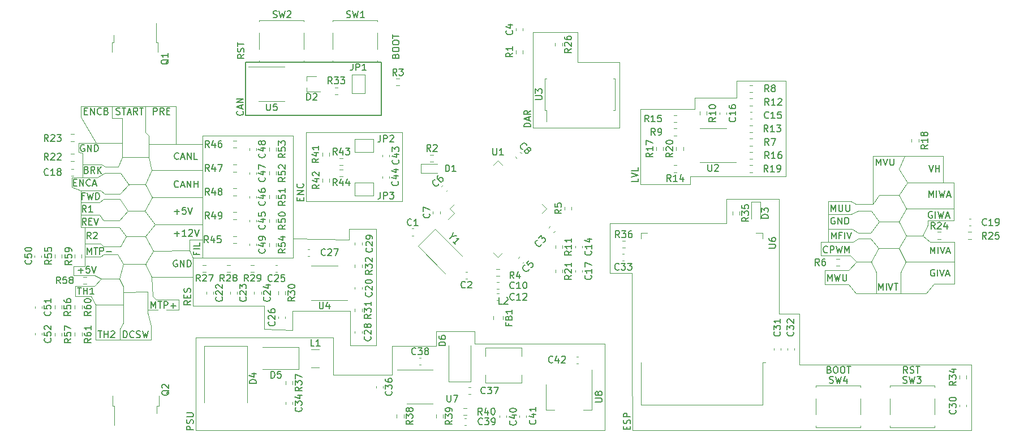
<source format=gto>
G04 #@! TF.GenerationSoftware,KiCad,Pcbnew,5.1.10-1.fc34*
G04 #@! TF.CreationDate,2021-07-05T17:18:35-07:00*
G04 #@! TF.ProjectId,prius_gen2,70726975-735f-4676-956e-322e6b696361,rev?*
G04 #@! TF.SameCoordinates,Original*
G04 #@! TF.FileFunction,Legend,Top*
G04 #@! TF.FilePolarity,Positive*
%FSLAX46Y46*%
G04 Gerber Fmt 4.6, Leading zero omitted, Abs format (unit mm)*
G04 Created by KiCad (PCBNEW 5.1.10-1.fc34) date 2021-07-05 17:18:35*
%MOMM*%
%LPD*%
G01*
G04 APERTURE LIST*
%ADD10C,0.120000*%
%ADD11C,0.150000*%
%ADD12R,1.900000X2.500000*%
%ADD13R,5.800000X6.400000*%
%ADD14R,1.200000X2.200000*%
%ADD15C,0.100000*%
%ADD16R,1.500000X2.000000*%
%ADD17R,3.800000X2.000000*%
%ADD18R,2.290000X3.000000*%
%ADD19C,2.000000*%
%ADD20C,2.625000*%
%ADD21R,2.625000X2.625000*%
%ADD22R,2.000000X0.900000*%
%ADD23R,0.900000X2.000000*%
%ADD24R,5.000000X5.000000*%
%ADD25R,3.200000X1.000000*%
%ADD26C,0.990600*%
%ADD27R,1.800000X2.500000*%
%ADD28R,2.500000X1.800000*%
%ADD29R,3.300000X2.500000*%
%ADD30R,0.700000X0.450000*%
%ADD31C,1.600000*%
%ADD32R,1.600000X1.600000*%
G04 APERTURE END LIST*
D10*
X192100000Y-107500000D02*
X195200000Y-107500000D01*
X191000000Y-106200000D02*
X192100000Y-107500000D01*
X187500000Y-106200000D02*
X191000000Y-106200000D01*
X187500000Y-104100000D02*
X187500000Y-106200000D01*
X191000000Y-104100000D02*
X187500000Y-104100000D01*
X192200000Y-102800000D02*
X191000000Y-104100000D01*
X194400000Y-102800000D02*
X192200000Y-102800000D01*
X191300000Y-101900000D02*
X192200000Y-102800000D01*
X186900000Y-101900000D02*
X191300000Y-101900000D01*
X186900000Y-99800000D02*
X186900000Y-101900000D01*
X188000000Y-99800000D02*
X186900000Y-99800000D01*
D11*
X187871428Y-105652380D02*
X187871428Y-104652380D01*
X188204761Y-105366666D01*
X188538095Y-104652380D01*
X188538095Y-105652380D01*
X188919047Y-104652380D02*
X189157142Y-105652380D01*
X189347619Y-104938095D01*
X189538095Y-105652380D01*
X189776190Y-104652380D01*
X190157142Y-104652380D02*
X190157142Y-105461904D01*
X190204761Y-105557142D01*
X190252380Y-105604761D01*
X190347619Y-105652380D01*
X190538095Y-105652380D01*
X190633333Y-105604761D01*
X190680952Y-105557142D01*
X190728571Y-105461904D01*
X190728571Y-104652380D01*
X187866666Y-101357142D02*
X187819047Y-101404761D01*
X187676190Y-101452380D01*
X187580952Y-101452380D01*
X187438095Y-101404761D01*
X187342857Y-101309523D01*
X187295238Y-101214285D01*
X187247619Y-101023809D01*
X187247619Y-100880952D01*
X187295238Y-100690476D01*
X187342857Y-100595238D01*
X187438095Y-100500000D01*
X187580952Y-100452380D01*
X187676190Y-100452380D01*
X187819047Y-100500000D01*
X187866666Y-100547619D01*
X188295238Y-101452380D02*
X188295238Y-100452380D01*
X188676190Y-100452380D01*
X188771428Y-100500000D01*
X188819047Y-100547619D01*
X188866666Y-100642857D01*
X188866666Y-100785714D01*
X188819047Y-100880952D01*
X188771428Y-100928571D01*
X188676190Y-100976190D01*
X188295238Y-100976190D01*
X189200000Y-100452380D02*
X189438095Y-101452380D01*
X189628571Y-100738095D01*
X189819047Y-101452380D01*
X190057142Y-100452380D01*
X190438095Y-101452380D02*
X190438095Y-100452380D01*
X190771428Y-101166666D01*
X191104761Y-100452380D01*
X191104761Y-101452380D01*
D10*
X194700000Y-87000000D02*
X194700000Y-94200000D01*
X199300000Y-87000000D02*
X194700000Y-87000000D01*
D11*
X195214285Y-88352380D02*
X195214285Y-87352380D01*
X195547619Y-88066666D01*
X195880952Y-87352380D01*
X195880952Y-88352380D01*
X196214285Y-87352380D02*
X196547619Y-88352380D01*
X196880952Y-87352380D01*
X197214285Y-87352380D02*
X197214285Y-88161904D01*
X197261904Y-88257142D01*
X197309523Y-88304761D01*
X197404761Y-88352380D01*
X197595238Y-88352380D01*
X197690476Y-88304761D01*
X197738095Y-88257142D01*
X197785714Y-88161904D01*
X197785714Y-87352380D01*
D10*
X188000000Y-93700000D02*
X188000000Y-95700000D01*
X191400000Y-93700000D02*
X188000000Y-93700000D01*
X192100000Y-94200000D02*
X191400000Y-93700000D01*
X194700000Y-94200000D02*
X192100000Y-94200000D01*
X195600000Y-92800000D02*
X194700000Y-94200000D01*
X198600000Y-92800000D02*
X195600000Y-92800000D01*
X194400000Y-95200000D02*
X192500000Y-95200000D01*
X194400000Y-95200000D02*
X195600000Y-96800000D01*
X191400000Y-95700000D02*
X192500000Y-95200000D01*
X188000000Y-95700000D02*
X191400000Y-95700000D01*
X188000000Y-97900000D02*
X188000000Y-95700000D01*
D11*
X188419047Y-95252380D02*
X188419047Y-94252380D01*
X188752380Y-94966666D01*
X189085714Y-94252380D01*
X189085714Y-95252380D01*
X189561904Y-94252380D02*
X189561904Y-95061904D01*
X189609523Y-95157142D01*
X189657142Y-95204761D01*
X189752380Y-95252380D01*
X189942857Y-95252380D01*
X190038095Y-95204761D01*
X190085714Y-95157142D01*
X190133333Y-95061904D01*
X190133333Y-94252380D01*
X190609523Y-94252380D02*
X190609523Y-95061904D01*
X190657142Y-95157142D01*
X190704761Y-95204761D01*
X190800000Y-95252380D01*
X190990476Y-95252380D01*
X191085714Y-95204761D01*
X191133333Y-95157142D01*
X191180952Y-95061904D01*
X191180952Y-94252380D01*
D10*
X188000000Y-97900000D02*
X188000000Y-99800000D01*
X194300000Y-99300000D02*
X195500000Y-100800000D01*
X192500000Y-99300000D02*
X194300000Y-99300000D01*
X191700000Y-99800000D02*
X192500000Y-99300000D01*
X188000000Y-99800000D02*
X191700000Y-99800000D01*
X194300000Y-98500000D02*
X192500000Y-98500000D01*
X195600000Y-96800000D02*
X194300000Y-98500000D01*
X198600000Y-96800000D02*
X195600000Y-96800000D01*
X191500000Y-97900000D02*
X192500000Y-98500000D01*
X191500000Y-97900000D02*
X191400000Y-97900000D01*
X206900000Y-106100000D02*
X206900000Y-102800000D01*
X203800000Y-106100000D02*
X206900000Y-106100000D01*
X202600000Y-107500000D02*
X203800000Y-106100000D01*
X198800000Y-107500000D02*
X202600000Y-107500000D01*
X198800000Y-104400000D02*
X199600000Y-102800000D01*
X198800000Y-107500000D02*
X198800000Y-104400000D01*
X195200000Y-107500000D02*
X198800000Y-107500000D01*
X195200000Y-104400000D02*
X195200000Y-107500000D01*
X194400000Y-102800000D02*
X195200000Y-104400000D01*
X195500000Y-100800000D02*
X198600000Y-100800000D01*
X194400000Y-102800000D02*
X195500000Y-100800000D01*
X191400000Y-97900000D02*
X188000000Y-97900000D01*
D11*
X188938095Y-96200000D02*
X188842857Y-96152380D01*
X188700000Y-96152380D01*
X188557142Y-96200000D01*
X188461904Y-96295238D01*
X188414285Y-96390476D01*
X188366666Y-96580952D01*
X188366666Y-96723809D01*
X188414285Y-96914285D01*
X188461904Y-97009523D01*
X188557142Y-97104761D01*
X188700000Y-97152380D01*
X188795238Y-97152380D01*
X188938095Y-97104761D01*
X188985714Y-97057142D01*
X188985714Y-96723809D01*
X188795238Y-96723809D01*
X189414285Y-97152380D02*
X189414285Y-96152380D01*
X189985714Y-97152380D01*
X189985714Y-96152380D01*
X190461904Y-97152380D02*
X190461904Y-96152380D01*
X190700000Y-96152380D01*
X190842857Y-96200000D01*
X190938095Y-96295238D01*
X190985714Y-96390476D01*
X191033333Y-96580952D01*
X191033333Y-96723809D01*
X190985714Y-96914285D01*
X190938095Y-97009523D01*
X190842857Y-97104761D01*
X190700000Y-97152380D01*
X190461904Y-97152380D01*
X195519047Y-107052380D02*
X195519047Y-106052380D01*
X195852380Y-106766666D01*
X196185714Y-106052380D01*
X196185714Y-107052380D01*
X196661904Y-107052380D02*
X196661904Y-106052380D01*
X196995238Y-106052380D02*
X197328571Y-107052380D01*
X197661904Y-106052380D01*
X197852380Y-106052380D02*
X198423809Y-106052380D01*
X198138095Y-107052380D02*
X198138095Y-106052380D01*
X188471428Y-99352380D02*
X188471428Y-98352380D01*
X188804761Y-99066666D01*
X189138095Y-98352380D01*
X189138095Y-99352380D01*
X189947619Y-98828571D02*
X189614285Y-98828571D01*
X189614285Y-99352380D02*
X189614285Y-98352380D01*
X190090476Y-98352380D01*
X190471428Y-99352380D02*
X190471428Y-98352380D01*
X190804761Y-98352380D02*
X191138095Y-99352380D01*
X191471428Y-98352380D01*
D10*
X203200000Y-99800000D02*
X202100000Y-98900000D01*
X206900000Y-99800000D02*
X203200000Y-99800000D01*
X206900000Y-102800000D02*
X206900000Y-99800000D01*
X199600000Y-102800000D02*
X206900000Y-102800000D01*
X198600000Y-100800000D02*
X199600000Y-102800000D01*
X199700000Y-98900000D02*
X198600000Y-100800000D01*
X206800000Y-96600000D02*
X206800000Y-94800000D01*
X202900000Y-96600000D02*
X206800000Y-96600000D01*
X202900000Y-97300000D02*
X202900000Y-96600000D01*
X202100000Y-98900000D02*
X202900000Y-97300000D01*
X199700000Y-98900000D02*
X202100000Y-98900000D01*
X198600000Y-96800000D02*
X199700000Y-98900000D01*
X199700000Y-94800000D02*
X198600000Y-96800000D01*
X206800000Y-90900000D02*
X205300000Y-90900000D01*
X206800000Y-94800000D02*
X206800000Y-90900000D01*
X199700000Y-94800000D02*
X206800000Y-94800000D01*
X198600000Y-92800000D02*
X199700000Y-94800000D01*
X199800000Y-90900000D02*
X198600000Y-92800000D01*
X199400000Y-87000000D02*
X198600000Y-88900000D01*
X205200000Y-87000000D02*
X199400000Y-87000000D01*
X205200000Y-90900000D02*
X205200000Y-87000000D01*
X199800000Y-90900000D02*
X205300000Y-90900000D01*
X198600000Y-88900000D02*
X199800000Y-90900000D01*
D11*
X203042857Y-88352380D02*
X203376190Y-89352380D01*
X203709523Y-88352380D01*
X204042857Y-89352380D02*
X204042857Y-88352380D01*
X204042857Y-88828571D02*
X204614285Y-88828571D01*
X204614285Y-89352380D02*
X204614285Y-88352380D01*
X203028571Y-93152380D02*
X203028571Y-92152380D01*
X203361904Y-92866666D01*
X203695238Y-92152380D01*
X203695238Y-93152380D01*
X204171428Y-93152380D02*
X204171428Y-92152380D01*
X204552380Y-92152380D02*
X204790476Y-93152380D01*
X204980952Y-92438095D01*
X205171428Y-93152380D01*
X205409523Y-92152380D01*
X205742857Y-92866666D02*
X206219047Y-92866666D01*
X205647619Y-93152380D02*
X205980952Y-92152380D01*
X206314285Y-93152380D01*
X203523809Y-95300000D02*
X203428571Y-95252380D01*
X203285714Y-95252380D01*
X203142857Y-95300000D01*
X203047619Y-95395238D01*
X203000000Y-95490476D01*
X202952380Y-95680952D01*
X202952380Y-95823809D01*
X203000000Y-96014285D01*
X203047619Y-96109523D01*
X203142857Y-96204761D01*
X203285714Y-96252380D01*
X203380952Y-96252380D01*
X203523809Y-96204761D01*
X203571428Y-96157142D01*
X203571428Y-95823809D01*
X203380952Y-95823809D01*
X204000000Y-96252380D02*
X204000000Y-95252380D01*
X204380952Y-95252380D02*
X204619047Y-96252380D01*
X204809523Y-95538095D01*
X205000000Y-96252380D01*
X205238095Y-95252380D01*
X205571428Y-95966666D02*
X206047619Y-95966666D01*
X205476190Y-96252380D02*
X205809523Y-95252380D01*
X206142857Y-96252380D01*
X203271428Y-101552380D02*
X203271428Y-100552380D01*
X203604761Y-101266666D01*
X203938095Y-100552380D01*
X203938095Y-101552380D01*
X204414285Y-101552380D02*
X204414285Y-100552380D01*
X204747619Y-100552380D02*
X205080952Y-101552380D01*
X205414285Y-100552380D01*
X205700000Y-101266666D02*
X206176190Y-101266666D01*
X205604761Y-101552380D02*
X205938095Y-100552380D01*
X206271428Y-101552380D01*
X203866666Y-104000000D02*
X203771428Y-103952380D01*
X203628571Y-103952380D01*
X203485714Y-104000000D01*
X203390476Y-104095238D01*
X203342857Y-104190476D01*
X203295238Y-104380952D01*
X203295238Y-104523809D01*
X203342857Y-104714285D01*
X203390476Y-104809523D01*
X203485714Y-104904761D01*
X203628571Y-104952380D01*
X203723809Y-104952380D01*
X203866666Y-104904761D01*
X203914285Y-104857142D01*
X203914285Y-104523809D01*
X203723809Y-104523809D01*
X204342857Y-104952380D02*
X204342857Y-103952380D01*
X204676190Y-103952380D02*
X205009523Y-104952380D01*
X205342857Y-103952380D01*
X205628571Y-104666666D02*
X206104761Y-104666666D01*
X205533333Y-104952380D02*
X205866666Y-103952380D01*
X206200000Y-104952380D01*
X199852380Y-119452380D02*
X199519047Y-118976190D01*
X199280952Y-119452380D02*
X199280952Y-118452380D01*
X199661904Y-118452380D01*
X199757142Y-118500000D01*
X199804761Y-118547619D01*
X199852380Y-118642857D01*
X199852380Y-118785714D01*
X199804761Y-118880952D01*
X199757142Y-118928571D01*
X199661904Y-118976190D01*
X199280952Y-118976190D01*
X200233333Y-119404761D02*
X200376190Y-119452380D01*
X200614285Y-119452380D01*
X200709523Y-119404761D01*
X200757142Y-119357142D01*
X200804761Y-119261904D01*
X200804761Y-119166666D01*
X200757142Y-119071428D01*
X200709523Y-119023809D01*
X200614285Y-118976190D01*
X200423809Y-118928571D01*
X200328571Y-118880952D01*
X200280952Y-118833333D01*
X200233333Y-118738095D01*
X200233333Y-118642857D01*
X200280952Y-118547619D01*
X200328571Y-118500000D01*
X200423809Y-118452380D01*
X200661904Y-118452380D01*
X200804761Y-118500000D01*
X201090476Y-118452380D02*
X201661904Y-118452380D01*
X201376190Y-119452380D02*
X201376190Y-118452380D01*
X188142857Y-118928571D02*
X188285714Y-118976190D01*
X188333333Y-119023809D01*
X188380952Y-119119047D01*
X188380952Y-119261904D01*
X188333333Y-119357142D01*
X188285714Y-119404761D01*
X188190476Y-119452380D01*
X187809523Y-119452380D01*
X187809523Y-118452380D01*
X188142857Y-118452380D01*
X188238095Y-118500000D01*
X188285714Y-118547619D01*
X188333333Y-118642857D01*
X188333333Y-118738095D01*
X188285714Y-118833333D01*
X188238095Y-118880952D01*
X188142857Y-118928571D01*
X187809523Y-118928571D01*
X189000000Y-118452380D02*
X189190476Y-118452380D01*
X189285714Y-118500000D01*
X189380952Y-118595238D01*
X189428571Y-118785714D01*
X189428571Y-119119047D01*
X189380952Y-119309523D01*
X189285714Y-119404761D01*
X189190476Y-119452380D01*
X189000000Y-119452380D01*
X188904761Y-119404761D01*
X188809523Y-119309523D01*
X188761904Y-119119047D01*
X188761904Y-118785714D01*
X188809523Y-118595238D01*
X188904761Y-118500000D01*
X189000000Y-118452380D01*
X190047619Y-118452380D02*
X190238095Y-118452380D01*
X190333333Y-118500000D01*
X190428571Y-118595238D01*
X190476190Y-118785714D01*
X190476190Y-119119047D01*
X190428571Y-119309523D01*
X190333333Y-119404761D01*
X190238095Y-119452380D01*
X190047619Y-119452380D01*
X189952380Y-119404761D01*
X189857142Y-119309523D01*
X189809523Y-119119047D01*
X189809523Y-118785714D01*
X189857142Y-118595238D01*
X189952380Y-118500000D01*
X190047619Y-118452380D01*
X190761904Y-118452380D02*
X191333333Y-118452380D01*
X191047619Y-119452380D02*
X191047619Y-118452380D01*
X123228571Y-71957142D02*
X123276190Y-71814285D01*
X123323809Y-71766666D01*
X123419047Y-71719047D01*
X123561904Y-71719047D01*
X123657142Y-71766666D01*
X123704761Y-71814285D01*
X123752380Y-71909523D01*
X123752380Y-72290476D01*
X122752380Y-72290476D01*
X122752380Y-71957142D01*
X122800000Y-71861904D01*
X122847619Y-71814285D01*
X122942857Y-71766666D01*
X123038095Y-71766666D01*
X123133333Y-71814285D01*
X123180952Y-71861904D01*
X123228571Y-71957142D01*
X123228571Y-72290476D01*
X122752380Y-71100000D02*
X122752380Y-70909523D01*
X122800000Y-70814285D01*
X122895238Y-70719047D01*
X123085714Y-70671428D01*
X123419047Y-70671428D01*
X123609523Y-70719047D01*
X123704761Y-70814285D01*
X123752380Y-70909523D01*
X123752380Y-71100000D01*
X123704761Y-71195238D01*
X123609523Y-71290476D01*
X123419047Y-71338095D01*
X123085714Y-71338095D01*
X122895238Y-71290476D01*
X122800000Y-71195238D01*
X122752380Y-71100000D01*
X122752380Y-70052380D02*
X122752380Y-69861904D01*
X122800000Y-69766666D01*
X122895238Y-69671428D01*
X123085714Y-69623809D01*
X123419047Y-69623809D01*
X123609523Y-69671428D01*
X123704761Y-69766666D01*
X123752380Y-69861904D01*
X123752380Y-70052380D01*
X123704761Y-70147619D01*
X123609523Y-70242857D01*
X123419047Y-70290476D01*
X123085714Y-70290476D01*
X122895238Y-70242857D01*
X122800000Y-70147619D01*
X122752380Y-70052380D01*
X122752380Y-69338095D02*
X122752380Y-68766666D01*
X123752380Y-69052380D02*
X122752380Y-69052380D01*
X100552380Y-71747619D02*
X100076190Y-72080952D01*
X100552380Y-72319047D02*
X99552380Y-72319047D01*
X99552380Y-71938095D01*
X99600000Y-71842857D01*
X99647619Y-71795238D01*
X99742857Y-71747619D01*
X99885714Y-71747619D01*
X99980952Y-71795238D01*
X100028571Y-71842857D01*
X100076190Y-71938095D01*
X100076190Y-72319047D01*
X100504761Y-71366666D02*
X100552380Y-71223809D01*
X100552380Y-70985714D01*
X100504761Y-70890476D01*
X100457142Y-70842857D01*
X100361904Y-70795238D01*
X100266666Y-70795238D01*
X100171428Y-70842857D01*
X100123809Y-70890476D01*
X100076190Y-70985714D01*
X100028571Y-71176190D01*
X99980952Y-71271428D01*
X99933333Y-71319047D01*
X99838095Y-71366666D01*
X99742857Y-71366666D01*
X99647619Y-71319047D01*
X99600000Y-71271428D01*
X99552380Y-71176190D01*
X99552380Y-70938095D01*
X99600000Y-70795238D01*
X99552380Y-70509523D02*
X99552380Y-69938095D01*
X100552380Y-70223809D02*
X99552380Y-70223809D01*
D10*
X75800000Y-85000000D02*
X78400000Y-85000000D01*
X76400000Y-86500000D02*
X76400000Y-88200000D01*
X75800000Y-86400000D02*
X76400000Y-86500000D01*
X75800000Y-85000000D02*
X75800000Y-86400000D01*
X81700000Y-88600000D02*
X82300000Y-87100000D01*
X79800000Y-88600000D02*
X81700000Y-88600000D01*
X79300000Y-88200000D02*
X79800000Y-88600000D01*
X76400000Y-88200000D02*
X79300000Y-88200000D01*
X76400000Y-90200000D02*
X76400000Y-88200000D01*
X82100000Y-89500000D02*
X83300000Y-91300000D01*
X79700000Y-89500000D02*
X82100000Y-89500000D01*
X78600000Y-90200000D02*
X79700000Y-89500000D01*
X74800000Y-90200000D02*
X78600000Y-90200000D01*
X74800000Y-91600000D02*
X74800000Y-90200000D01*
X76100000Y-92100000D02*
X74800000Y-91600000D01*
X76100000Y-79500000D02*
X76100000Y-79800000D01*
X80800000Y-79500000D02*
X76100000Y-79500000D01*
D11*
X75033333Y-90928571D02*
X75366666Y-90928571D01*
X75509523Y-91452380D02*
X75033333Y-91452380D01*
X75033333Y-90452380D01*
X75509523Y-90452380D01*
X75938095Y-91452380D02*
X75938095Y-90452380D01*
X76509523Y-91452380D01*
X76509523Y-90452380D01*
X77557142Y-91357142D02*
X77509523Y-91404761D01*
X77366666Y-91452380D01*
X77271428Y-91452380D01*
X77128571Y-91404761D01*
X77033333Y-91309523D01*
X76985714Y-91214285D01*
X76938095Y-91023809D01*
X76938095Y-90880952D01*
X76985714Y-90690476D01*
X77033333Y-90595238D01*
X77128571Y-90500000D01*
X77271428Y-90452380D01*
X77366666Y-90452380D01*
X77509523Y-90500000D01*
X77557142Y-90547619D01*
X77938095Y-91166666D02*
X78414285Y-91166666D01*
X77842857Y-91452380D02*
X78176190Y-90452380D01*
X78509523Y-91452380D01*
X76971428Y-89028571D02*
X77114285Y-89076190D01*
X77161904Y-89123809D01*
X77209523Y-89219047D01*
X77209523Y-89361904D01*
X77161904Y-89457142D01*
X77114285Y-89504761D01*
X77019047Y-89552380D01*
X76638095Y-89552380D01*
X76638095Y-88552380D01*
X76971428Y-88552380D01*
X77066666Y-88600000D01*
X77114285Y-88647619D01*
X77161904Y-88742857D01*
X77161904Y-88838095D01*
X77114285Y-88933333D01*
X77066666Y-88980952D01*
X76971428Y-89028571D01*
X76638095Y-89028571D01*
X78209523Y-89552380D02*
X77876190Y-89076190D01*
X77638095Y-89552380D02*
X77638095Y-88552380D01*
X78019047Y-88552380D01*
X78114285Y-88600000D01*
X78161904Y-88647619D01*
X78209523Y-88742857D01*
X78209523Y-88885714D01*
X78161904Y-88980952D01*
X78114285Y-89028571D01*
X78019047Y-89076190D01*
X77638095Y-89076190D01*
X78638095Y-89552380D02*
X78638095Y-88552380D01*
X79209523Y-89552380D02*
X78780952Y-88980952D01*
X79209523Y-88552380D02*
X78638095Y-89123809D01*
X76638095Y-85300000D02*
X76542857Y-85252380D01*
X76400000Y-85252380D01*
X76257142Y-85300000D01*
X76161904Y-85395238D01*
X76114285Y-85490476D01*
X76066666Y-85680952D01*
X76066666Y-85823809D01*
X76114285Y-86014285D01*
X76161904Y-86109523D01*
X76257142Y-86204761D01*
X76400000Y-86252380D01*
X76495238Y-86252380D01*
X76638095Y-86204761D01*
X76685714Y-86157142D01*
X76685714Y-85823809D01*
X76495238Y-85823809D01*
X77114285Y-86252380D02*
X77114285Y-85252380D01*
X77685714Y-86252380D01*
X77685714Y-85252380D01*
X78161904Y-86252380D02*
X78161904Y-85252380D01*
X78400000Y-85252380D01*
X78542857Y-85300000D01*
X78638095Y-85395238D01*
X78685714Y-85490476D01*
X78733333Y-85680952D01*
X78733333Y-85823809D01*
X78685714Y-86014285D01*
X78638095Y-86109523D01*
X78542857Y-86204761D01*
X78400000Y-86252380D01*
X78161904Y-86252380D01*
D10*
X83300000Y-91200000D02*
X85800000Y-91200000D01*
X82000000Y-92600000D02*
X83300000Y-91200000D01*
X79700000Y-92600000D02*
X82000000Y-92600000D01*
X79100000Y-92100000D02*
X79700000Y-92600000D01*
X76100000Y-92100000D02*
X79100000Y-92100000D01*
X76100000Y-93900000D02*
X76100000Y-92100000D01*
X79500000Y-93400000D02*
X78900000Y-93900000D01*
X79800000Y-93400000D02*
X79500000Y-93400000D01*
X82000000Y-93400000D02*
X79800000Y-93400000D01*
X82000000Y-93400000D02*
X83200000Y-95200000D01*
X76100000Y-93900000D02*
X78900000Y-93900000D01*
X76100000Y-95800000D02*
X76100000Y-93900000D01*
X83200000Y-95200000D02*
X85700000Y-95200000D01*
X81900000Y-96600000D02*
X83200000Y-95200000D01*
X79500000Y-96600000D02*
X81900000Y-96600000D01*
X78900000Y-95800000D02*
X79500000Y-96600000D01*
X76100000Y-95800000D02*
X78900000Y-95800000D01*
X76100000Y-97600000D02*
X76100000Y-95800000D01*
X76700000Y-97600000D02*
X76100000Y-97600000D01*
D11*
X76671428Y-92928571D02*
X76338095Y-92928571D01*
X76338095Y-93452380D02*
X76338095Y-92452380D01*
X76814285Y-92452380D01*
X77100000Y-92452380D02*
X77338095Y-93452380D01*
X77528571Y-92738095D01*
X77719047Y-93452380D01*
X77957142Y-92452380D01*
X78338095Y-93452380D02*
X78338095Y-92452380D01*
X78576190Y-92452380D01*
X78719047Y-92500000D01*
X78814285Y-92595238D01*
X78861904Y-92690476D01*
X78909523Y-92880952D01*
X78909523Y-93023809D01*
X78861904Y-93214285D01*
X78814285Y-93309523D01*
X78719047Y-93404761D01*
X78576190Y-93452380D01*
X78338095Y-93452380D01*
X76933333Y-95352380D02*
X76600000Y-94876190D01*
X76361904Y-95352380D02*
X76361904Y-94352380D01*
X76742857Y-94352380D01*
X76838095Y-94400000D01*
X76885714Y-94447619D01*
X76933333Y-94542857D01*
X76933333Y-94685714D01*
X76885714Y-94780952D01*
X76838095Y-94828571D01*
X76742857Y-94876190D01*
X76361904Y-94876190D01*
X77885714Y-95352380D02*
X77314285Y-95352380D01*
X77600000Y-95352380D02*
X77600000Y-94352380D01*
X77504761Y-94495238D01*
X77409523Y-94590476D01*
X77314285Y-94638095D01*
X76928571Y-97252380D02*
X76595238Y-96776190D01*
X76357142Y-97252380D02*
X76357142Y-96252380D01*
X76738095Y-96252380D01*
X76833333Y-96300000D01*
X76880952Y-96347619D01*
X76928571Y-96442857D01*
X76928571Y-96585714D01*
X76880952Y-96680952D01*
X76833333Y-96728571D01*
X76738095Y-96776190D01*
X76357142Y-96776190D01*
X77357142Y-96728571D02*
X77690476Y-96728571D01*
X77833333Y-97252380D02*
X77357142Y-97252380D01*
X77357142Y-96252380D01*
X77833333Y-96252380D01*
X78119047Y-96252380D02*
X78452380Y-97252380D01*
X78785714Y-96252380D01*
D10*
X81900000Y-97600000D02*
X82900000Y-99000000D01*
X76700000Y-97600000D02*
X81900000Y-97600000D01*
X76700000Y-100100000D02*
X76700000Y-97600000D01*
D11*
X77633333Y-99352380D02*
X77300000Y-98876190D01*
X77061904Y-99352380D02*
X77061904Y-98352380D01*
X77442857Y-98352380D01*
X77538095Y-98400000D01*
X77585714Y-98447619D01*
X77633333Y-98542857D01*
X77633333Y-98685714D01*
X77585714Y-98780952D01*
X77538095Y-98828571D01*
X77442857Y-98876190D01*
X77061904Y-98876190D01*
X78014285Y-98447619D02*
X78061904Y-98400000D01*
X78157142Y-98352380D01*
X78395238Y-98352380D01*
X78490476Y-98400000D01*
X78538095Y-98447619D01*
X78585714Y-98542857D01*
X78585714Y-98638095D01*
X78538095Y-98780952D01*
X77966666Y-99352380D01*
X78585714Y-99352380D01*
D10*
X78200000Y-104800000D02*
X79200000Y-105300000D01*
X75000000Y-104800000D02*
X78200000Y-104800000D01*
X75000000Y-103500000D02*
X75000000Y-104800000D01*
X76700000Y-103500000D02*
X75000000Y-103500000D01*
X76700000Y-102000000D02*
X76700000Y-103500000D01*
D11*
X75714285Y-104071428D02*
X76476190Y-104071428D01*
X76095238Y-104452380D02*
X76095238Y-103690476D01*
X77428571Y-103452380D02*
X76952380Y-103452380D01*
X76904761Y-103928571D01*
X76952380Y-103880952D01*
X77047619Y-103833333D01*
X77285714Y-103833333D01*
X77380952Y-103880952D01*
X77428571Y-103928571D01*
X77476190Y-104023809D01*
X77476190Y-104261904D01*
X77428571Y-104357142D01*
X77380952Y-104404761D01*
X77285714Y-104452380D01*
X77047619Y-104452380D01*
X76952380Y-104404761D01*
X76904761Y-104357142D01*
X77761904Y-103452380D02*
X78095238Y-104452380D01*
X78428571Y-103452380D01*
D10*
X81600000Y-101700000D02*
X82500000Y-103100000D01*
X79500000Y-101700000D02*
X81600000Y-101700000D01*
X79100000Y-102000000D02*
X79500000Y-101700000D01*
X76700000Y-102000000D02*
X79100000Y-102000000D01*
X76700000Y-100100000D02*
X76700000Y-102000000D01*
X79100000Y-100100000D02*
X76700000Y-100100000D01*
X79500000Y-100500000D02*
X79100000Y-100100000D01*
X82100000Y-100500000D02*
X79500000Y-100500000D01*
X82900000Y-99000000D02*
X82100000Y-100500000D01*
X85800000Y-99000000D02*
X82900000Y-99000000D01*
X90800000Y-110000000D02*
X90800000Y-109800000D01*
X86100000Y-110000000D02*
X90800000Y-110000000D01*
X87400000Y-108500000D02*
X90800000Y-108500000D01*
X86900000Y-108000000D02*
X87400000Y-108500000D01*
X86700000Y-105100000D02*
X86900000Y-108000000D01*
X90800000Y-108500000D02*
X90800000Y-109800000D01*
X82500000Y-103100000D02*
X85900000Y-103100000D01*
X81900000Y-105300000D02*
X82500000Y-103100000D01*
D11*
X77066666Y-101652380D02*
X77066666Y-100652380D01*
X77400000Y-101366666D01*
X77733333Y-100652380D01*
X77733333Y-101652380D01*
X78066666Y-100652380D02*
X78638095Y-100652380D01*
X78352380Y-101652380D02*
X78352380Y-100652380D01*
X78971428Y-101652380D02*
X78971428Y-100652380D01*
X79352380Y-100652380D01*
X79447619Y-100700000D01*
X79495238Y-100747619D01*
X79542857Y-100842857D01*
X79542857Y-100985714D01*
X79495238Y-101080952D01*
X79447619Y-101128571D01*
X79352380Y-101176190D01*
X78971428Y-101176190D01*
X79971428Y-101271428D02*
X80733333Y-101271428D01*
X86666666Y-109752380D02*
X86666666Y-108752380D01*
X87000000Y-109466666D01*
X87333333Y-108752380D01*
X87333333Y-109752380D01*
X87666666Y-108752380D02*
X88238095Y-108752380D01*
X87952380Y-109752380D02*
X87952380Y-108752380D01*
X88571428Y-109752380D02*
X88571428Y-108752380D01*
X88952380Y-108752380D01*
X89047619Y-108800000D01*
X89095238Y-108847619D01*
X89142857Y-108942857D01*
X89142857Y-109085714D01*
X89095238Y-109180952D01*
X89047619Y-109228571D01*
X88952380Y-109276190D01*
X88571428Y-109276190D01*
X89571428Y-109371428D02*
X90333333Y-109371428D01*
X89952380Y-109752380D02*
X89952380Y-108990476D01*
D10*
X82500000Y-106500000D02*
X82500000Y-107400000D01*
X81900000Y-105300000D02*
X82500000Y-106500000D01*
X79200000Y-105300000D02*
X81900000Y-105300000D01*
X78200000Y-106400000D02*
X79200000Y-105300000D01*
X75300000Y-106400000D02*
X78200000Y-106400000D01*
X77700000Y-108000000D02*
X78300000Y-109200000D01*
X75300000Y-108000000D02*
X77700000Y-108000000D01*
X75300000Y-106400000D02*
X75300000Y-108000000D01*
X78300000Y-109200000D02*
X82500000Y-109200000D01*
X78300000Y-114500000D02*
X78300000Y-109200000D01*
X82000000Y-114500000D02*
X78300000Y-114500000D01*
D11*
X78714285Y-113152380D02*
X79285714Y-113152380D01*
X79000000Y-114152380D02*
X79000000Y-113152380D01*
X79619047Y-114152380D02*
X79619047Y-113152380D01*
X79619047Y-113628571D02*
X80190476Y-113628571D01*
X80190476Y-114152380D02*
X80190476Y-113152380D01*
X80619047Y-113247619D02*
X80666666Y-113200000D01*
X80761904Y-113152380D01*
X81000000Y-113152380D01*
X81095238Y-113200000D01*
X81142857Y-113247619D01*
X81190476Y-113342857D01*
X81190476Y-113438095D01*
X81142857Y-113580952D01*
X80571428Y-114152380D01*
X81190476Y-114152380D01*
X75614285Y-106652380D02*
X76185714Y-106652380D01*
X75900000Y-107652380D02*
X75900000Y-106652380D01*
X76519047Y-107652380D02*
X76519047Y-106652380D01*
X76519047Y-107128571D02*
X77090476Y-107128571D01*
X77090476Y-107652380D02*
X77090476Y-106652380D01*
X78090476Y-107652380D02*
X77519047Y-107652380D01*
X77804761Y-107652380D02*
X77804761Y-106652380D01*
X77709523Y-106795238D01*
X77614285Y-106890476D01*
X77519047Y-106938095D01*
D10*
X82000000Y-114500000D02*
X82200000Y-114500000D01*
X82000000Y-112900000D02*
X82000000Y-114500000D01*
X82500000Y-111900000D02*
X82000000Y-112900000D01*
X82500000Y-107400000D02*
X82500000Y-111900000D01*
X86100000Y-107300000D02*
X82500000Y-107400000D01*
X86100000Y-110400000D02*
X86100000Y-107300000D01*
X86600000Y-112400000D02*
X86100000Y-110400000D01*
X86600000Y-114500000D02*
X86600000Y-112400000D01*
X82200000Y-114500000D02*
X86600000Y-114500000D01*
D11*
X82490476Y-114152380D02*
X82490476Y-113152380D01*
X82728571Y-113152380D01*
X82871428Y-113200000D01*
X82966666Y-113295238D01*
X83014285Y-113390476D01*
X83061904Y-113580952D01*
X83061904Y-113723809D01*
X83014285Y-113914285D01*
X82966666Y-114009523D01*
X82871428Y-114104761D01*
X82728571Y-114152380D01*
X82490476Y-114152380D01*
X84061904Y-114057142D02*
X84014285Y-114104761D01*
X83871428Y-114152380D01*
X83776190Y-114152380D01*
X83633333Y-114104761D01*
X83538095Y-114009523D01*
X83490476Y-113914285D01*
X83442857Y-113723809D01*
X83442857Y-113580952D01*
X83490476Y-113390476D01*
X83538095Y-113295238D01*
X83633333Y-113200000D01*
X83776190Y-113152380D01*
X83871428Y-113152380D01*
X84014285Y-113200000D01*
X84061904Y-113247619D01*
X84442857Y-114104761D02*
X84585714Y-114152380D01*
X84823809Y-114152380D01*
X84919047Y-114104761D01*
X84966666Y-114057142D01*
X85014285Y-113961904D01*
X85014285Y-113866666D01*
X84966666Y-113771428D01*
X84919047Y-113723809D01*
X84823809Y-113676190D01*
X84633333Y-113628571D01*
X84538095Y-113580952D01*
X84490476Y-113533333D01*
X84442857Y-113438095D01*
X84442857Y-113342857D01*
X84490476Y-113247619D01*
X84538095Y-113200000D01*
X84633333Y-113152380D01*
X84871428Y-113152380D01*
X85014285Y-113200000D01*
X85347619Y-113152380D02*
X85585714Y-114152380D01*
X85776190Y-113438095D01*
X85966666Y-114152380D01*
X86204761Y-113152380D01*
D10*
X92900000Y-102200000D02*
X92400000Y-101100000D01*
X86700000Y-105100000D02*
X92900000Y-105100000D01*
X85800000Y-103100000D02*
X86700000Y-105100000D01*
X87000000Y-101200000D02*
X85800000Y-103100000D01*
D11*
X90538095Y-102600000D02*
X90442857Y-102552380D01*
X90300000Y-102552380D01*
X90157142Y-102600000D01*
X90061904Y-102695238D01*
X90014285Y-102790476D01*
X89966666Y-102980952D01*
X89966666Y-103123809D01*
X90014285Y-103314285D01*
X90061904Y-103409523D01*
X90157142Y-103504761D01*
X90300000Y-103552380D01*
X90395238Y-103552380D01*
X90538095Y-103504761D01*
X90585714Y-103457142D01*
X90585714Y-103123809D01*
X90395238Y-103123809D01*
X91014285Y-103552380D02*
X91014285Y-102552380D01*
X91585714Y-103552380D01*
X91585714Y-102552380D01*
X92061904Y-103552380D02*
X92061904Y-102552380D01*
X92300000Y-102552380D01*
X92442857Y-102600000D01*
X92538095Y-102695238D01*
X92585714Y-102790476D01*
X92633333Y-102980952D01*
X92633333Y-103123809D01*
X92585714Y-103314285D01*
X92538095Y-103409523D01*
X92442857Y-103504761D01*
X92300000Y-103552380D01*
X92061904Y-103552380D01*
D10*
X92400000Y-99500000D02*
X94300000Y-99500000D01*
X92400000Y-99900000D02*
X92400000Y-99500000D01*
X92400000Y-101100000D02*
X92400000Y-99900000D01*
X87000000Y-101200000D02*
X92400000Y-101100000D01*
X85800000Y-99000000D02*
X87000000Y-101200000D01*
X87200000Y-97200000D02*
X85800000Y-99000000D01*
X87200000Y-97200000D02*
X94300000Y-97200000D01*
X85700000Y-95200000D02*
X87200000Y-97200000D01*
X86800000Y-93100000D02*
X85700000Y-95200000D01*
D11*
X90138095Y-98571428D02*
X90900000Y-98571428D01*
X90519047Y-98952380D02*
X90519047Y-98190476D01*
X91900000Y-98952380D02*
X91328571Y-98952380D01*
X91614285Y-98952380D02*
X91614285Y-97952380D01*
X91519047Y-98095238D01*
X91423809Y-98190476D01*
X91328571Y-98238095D01*
X92280952Y-98047619D02*
X92328571Y-98000000D01*
X92423809Y-97952380D01*
X92661904Y-97952380D01*
X92757142Y-98000000D01*
X92804761Y-98047619D01*
X92852380Y-98142857D01*
X92852380Y-98238095D01*
X92804761Y-98380952D01*
X92233333Y-98952380D01*
X92852380Y-98952380D01*
X93138095Y-97952380D02*
X93471428Y-98952380D01*
X93804761Y-97952380D01*
X90114285Y-95271428D02*
X90876190Y-95271428D01*
X90495238Y-95652380D02*
X90495238Y-94890476D01*
X91828571Y-94652380D02*
X91352380Y-94652380D01*
X91304761Y-95128571D01*
X91352380Y-95080952D01*
X91447619Y-95033333D01*
X91685714Y-95033333D01*
X91780952Y-95080952D01*
X91828571Y-95128571D01*
X91876190Y-95223809D01*
X91876190Y-95461904D01*
X91828571Y-95557142D01*
X91780952Y-95604761D01*
X91685714Y-95652380D01*
X91447619Y-95652380D01*
X91352380Y-95604761D01*
X91304761Y-95557142D01*
X92161904Y-94652380D02*
X92495238Y-95652380D01*
X92828571Y-94652380D01*
D10*
X86800000Y-93100000D02*
X94300000Y-93100000D01*
X85800000Y-91200000D02*
X86800000Y-93100000D01*
X86700000Y-89100000D02*
X85800000Y-91200000D01*
X90400000Y-85200000D02*
X94300000Y-85200000D01*
X86700000Y-89100000D02*
X94300000Y-89100000D01*
X86300000Y-87100000D02*
X86700000Y-89100000D01*
D11*
X90733333Y-91557142D02*
X90685714Y-91604761D01*
X90542857Y-91652380D01*
X90447619Y-91652380D01*
X90304761Y-91604761D01*
X90209523Y-91509523D01*
X90161904Y-91414285D01*
X90114285Y-91223809D01*
X90114285Y-91080952D01*
X90161904Y-90890476D01*
X90209523Y-90795238D01*
X90304761Y-90700000D01*
X90447619Y-90652380D01*
X90542857Y-90652380D01*
X90685714Y-90700000D01*
X90733333Y-90747619D01*
X91114285Y-91366666D02*
X91590476Y-91366666D01*
X91019047Y-91652380D02*
X91352380Y-90652380D01*
X91685714Y-91652380D01*
X92019047Y-91652380D02*
X92019047Y-90652380D01*
X92590476Y-91652380D01*
X92590476Y-90652380D01*
X93066666Y-91652380D02*
X93066666Y-90652380D01*
X93066666Y-91128571D02*
X93638095Y-91128571D01*
X93638095Y-91652380D02*
X93638095Y-90652380D01*
X90752380Y-87357142D02*
X90704761Y-87404761D01*
X90561904Y-87452380D01*
X90466666Y-87452380D01*
X90323809Y-87404761D01*
X90228571Y-87309523D01*
X90180952Y-87214285D01*
X90133333Y-87023809D01*
X90133333Y-86880952D01*
X90180952Y-86690476D01*
X90228571Y-86595238D01*
X90323809Y-86500000D01*
X90466666Y-86452380D01*
X90561904Y-86452380D01*
X90704761Y-86500000D01*
X90752380Y-86547619D01*
X91133333Y-87166666D02*
X91609523Y-87166666D01*
X91038095Y-87452380D02*
X91371428Y-86452380D01*
X91704761Y-87452380D01*
X92038095Y-87452380D02*
X92038095Y-86452380D01*
X92609523Y-87452380D01*
X92609523Y-86452380D01*
X93561904Y-87452380D02*
X93085714Y-87452380D01*
X93085714Y-86452380D01*
D10*
X90400000Y-85200000D02*
X86300000Y-85200000D01*
X90400000Y-79500000D02*
X90400000Y-85200000D01*
X85800000Y-79500000D02*
X90400000Y-79500000D01*
D11*
X86985714Y-80752380D02*
X86985714Y-79752380D01*
X87366666Y-79752380D01*
X87461904Y-79800000D01*
X87509523Y-79847619D01*
X87557142Y-79942857D01*
X87557142Y-80085714D01*
X87509523Y-80180952D01*
X87461904Y-80228571D01*
X87366666Y-80276190D01*
X86985714Y-80276190D01*
X88557142Y-80752380D02*
X88223809Y-80276190D01*
X87985714Y-80752380D02*
X87985714Y-79752380D01*
X88366666Y-79752380D01*
X88461904Y-79800000D01*
X88509523Y-79847619D01*
X88557142Y-79942857D01*
X88557142Y-80085714D01*
X88509523Y-80180952D01*
X88461904Y-80228571D01*
X88366666Y-80276190D01*
X87985714Y-80276190D01*
X88985714Y-80228571D02*
X89319047Y-80228571D01*
X89461904Y-80752380D02*
X88985714Y-80752380D01*
X88985714Y-79752380D01*
X89461904Y-79752380D01*
D10*
X85800000Y-79500000D02*
X80800000Y-79500000D01*
X85800000Y-83400000D02*
X85800000Y-79500000D01*
X86300000Y-83900000D02*
X85800000Y-83400000D01*
X86300000Y-87100000D02*
X86300000Y-83900000D01*
X82300000Y-87100000D02*
X86300000Y-87100000D01*
X82300000Y-85000000D02*
X82300000Y-87100000D01*
D11*
X81423809Y-80704761D02*
X81566666Y-80752380D01*
X81804761Y-80752380D01*
X81900000Y-80704761D01*
X81947619Y-80657142D01*
X81995238Y-80561904D01*
X81995238Y-80466666D01*
X81947619Y-80371428D01*
X81900000Y-80323809D01*
X81804761Y-80276190D01*
X81614285Y-80228571D01*
X81519047Y-80180952D01*
X81471428Y-80133333D01*
X81423809Y-80038095D01*
X81423809Y-79942857D01*
X81471428Y-79847619D01*
X81519047Y-79800000D01*
X81614285Y-79752380D01*
X81852380Y-79752380D01*
X81995238Y-79800000D01*
X82280952Y-79752380D02*
X82852380Y-79752380D01*
X82566666Y-80752380D02*
X82566666Y-79752380D01*
X83138095Y-80466666D02*
X83614285Y-80466666D01*
X83042857Y-80752380D02*
X83376190Y-79752380D01*
X83709523Y-80752380D01*
X84614285Y-80752380D02*
X84280952Y-80276190D01*
X84042857Y-80752380D02*
X84042857Y-79752380D01*
X84423809Y-79752380D01*
X84519047Y-79800000D01*
X84566666Y-79847619D01*
X84614285Y-79942857D01*
X84614285Y-80085714D01*
X84566666Y-80180952D01*
X84519047Y-80228571D01*
X84423809Y-80276190D01*
X84042857Y-80276190D01*
X84900000Y-79752380D02*
X85471428Y-79752380D01*
X85185714Y-80752380D02*
X85185714Y-79752380D01*
D10*
X80800000Y-81300000D02*
X80800000Y-79500000D01*
X82300000Y-81300000D02*
X80800000Y-81300000D01*
X82300000Y-85000000D02*
X82300000Y-81300000D01*
X78400000Y-85000000D02*
X82300000Y-85000000D01*
X76100000Y-81100000D02*
X78400000Y-85000000D01*
X76100000Y-79700000D02*
X76100000Y-81100000D01*
D11*
X76661904Y-80228571D02*
X76995238Y-80228571D01*
X77138095Y-80752380D02*
X76661904Y-80752380D01*
X76661904Y-79752380D01*
X77138095Y-79752380D01*
X77566666Y-80752380D02*
X77566666Y-79752380D01*
X78138095Y-80752380D01*
X78138095Y-79752380D01*
X79185714Y-80657142D02*
X79138095Y-80704761D01*
X78995238Y-80752380D01*
X78900000Y-80752380D01*
X78757142Y-80704761D01*
X78661904Y-80609523D01*
X78614285Y-80514285D01*
X78566666Y-80323809D01*
X78566666Y-80180952D01*
X78614285Y-79990476D01*
X78661904Y-79895238D01*
X78757142Y-79800000D01*
X78900000Y-79752380D01*
X78995238Y-79752380D01*
X79138095Y-79800000D01*
X79185714Y-79847619D01*
X79947619Y-80228571D02*
X80090476Y-80276190D01*
X80138095Y-80323809D01*
X80185714Y-80419047D01*
X80185714Y-80561904D01*
X80138095Y-80657142D01*
X80090476Y-80704761D01*
X79995238Y-80752380D01*
X79614285Y-80752380D01*
X79614285Y-79752380D01*
X79947619Y-79752380D01*
X80042857Y-79800000D01*
X80090476Y-79847619D01*
X80138095Y-79942857D01*
X80138095Y-80038095D01*
X80090476Y-80133333D01*
X80042857Y-80180952D01*
X79947619Y-80228571D01*
X79614285Y-80228571D01*
X143452380Y-82590476D02*
X142452380Y-82590476D01*
X142452380Y-82352380D01*
X142500000Y-82209523D01*
X142595238Y-82114285D01*
X142690476Y-82066666D01*
X142880952Y-82019047D01*
X143023809Y-82019047D01*
X143214285Y-82066666D01*
X143309523Y-82114285D01*
X143404761Y-82209523D01*
X143452380Y-82352380D01*
X143452380Y-82590476D01*
X143166666Y-81638095D02*
X143166666Y-81161904D01*
X143452380Y-81733333D02*
X142452380Y-81400000D01*
X143452380Y-81066666D01*
X143452380Y-80161904D02*
X142976190Y-80495238D01*
X143452380Y-80733333D02*
X142452380Y-80733333D01*
X142452380Y-80352380D01*
X142500000Y-80257142D01*
X142547619Y-80209523D01*
X142642857Y-80161904D01*
X142785714Y-80161904D01*
X142880952Y-80209523D01*
X142928571Y-80257142D01*
X142976190Y-80352380D01*
X142976190Y-80733333D01*
D10*
X150500000Y-68400000D02*
X143800000Y-68400000D01*
X150500000Y-72900000D02*
X150500000Y-68400000D01*
X156700000Y-72900000D02*
X150500000Y-72900000D01*
X156700000Y-82700000D02*
X156700000Y-72900000D01*
X143800000Y-82700000D02*
X156700000Y-82700000D01*
X143800000Y-68400000D02*
X143800000Y-82700000D01*
D11*
X159552380Y-90323809D02*
X159552380Y-90800000D01*
X158552380Y-90800000D01*
X158552380Y-90133333D02*
X159552380Y-89800000D01*
X158552380Y-89466666D01*
X159552380Y-88657142D02*
X159552380Y-89133333D01*
X158552380Y-89133333D01*
D10*
X159900000Y-91200000D02*
X159900000Y-79900000D01*
X167300000Y-91200000D02*
X159900000Y-91200000D01*
X167300000Y-90000000D02*
X167300000Y-91200000D01*
X181600000Y-90000000D02*
X167300000Y-90000000D01*
X181600000Y-75700000D02*
X181600000Y-90000000D01*
X174300000Y-75700000D02*
X181600000Y-75700000D01*
X174300000Y-78200000D02*
X174300000Y-75700000D01*
X168000000Y-78200000D02*
X174300000Y-78200000D01*
X168000000Y-79900000D02*
X168000000Y-78200000D01*
X159900000Y-79900000D02*
X168000000Y-79900000D01*
D11*
X93428571Y-101400000D02*
X93428571Y-101733333D01*
X93952380Y-101733333D02*
X92952380Y-101733333D01*
X92952380Y-101257142D01*
X93952380Y-100876190D02*
X92952380Y-100876190D01*
X93952380Y-99923809D02*
X93952380Y-100400000D01*
X92952380Y-100400000D01*
D10*
X107900000Y-83900000D02*
X107900000Y-99300000D01*
X94300000Y-83900000D02*
X107900000Y-83900000D01*
X94300000Y-102200000D02*
X94300000Y-83900000D01*
D11*
X92552380Y-108619047D02*
X92076190Y-108952380D01*
X92552380Y-109190476D02*
X91552380Y-109190476D01*
X91552380Y-108809523D01*
X91600000Y-108714285D01*
X91647619Y-108666666D01*
X91742857Y-108619047D01*
X91885714Y-108619047D01*
X91980952Y-108666666D01*
X92028571Y-108714285D01*
X92076190Y-108809523D01*
X92076190Y-109190476D01*
X92028571Y-108190476D02*
X92028571Y-107857142D01*
X92552380Y-107714285D02*
X92552380Y-108190476D01*
X91552380Y-108190476D01*
X91552380Y-107714285D01*
X92504761Y-107333333D02*
X92552380Y-107190476D01*
X92552380Y-106952380D01*
X92504761Y-106857142D01*
X92457142Y-106809523D01*
X92361904Y-106761904D01*
X92266666Y-106761904D01*
X92171428Y-106809523D01*
X92123809Y-106857142D01*
X92076190Y-106952380D01*
X92028571Y-107142857D01*
X91980952Y-107238095D01*
X91933333Y-107285714D01*
X91838095Y-107333333D01*
X91742857Y-107333333D01*
X91647619Y-107285714D01*
X91600000Y-107238095D01*
X91552380Y-107142857D01*
X91552380Y-106904761D01*
X91600000Y-106761904D01*
D10*
X92900000Y-109400000D02*
X92900000Y-102200000D01*
X103600000Y-109400000D02*
X92900000Y-109400000D01*
X103600000Y-112900000D02*
X103600000Y-109400000D01*
X107800000Y-113000000D02*
X103600000Y-112900000D01*
X107800000Y-110200000D02*
X107800000Y-113000000D01*
X116400000Y-110200000D02*
X107800000Y-110200000D01*
X116400000Y-115300000D02*
X116400000Y-110200000D01*
X120300000Y-115300000D02*
X116400000Y-115300000D01*
X120300000Y-97900000D02*
X120300000Y-115300000D01*
X116300000Y-97900000D02*
X120300000Y-97900000D01*
X116300000Y-99500000D02*
X116300000Y-97900000D01*
X107900000Y-99300000D02*
X116300000Y-99500000D01*
X107900000Y-102200000D02*
X107900000Y-99300000D01*
X92900000Y-102200000D02*
X107900000Y-102200000D01*
D11*
X157828571Y-127890476D02*
X157828571Y-127557142D01*
X158352380Y-127414285D02*
X158352380Y-127890476D01*
X157352380Y-127890476D01*
X157352380Y-127414285D01*
X158304761Y-127033333D02*
X158352380Y-126890476D01*
X158352380Y-126652380D01*
X158304761Y-126557142D01*
X158257142Y-126509523D01*
X158161904Y-126461904D01*
X158066666Y-126461904D01*
X157971428Y-126509523D01*
X157923809Y-126557142D01*
X157876190Y-126652380D01*
X157828571Y-126842857D01*
X157780952Y-126938095D01*
X157733333Y-126985714D01*
X157638095Y-127033333D01*
X157542857Y-127033333D01*
X157447619Y-126985714D01*
X157400000Y-126938095D01*
X157352380Y-126842857D01*
X157352380Y-126604761D01*
X157400000Y-126461904D01*
X158352380Y-126033333D02*
X157352380Y-126033333D01*
X157352380Y-125652380D01*
X157400000Y-125557142D01*
X157447619Y-125509523D01*
X157542857Y-125461904D01*
X157685714Y-125461904D01*
X157780952Y-125509523D01*
X157828571Y-125557142D01*
X157876190Y-125652380D01*
X157876190Y-126033333D01*
D10*
X158600000Y-117800000D02*
X158700000Y-128000000D01*
X158600000Y-104500000D02*
X158600000Y-117800000D01*
X155300000Y-104500000D02*
X158600000Y-104500000D01*
X155300000Y-97000000D02*
X155300000Y-104500000D01*
X172700000Y-97000000D02*
X155300000Y-97000000D01*
X172700000Y-93400000D02*
X172700000Y-97000000D01*
X180600000Y-93400000D02*
X172700000Y-93400000D01*
X180600000Y-110600000D02*
X180600000Y-93400000D01*
X183700000Y-110600000D02*
X180600000Y-110600000D01*
X183700000Y-118200000D02*
X183700000Y-110600000D01*
X209400000Y-118200000D02*
X183700000Y-118200000D01*
X209400000Y-128000000D02*
X209400000Y-118200000D01*
X158700000Y-128000000D02*
X209400000Y-128000000D01*
D11*
X92952380Y-127961904D02*
X91952380Y-127961904D01*
X91952380Y-127580952D01*
X92000000Y-127485714D01*
X92047619Y-127438095D01*
X92142857Y-127390476D01*
X92285714Y-127390476D01*
X92380952Y-127438095D01*
X92428571Y-127485714D01*
X92476190Y-127580952D01*
X92476190Y-127961904D01*
X92904761Y-127009523D02*
X92952380Y-126866666D01*
X92952380Y-126628571D01*
X92904761Y-126533333D01*
X92857142Y-126485714D01*
X92761904Y-126438095D01*
X92666666Y-126438095D01*
X92571428Y-126485714D01*
X92523809Y-126533333D01*
X92476190Y-126628571D01*
X92428571Y-126819047D01*
X92380952Y-126914285D01*
X92333333Y-126961904D01*
X92238095Y-127009523D01*
X92142857Y-127009523D01*
X92047619Y-126961904D01*
X92000000Y-126914285D01*
X91952380Y-126819047D01*
X91952380Y-126580952D01*
X92000000Y-126438095D01*
X91952380Y-126009523D02*
X92761904Y-126009523D01*
X92857142Y-125961904D01*
X92904761Y-125914285D01*
X92952380Y-125819047D01*
X92952380Y-125628571D01*
X92904761Y-125533333D01*
X92857142Y-125485714D01*
X92761904Y-125438095D01*
X91952380Y-125438095D01*
D10*
X93300000Y-114100000D02*
X93300000Y-128000000D01*
X113900000Y-114100000D02*
X93300000Y-114100000D01*
X113900000Y-119700000D02*
X113900000Y-114100000D01*
X122700000Y-119700000D02*
X113900000Y-119700000D01*
X122700000Y-115400000D02*
X122700000Y-119700000D01*
X129300000Y-115400000D02*
X122700000Y-115400000D01*
X129300000Y-113200000D02*
X129300000Y-115400000D01*
X135100000Y-113200000D02*
X129300000Y-113200000D01*
X135100000Y-115100000D02*
X135100000Y-113200000D01*
X154500000Y-115100000D02*
X135100000Y-115100000D01*
X154500000Y-128000000D02*
X154500000Y-115100000D01*
X93300000Y-128000000D02*
X154500000Y-128000000D01*
D11*
X108928571Y-93638095D02*
X108928571Y-93304761D01*
X109452380Y-93161904D02*
X109452380Y-93638095D01*
X108452380Y-93638095D01*
X108452380Y-93161904D01*
X109452380Y-92733333D02*
X108452380Y-92733333D01*
X109452380Y-92161904D01*
X108452380Y-92161904D01*
X109357142Y-91114285D02*
X109404761Y-91161904D01*
X109452380Y-91304761D01*
X109452380Y-91400000D01*
X109404761Y-91542857D01*
X109309523Y-91638095D01*
X109214285Y-91685714D01*
X109023809Y-91733333D01*
X108880952Y-91733333D01*
X108690476Y-91685714D01*
X108595238Y-91638095D01*
X108500000Y-91542857D01*
X108452380Y-91400000D01*
X108452380Y-91304761D01*
X108500000Y-91161904D01*
X108547619Y-91114285D01*
D10*
X109800000Y-93700000D02*
X109800000Y-83400000D01*
X124200000Y-93700000D02*
X109800000Y-93700000D01*
X124200000Y-83400000D02*
X124200000Y-93700000D01*
X109800000Y-83400000D02*
X124200000Y-83400000D01*
D11*
X100800000Y-80900000D02*
X100800000Y-72900000D01*
X121100000Y-80900000D02*
X100800000Y-80900000D01*
X121100000Y-72900000D02*
X121100000Y-80900000D01*
X100800000Y-72900000D02*
X121100000Y-72900000D01*
X100357142Y-80242857D02*
X100404761Y-80290476D01*
X100452380Y-80433333D01*
X100452380Y-80528571D01*
X100404761Y-80671428D01*
X100309523Y-80766666D01*
X100214285Y-80814285D01*
X100023809Y-80861904D01*
X99880952Y-80861904D01*
X99690476Y-80814285D01*
X99595238Y-80766666D01*
X99500000Y-80671428D01*
X99452380Y-80528571D01*
X99452380Y-80433333D01*
X99500000Y-80290476D01*
X99547619Y-80242857D01*
X100166666Y-79861904D02*
X100166666Y-79385714D01*
X100452380Y-79957142D02*
X99452380Y-79623809D01*
X100452380Y-79290476D01*
X100452380Y-78957142D02*
X99452380Y-78957142D01*
X100452380Y-78385714D01*
X99452380Y-78385714D01*
D10*
X142050000Y-120900000D02*
X142050000Y-119700000D01*
X142050000Y-115700000D02*
X142050000Y-116900000D01*
X136650000Y-115700000D02*
X136650000Y-116900000D01*
X136650000Y-120900000D02*
X136650000Y-119700000D01*
X136650000Y-115700000D02*
X142050000Y-115700000D01*
X142050000Y-120900000D02*
X136650000Y-120900000D01*
X125639420Y-98858000D02*
X125920580Y-98858000D01*
X125639420Y-97838000D02*
X125920580Y-97838000D01*
X80879000Y-122894500D02*
X80879000Y-124394500D01*
X80879000Y-124394500D02*
X81149000Y-124394500D01*
X81149000Y-124394500D02*
X81149000Y-127224500D01*
X87779000Y-122894500D02*
X87779000Y-124394500D01*
X87779000Y-124394500D02*
X87509000Y-124394500D01*
X87509000Y-124394500D02*
X87509000Y-125494500D01*
X87651000Y-71420000D02*
X87651000Y-69920000D01*
X87651000Y-69920000D02*
X87381000Y-69920000D01*
X87381000Y-69920000D02*
X87381000Y-67090000D01*
X80751000Y-71420000D02*
X80751000Y-69920000D01*
X80751000Y-69920000D02*
X81021000Y-69920000D01*
X81021000Y-69920000D02*
X81021000Y-68820000D01*
X133236981Y-101984396D02*
X129171117Y-97918532D01*
X129171117Y-97918532D02*
X126625532Y-100464117D01*
X126625532Y-100464117D02*
X130691396Y-104529981D01*
X145758000Y-124937500D02*
X147018000Y-124937500D01*
X152578000Y-124937500D02*
X151318000Y-124937500D01*
X145758000Y-121177500D02*
X145758000Y-124937500D01*
X152578000Y-118927500D02*
X152578000Y-124937500D01*
X126888500Y-124055500D02*
X128838500Y-124055500D01*
X126888500Y-124055500D02*
X124938500Y-124055500D01*
X126888500Y-118935500D02*
X128838500Y-118935500D01*
X126888500Y-118935500D02*
X123438500Y-118935500D01*
X112585500Y-103421500D02*
X110635500Y-103421500D01*
X112585500Y-103421500D02*
X114535500Y-103421500D01*
X112585500Y-108541500D02*
X110635500Y-108541500D01*
X112585500Y-108541500D02*
X116035500Y-108541500D01*
X156072500Y-77724000D02*
X156072500Y-75339000D01*
X156072500Y-75339000D02*
X155792500Y-75339000D01*
X156072500Y-77724000D02*
X156072500Y-80109000D01*
X156072500Y-80109000D02*
X155792500Y-80109000D01*
X145552500Y-77724000D02*
X145552500Y-75339000D01*
X145552500Y-75339000D02*
X145832500Y-75339000D01*
X145552500Y-77724000D02*
X145552500Y-80109000D01*
X145552500Y-80109000D02*
X145832500Y-80109000D01*
X145832500Y-80109000D02*
X145832500Y-81774000D01*
X170749500Y-82812500D02*
X168799500Y-82812500D01*
X170749500Y-82812500D02*
X172699500Y-82812500D01*
X170749500Y-87932500D02*
X168799500Y-87932500D01*
X170749500Y-87932500D02*
X174199500Y-87932500D01*
X177861500Y-96322000D02*
X177861500Y-93837000D01*
X177861500Y-93837000D02*
X176491500Y-93837000D01*
X176491500Y-93837000D02*
X176491500Y-96322000D01*
X129471000Y-88115500D02*
X126986000Y-88115500D01*
X126986000Y-88115500D02*
X126986000Y-89485500D01*
X126986000Y-89485500D02*
X129471000Y-89485500D01*
X178161500Y-117834000D02*
X178541500Y-117834000D01*
X178161500Y-124254000D02*
X178161500Y-117834000D01*
X159921500Y-124254000D02*
X159921500Y-117834000D01*
X178161500Y-124254000D02*
X159921500Y-124254000D01*
X159921500Y-98509000D02*
X160921500Y-98509000D01*
X159921500Y-99289000D02*
X159921500Y-98509000D01*
X178161500Y-98509000D02*
X177161500Y-98509000D01*
X178161500Y-99289000D02*
X178161500Y-98509000D01*
X104685000Y-73620000D02*
X101235000Y-73620000D01*
X104685000Y-73620000D02*
X106635000Y-73620000D01*
X104685000Y-78740000D02*
X102735000Y-78740000D01*
X104685000Y-78740000D02*
X106635000Y-78740000D01*
X145109880Y-95519751D02*
X145781631Y-94848000D01*
X145781631Y-94848000D02*
X145109880Y-94176249D01*
X139226751Y-101402880D02*
X138555000Y-102074631D01*
X138555000Y-102074631D02*
X137883249Y-101402880D01*
X137883249Y-88293120D02*
X138555000Y-87621369D01*
X138555000Y-87621369D02*
X139226751Y-88293120D01*
X132000120Y-94176249D02*
X131328369Y-94848000D01*
X131328369Y-94848000D02*
X132000120Y-95519751D01*
X132000120Y-95519751D02*
X131052597Y-96467275D01*
X186104000Y-127566500D02*
X192804000Y-127566500D01*
X192804000Y-121366500D02*
X186104000Y-121366500D01*
X192804000Y-123266500D02*
X192804000Y-125666500D01*
X186104000Y-123266500D02*
X186104000Y-125666500D01*
X186104000Y-121366500D02*
X186104000Y-121566500D01*
X186104000Y-127566500D02*
X186104000Y-127366500D01*
X192804000Y-127566500D02*
X192804000Y-127366500D01*
X192804000Y-121366500D02*
X192804000Y-121566500D01*
X197231500Y-127560000D02*
X203931500Y-127560000D01*
X203931500Y-121360000D02*
X197231500Y-121360000D01*
X203931500Y-123260000D02*
X203931500Y-125660000D01*
X197231500Y-123260000D02*
X197231500Y-125660000D01*
X197231500Y-121360000D02*
X197231500Y-121560000D01*
X197231500Y-127560000D02*
X197231500Y-127360000D01*
X203931500Y-127560000D02*
X203931500Y-127360000D01*
X203931500Y-121360000D02*
X203931500Y-121560000D01*
X102835500Y-72829500D02*
X109535500Y-72829500D01*
X109535500Y-66629500D02*
X102835500Y-66629500D01*
X109535500Y-68529500D02*
X109535500Y-70929500D01*
X102835500Y-68529500D02*
X102835500Y-70929500D01*
X102835500Y-66629500D02*
X102835500Y-66829500D01*
X102835500Y-72829500D02*
X102835500Y-72629500D01*
X109535500Y-72829500D02*
X109535500Y-72629500D01*
X109535500Y-66629500D02*
X109535500Y-66829500D01*
X113835500Y-72829500D02*
X120535500Y-72829500D01*
X120535500Y-66629500D02*
X113835500Y-66629500D01*
X120535500Y-68529500D02*
X120535500Y-70929500D01*
X113835500Y-68529500D02*
X113835500Y-70929500D01*
X113835500Y-66629500D02*
X113835500Y-66829500D01*
X113835500Y-72829500D02*
X113835500Y-72629500D01*
X120535500Y-72829500D02*
X120535500Y-72629500D01*
X120535500Y-66629500D02*
X120535500Y-66829500D01*
X75242000Y-113419242D02*
X75242000Y-113893758D01*
X76287000Y-113419242D02*
X76287000Y-113893758D01*
X75225000Y-109355242D02*
X75225000Y-109829758D01*
X76270000Y-109355242D02*
X76270000Y-109829758D01*
X75208000Y-101735242D02*
X75208000Y-102209758D01*
X76253000Y-101735242D02*
X76253000Y-102209758D01*
X76944758Y-105078000D02*
X76470242Y-105078000D01*
X76944758Y-106123000D02*
X76470242Y-106123000D01*
X72248500Y-113428242D02*
X72248500Y-113902758D01*
X73293500Y-113428242D02*
X73293500Y-113902758D01*
X72225000Y-109355242D02*
X72225000Y-109829758D01*
X73270000Y-109355242D02*
X73270000Y-109829758D01*
X72208000Y-101735242D02*
X72208000Y-102209758D01*
X73253000Y-101735242D02*
X73253000Y-102209758D01*
X104318500Y-100000242D02*
X104318500Y-100474758D01*
X105363500Y-100000242D02*
X105363500Y-100474758D01*
X104318500Y-85719242D02*
X104318500Y-86193758D01*
X105363500Y-85719242D02*
X105363500Y-86193758D01*
X104318500Y-89281742D02*
X104318500Y-89756258D01*
X105363500Y-89281742D02*
X105363500Y-89756258D01*
X104318500Y-92844242D02*
X104318500Y-93318758D01*
X105363500Y-92844242D02*
X105363500Y-93318758D01*
X104318500Y-96406742D02*
X104318500Y-96881258D01*
X105363500Y-96406742D02*
X105363500Y-96881258D01*
X98928742Y-96416500D02*
X99403258Y-96416500D01*
X98928742Y-95371500D02*
X99403258Y-95371500D01*
X98928742Y-92854000D02*
X99403258Y-92854000D01*
X98928742Y-91809000D02*
X99403258Y-91809000D01*
X98928742Y-89291500D02*
X99403258Y-89291500D01*
X98928742Y-88246500D02*
X99403258Y-88246500D01*
X98928742Y-85729000D02*
X99403258Y-85729000D01*
X98928742Y-84684000D02*
X99403258Y-84684000D01*
X98928742Y-100010000D02*
X99403258Y-100010000D01*
X98928742Y-98965000D02*
X99403258Y-98965000D01*
X115335758Y-88977500D02*
X114861242Y-88977500D01*
X115335758Y-90022500D02*
X114861242Y-90022500D01*
X115335758Y-87277500D02*
X114861242Y-87277500D01*
X115335758Y-88322500D02*
X114861242Y-88322500D01*
X113296000Y-90839758D02*
X113296000Y-90365242D01*
X112251000Y-90839758D02*
X112251000Y-90365242D01*
X112251000Y-86465242D02*
X112251000Y-86939758D01*
X113296000Y-86465242D02*
X113296000Y-86939758D01*
X133880758Y-124723000D02*
X133406242Y-124723000D01*
X133880758Y-125768000D02*
X133406242Y-125768000D01*
X129296000Y-125683242D02*
X129296000Y-126157758D01*
X130341000Y-125683242D02*
X130341000Y-126157758D01*
X123396000Y-125683242D02*
X123396000Y-126157758D01*
X124441000Y-125683242D02*
X124441000Y-126157758D01*
X106796000Y-120683242D02*
X106796000Y-121157758D01*
X107841000Y-120683242D02*
X107841000Y-121157758D01*
X157129242Y-100666500D02*
X157603758Y-100666500D01*
X157129242Y-99621500D02*
X157603758Y-99621500D01*
X173654000Y-95272242D02*
X173654000Y-95746758D01*
X174699000Y-95272242D02*
X174699000Y-95746758D01*
X207630500Y-119841742D02*
X207630500Y-120316258D01*
X208675500Y-119841742D02*
X208675500Y-120316258D01*
X114612258Y-76693500D02*
X114137742Y-76693500D01*
X114612258Y-77738500D02*
X114137742Y-77738500D01*
X118188000Y-103678258D02*
X118188000Y-103203742D01*
X117143000Y-103678258D02*
X117143000Y-103203742D01*
X117143000Y-109807742D02*
X117143000Y-110282258D01*
X118188000Y-109807742D02*
X118188000Y-110282258D01*
X106694500Y-107678758D02*
X106694500Y-107204242D01*
X105649500Y-107678758D02*
X105649500Y-107204242D01*
X102040090Y-103300000D02*
X101565574Y-103300000D01*
X102040090Y-104345000D02*
X101565574Y-104345000D01*
X98445924Y-103300000D02*
X97971408Y-103300000D01*
X98445924Y-104345000D02*
X97971408Y-104345000D01*
X94851758Y-103300000D02*
X94377242Y-103300000D01*
X94851758Y-104345000D02*
X94377242Y-104345000D01*
X147115000Y-69994242D02*
X147115000Y-70468758D01*
X148160000Y-69994242D02*
X148160000Y-70468758D01*
X208932242Y-99392000D02*
X209406758Y-99392000D01*
X208932242Y-98347000D02*
X209406758Y-98347000D01*
X204345242Y-99392000D02*
X204819758Y-99392000D01*
X204345242Y-98347000D02*
X204819758Y-98347000D01*
X74629742Y-84723500D02*
X75104258Y-84723500D01*
X74629742Y-83678500D02*
X75104258Y-83678500D01*
X74628742Y-87708000D02*
X75103258Y-87708000D01*
X74628742Y-86663000D02*
X75103258Y-86663000D01*
X147148000Y-103950242D02*
X147148000Y-104424758D01*
X148193000Y-103950242D02*
X148193000Y-104424758D01*
X165227000Y-85635242D02*
X165227000Y-86109758D01*
X166272000Y-85635242D02*
X166272000Y-86109758D01*
X176661758Y-88350000D02*
X176187242Y-88350000D01*
X176661758Y-89395000D02*
X176187242Y-89395000D01*
X200455000Y-84408742D02*
X200455000Y-84883258D01*
X201500000Y-84408742D02*
X201500000Y-84883258D01*
X162227000Y-85635242D02*
X162227000Y-86109758D01*
X163272000Y-85635242D02*
X163272000Y-86109758D01*
X176187242Y-87395000D02*
X176661758Y-87395000D01*
X176187242Y-86350000D02*
X176661758Y-86350000D01*
X165311758Y-80850000D02*
X164837242Y-80850000D01*
X165311758Y-81895000D02*
X164837242Y-81895000D01*
X165311758Y-88350000D02*
X164837242Y-88350000D01*
X165311758Y-89395000D02*
X164837242Y-89395000D01*
X176187242Y-83395000D02*
X176661758Y-83395000D01*
X176187242Y-82350000D02*
X176661758Y-82350000D01*
X176661758Y-78350000D02*
X176187242Y-78350000D01*
X176661758Y-79395000D02*
X176187242Y-79395000D01*
X147148000Y-100309242D02*
X147148000Y-100783758D01*
X148193000Y-100309242D02*
X148193000Y-100783758D01*
X168727000Y-80310242D02*
X168727000Y-80784758D01*
X169772000Y-80310242D02*
X169772000Y-80784758D01*
X165311758Y-82850000D02*
X164837242Y-82850000D01*
X165311758Y-83895000D02*
X164837242Y-83895000D01*
X176187242Y-77395000D02*
X176661758Y-77395000D01*
X176187242Y-76350000D02*
X176661758Y-76350000D01*
X176187242Y-85395000D02*
X176661758Y-85395000D01*
X176187242Y-84350000D02*
X176661758Y-84350000D01*
X189183242Y-103392500D02*
X189657758Y-103392500D01*
X189183242Y-102347500D02*
X189657758Y-102347500D01*
X149557000Y-95042758D02*
X149557000Y-94568242D01*
X148512000Y-95042758D02*
X148512000Y-94568242D01*
X138794258Y-103871500D02*
X138319742Y-103871500D01*
X138794258Y-104916500D02*
X138319742Y-104916500D01*
X123333242Y-76405000D02*
X123807758Y-76405000D01*
X123333242Y-75360000D02*
X123807758Y-75360000D01*
X128888258Y-86778000D02*
X128413742Y-86778000D01*
X128888258Y-87823000D02*
X128413742Y-87823000D01*
X142257500Y-71597758D02*
X142257500Y-71123242D01*
X141212500Y-71597758D02*
X141212500Y-71123242D01*
X110616436Y-118605500D02*
X111820564Y-118605500D01*
X110616436Y-115885500D02*
X111820564Y-115885500D01*
X119898500Y-92902500D02*
X117098500Y-92902500D01*
X117098500Y-92902500D02*
X117098500Y-90902500D01*
X117098500Y-90902500D02*
X119898500Y-90902500D01*
X119898500Y-90902500D02*
X119898500Y-92902500D01*
X119898500Y-86402500D02*
X117098500Y-86402500D01*
X117098500Y-86402500D02*
X117098500Y-84402500D01*
X117098500Y-84402500D02*
X119898500Y-84402500D01*
X119898500Y-84402500D02*
X119898500Y-86402500D01*
X116660000Y-77580000D02*
X116660000Y-74780000D01*
X116660000Y-74780000D02*
X118660000Y-74780000D01*
X118660000Y-74780000D02*
X118660000Y-77580000D01*
X118660000Y-77580000D02*
X116660000Y-77580000D01*
X137822000Y-110927248D02*
X137822000Y-111449752D01*
X139292000Y-110927248D02*
X139292000Y-111449752D01*
X131192000Y-120748000D02*
X131192000Y-115348000D01*
X134492000Y-120748000D02*
X134492000Y-115348000D01*
X131192000Y-120748000D02*
X134492000Y-120748000D01*
X108718500Y-118895500D02*
X103318500Y-118895500D01*
X108718500Y-115595500D02*
X103318500Y-115595500D01*
X108718500Y-118895500D02*
X108718500Y-115595500D01*
X101068500Y-115445500D02*
X101068500Y-123845500D01*
X94568500Y-115445500D02*
X94568500Y-123845500D01*
X94568500Y-115445500D02*
X101068500Y-115445500D01*
X111320000Y-75020000D02*
X109910000Y-75020000D01*
X109910000Y-77340000D02*
X111940000Y-77340000D01*
X109910000Y-77340000D02*
X109910000Y-76680000D01*
X109910000Y-75680000D02*
X109910000Y-75020000D01*
X69276500Y-113473920D02*
X69276500Y-113755080D01*
X70296500Y-113473920D02*
X70296500Y-113755080D01*
X69237500Y-109451920D02*
X69237500Y-109733080D01*
X70257500Y-109451920D02*
X70257500Y-109733080D01*
X69220500Y-101831920D02*
X69220500Y-102113080D01*
X70240500Y-101831920D02*
X70240500Y-102113080D01*
X101331000Y-100096920D02*
X101331000Y-100378080D01*
X102351000Y-100096920D02*
X102351000Y-100378080D01*
X101331000Y-85815920D02*
X101331000Y-86097080D01*
X102351000Y-85815920D02*
X102351000Y-86097080D01*
X101331000Y-89378420D02*
X101331000Y-89659580D01*
X102351000Y-89378420D02*
X102351000Y-89659580D01*
X101331000Y-92940920D02*
X101331000Y-93222080D01*
X102351000Y-92940920D02*
X102351000Y-93222080D01*
X101331000Y-96503420D02*
X101331000Y-96784580D01*
X102351000Y-96503420D02*
X102351000Y-96784580D01*
X121263500Y-89986920D02*
X121263500Y-90268080D01*
X122283500Y-89986920D02*
X122283500Y-90268080D01*
X122283500Y-87043080D02*
X122283500Y-86761920D01*
X121263500Y-87043080D02*
X121263500Y-86761920D01*
X150302420Y-118017500D02*
X150583580Y-118017500D01*
X150302420Y-116997500D02*
X150583580Y-116997500D01*
X141730000Y-125829920D02*
X141730000Y-126111080D01*
X142750000Y-125829920D02*
X142750000Y-126111080D01*
X138808500Y-125829920D02*
X138808500Y-126111080D01*
X139828500Y-125829920D02*
X139828500Y-126111080D01*
X133502920Y-127255500D02*
X133784080Y-127255500D01*
X133502920Y-126235500D02*
X133784080Y-126235500D01*
X126745420Y-118175500D02*
X127026580Y-118175500D01*
X126745420Y-117155500D02*
X127026580Y-117155500D01*
X134161920Y-122620500D02*
X134443080Y-122620500D01*
X134161920Y-121600500D02*
X134443080Y-121600500D01*
X120308500Y-121379920D02*
X120308500Y-121661080D01*
X121328500Y-121379920D02*
X121328500Y-121661080D01*
X106808500Y-123829920D02*
X106808500Y-124111080D01*
X107828500Y-123829920D02*
X107828500Y-124111080D01*
X157457080Y-101634000D02*
X157175920Y-101634000D01*
X157457080Y-102654000D02*
X157175920Y-102654000D01*
X181849000Y-115728420D02*
X181849000Y-116009580D01*
X182869000Y-115728420D02*
X182869000Y-116009580D01*
X179849000Y-115728420D02*
X179849000Y-116009580D01*
X180869000Y-115728420D02*
X180869000Y-116009580D01*
X207643000Y-124205420D02*
X207643000Y-124486580D01*
X208663000Y-124205420D02*
X208663000Y-124486580D01*
X118175500Y-100229580D02*
X118175500Y-99948420D01*
X117155500Y-100229580D02*
X117155500Y-99948420D01*
X117155500Y-113206920D02*
X117155500Y-113488080D01*
X118175500Y-113206920D02*
X118175500Y-113488080D01*
X110376580Y-100963000D02*
X110095420Y-100963000D01*
X110376580Y-101983000D02*
X110095420Y-101983000D01*
X106682000Y-111265580D02*
X106682000Y-110984420D01*
X105662000Y-111265580D02*
X105662000Y-110984420D01*
X105537580Y-103312500D02*
X105256420Y-103312500D01*
X105537580Y-104332500D02*
X105256420Y-104332500D01*
X102084832Y-107300920D02*
X102084832Y-107582080D01*
X103104832Y-107300920D02*
X103104832Y-107582080D01*
X98507666Y-107300920D02*
X98507666Y-107582080D01*
X99527666Y-107300920D02*
X99527666Y-107582080D01*
X94930500Y-107300920D02*
X94930500Y-107582080D01*
X95950500Y-107300920D02*
X95950500Y-107582080D01*
X118175500Y-106884080D02*
X118175500Y-106602920D01*
X117155500Y-106884080D02*
X117155500Y-106602920D01*
X209028420Y-97347500D02*
X209309580Y-97347500D01*
X209028420Y-96327500D02*
X209309580Y-96327500D01*
X74712920Y-89918000D02*
X74994080Y-89918000D01*
X74712920Y-88898000D02*
X74994080Y-88898000D01*
X150160500Y-104046920D02*
X150160500Y-104328080D01*
X151180500Y-104046920D02*
X151180500Y-104328080D01*
X171739500Y-80406920D02*
X171739500Y-80688080D01*
X172759500Y-80406920D02*
X172759500Y-80688080D01*
X176283920Y-81382500D02*
X176565080Y-81382500D01*
X176283920Y-80362500D02*
X176565080Y-80362500D01*
X150160500Y-100405920D02*
X150160500Y-100687080D01*
X151180500Y-100405920D02*
X151180500Y-100687080D01*
X138403420Y-108587000D02*
X138684580Y-108587000D01*
X138403420Y-107567000D02*
X138684580Y-107567000D01*
X138402920Y-106842500D02*
X138684080Y-106842500D01*
X138402920Y-105822500D02*
X138684080Y-105822500D01*
X141144970Y-87065719D02*
X141343781Y-87264530D01*
X141866219Y-86344470D02*
X142065030Y-86543281D01*
X129859500Y-95568080D02*
X129859500Y-95286920D01*
X128839500Y-95568080D02*
X128839500Y-95286920D01*
X130817219Y-92217530D02*
X131016030Y-92018719D01*
X130095970Y-91496281D02*
X130294781Y-91297470D01*
X141748273Y-102068978D02*
X141549462Y-102267789D01*
X142469522Y-102790227D02*
X142270711Y-102989038D01*
X142245000Y-68149080D02*
X142245000Y-67867920D01*
X141225000Y-68149080D02*
X141225000Y-67867920D01*
X146336789Y-97480462D02*
X146137978Y-97679273D01*
X147058038Y-98201711D02*
X146859227Y-98400522D01*
X133970580Y-104338000D02*
X133689420Y-104338000D01*
X133970580Y-105358000D02*
X133689420Y-105358000D01*
D11*
X139183333Y-109152380D02*
X138707142Y-109152380D01*
X138707142Y-108152380D01*
X139469047Y-108247619D02*
X139516666Y-108200000D01*
X139611904Y-108152380D01*
X139850000Y-108152380D01*
X139945238Y-108200000D01*
X139992857Y-108247619D01*
X140040476Y-108342857D01*
X140040476Y-108438095D01*
X139992857Y-108580952D01*
X139421428Y-109152380D01*
X140040476Y-109152380D01*
X125613333Y-97275142D02*
X125565714Y-97322761D01*
X125422857Y-97370380D01*
X125327619Y-97370380D01*
X125184761Y-97322761D01*
X125089523Y-97227523D01*
X125041904Y-97132285D01*
X124994285Y-96941809D01*
X124994285Y-96798952D01*
X125041904Y-96608476D01*
X125089523Y-96513238D01*
X125184761Y-96418000D01*
X125327619Y-96370380D01*
X125422857Y-96370380D01*
X125565714Y-96418000D01*
X125613333Y-96465619D01*
X126565714Y-97370380D02*
X125994285Y-97370380D01*
X126280000Y-97370380D02*
X126280000Y-96370380D01*
X126184761Y-96513238D01*
X126089523Y-96608476D01*
X125994285Y-96656095D01*
X89335619Y-122031238D02*
X89288000Y-122126476D01*
X89192761Y-122221714D01*
X89049904Y-122364571D01*
X89002285Y-122459809D01*
X89002285Y-122555047D01*
X89240380Y-122507428D02*
X89192761Y-122602666D01*
X89097523Y-122697904D01*
X88907047Y-122745523D01*
X88573714Y-122745523D01*
X88383238Y-122697904D01*
X88288000Y-122602666D01*
X88240380Y-122507428D01*
X88240380Y-122316952D01*
X88288000Y-122221714D01*
X88383238Y-122126476D01*
X88573714Y-122078857D01*
X88907047Y-122078857D01*
X89097523Y-122126476D01*
X89192761Y-122221714D01*
X89240380Y-122316952D01*
X89240380Y-122507428D01*
X88335619Y-121697904D02*
X88288000Y-121650285D01*
X88240380Y-121555047D01*
X88240380Y-121316952D01*
X88288000Y-121221714D01*
X88335619Y-121174095D01*
X88430857Y-121126476D01*
X88526095Y-121126476D01*
X88668952Y-121174095D01*
X89240380Y-121745523D01*
X89240380Y-121126476D01*
X89248619Y-72485238D02*
X89201000Y-72580476D01*
X89105761Y-72675714D01*
X88962904Y-72818571D01*
X88915285Y-72913809D01*
X88915285Y-73009047D01*
X89153380Y-72961428D02*
X89105761Y-73056666D01*
X89010523Y-73151904D01*
X88820047Y-73199523D01*
X88486714Y-73199523D01*
X88296238Y-73151904D01*
X88201000Y-73056666D01*
X88153380Y-72961428D01*
X88153380Y-72770952D01*
X88201000Y-72675714D01*
X88296238Y-72580476D01*
X88486714Y-72532857D01*
X88820047Y-72532857D01*
X89010523Y-72580476D01*
X89105761Y-72675714D01*
X89153380Y-72770952D01*
X89153380Y-72961428D01*
X89153380Y-71580476D02*
X89153380Y-72151904D01*
X89153380Y-71866190D02*
X88153380Y-71866190D01*
X88296238Y-71961428D01*
X88391476Y-72056666D01*
X88439095Y-72151904D01*
X131715017Y-99014547D02*
X131378299Y-99351265D01*
X131849704Y-98408456D02*
X131715017Y-99014547D01*
X132321108Y-98879860D01*
X132220093Y-100193058D02*
X131816032Y-99788997D01*
X132018063Y-99991028D02*
X132725169Y-99283921D01*
X132556811Y-99317593D01*
X132422124Y-99317593D01*
X132321108Y-99283921D01*
X153120380Y-123789404D02*
X153929904Y-123789404D01*
X154025142Y-123741785D01*
X154072761Y-123694166D01*
X154120380Y-123598928D01*
X154120380Y-123408452D01*
X154072761Y-123313214D01*
X154025142Y-123265595D01*
X153929904Y-123217976D01*
X153120380Y-123217976D01*
X153548952Y-122598928D02*
X153501333Y-122694166D01*
X153453714Y-122741785D01*
X153358476Y-122789404D01*
X153310857Y-122789404D01*
X153215619Y-122741785D01*
X153168000Y-122694166D01*
X153120380Y-122598928D01*
X153120380Y-122408452D01*
X153168000Y-122313214D01*
X153215619Y-122265595D01*
X153310857Y-122217976D01*
X153358476Y-122217976D01*
X153453714Y-122265595D01*
X153501333Y-122313214D01*
X153548952Y-122408452D01*
X153548952Y-122598928D01*
X153596571Y-122694166D01*
X153644190Y-122741785D01*
X153739428Y-122789404D01*
X153929904Y-122789404D01*
X154025142Y-122741785D01*
X154072761Y-122694166D01*
X154120380Y-122598928D01*
X154120380Y-122408452D01*
X154072761Y-122313214D01*
X154025142Y-122265595D01*
X153929904Y-122217976D01*
X153739428Y-122217976D01*
X153644190Y-122265595D01*
X153596571Y-122313214D01*
X153548952Y-122408452D01*
X130937095Y-122769380D02*
X130937095Y-123578904D01*
X130984714Y-123674142D01*
X131032333Y-123721761D01*
X131127571Y-123769380D01*
X131318047Y-123769380D01*
X131413285Y-123721761D01*
X131460904Y-123674142D01*
X131508523Y-123578904D01*
X131508523Y-122769380D01*
X131889476Y-122769380D02*
X132556142Y-122769380D01*
X132127571Y-123769380D01*
X111823595Y-108833880D02*
X111823595Y-109643404D01*
X111871214Y-109738642D01*
X111918833Y-109786261D01*
X112014071Y-109833880D01*
X112204547Y-109833880D01*
X112299785Y-109786261D01*
X112347404Y-109738642D01*
X112395023Y-109643404D01*
X112395023Y-108833880D01*
X113299785Y-109167214D02*
X113299785Y-109833880D01*
X113061690Y-108786261D02*
X112823595Y-109500547D01*
X113442642Y-109500547D01*
X144164880Y-78485904D02*
X144974404Y-78485904D01*
X145069642Y-78438285D01*
X145117261Y-78390666D01*
X145164880Y-78295428D01*
X145164880Y-78104952D01*
X145117261Y-78009714D01*
X145069642Y-77962095D01*
X144974404Y-77914476D01*
X144164880Y-77914476D01*
X144164880Y-77533523D02*
X144164880Y-76914476D01*
X144545833Y-77247809D01*
X144545833Y-77104952D01*
X144593452Y-77009714D01*
X144641071Y-76962095D01*
X144736309Y-76914476D01*
X144974404Y-76914476D01*
X145069642Y-76962095D01*
X145117261Y-77009714D01*
X145164880Y-77104952D01*
X145164880Y-77390666D01*
X145117261Y-77485904D01*
X145069642Y-77533523D01*
X169987595Y-88224880D02*
X169987595Y-89034404D01*
X170035214Y-89129642D01*
X170082833Y-89177261D01*
X170178071Y-89224880D01*
X170368547Y-89224880D01*
X170463785Y-89177261D01*
X170511404Y-89129642D01*
X170559023Y-89034404D01*
X170559023Y-88224880D01*
X170987595Y-88320119D02*
X171035214Y-88272500D01*
X171130452Y-88224880D01*
X171368547Y-88224880D01*
X171463785Y-88272500D01*
X171511404Y-88320119D01*
X171559023Y-88415357D01*
X171559023Y-88510595D01*
X171511404Y-88653452D01*
X170939976Y-89224880D01*
X171559023Y-89224880D01*
X179008880Y-96260095D02*
X178008880Y-96260095D01*
X178008880Y-96022000D01*
X178056500Y-95879142D01*
X178151738Y-95783904D01*
X178246976Y-95736285D01*
X178437452Y-95688666D01*
X178580309Y-95688666D01*
X178770785Y-95736285D01*
X178866023Y-95783904D01*
X178961261Y-95879142D01*
X179008880Y-96022000D01*
X179008880Y-96260095D01*
X178008880Y-95355333D02*
X178008880Y-94736285D01*
X178389833Y-95069619D01*
X178389833Y-94926761D01*
X178437452Y-94831523D01*
X178485071Y-94783904D01*
X178580309Y-94736285D01*
X178818404Y-94736285D01*
X178913642Y-94783904D01*
X178961261Y-94831523D01*
X179008880Y-94926761D01*
X179008880Y-95212476D01*
X178961261Y-95307714D01*
X178913642Y-95355333D01*
X130706904Y-89288880D02*
X130706904Y-88288880D01*
X130945000Y-88288880D01*
X131087857Y-88336500D01*
X131183095Y-88431738D01*
X131230714Y-88526976D01*
X131278333Y-88717452D01*
X131278333Y-88860309D01*
X131230714Y-89050785D01*
X131183095Y-89146023D01*
X131087857Y-89241261D01*
X130945000Y-89288880D01*
X130706904Y-89288880D01*
X132230714Y-89288880D02*
X131659285Y-89288880D01*
X131945000Y-89288880D02*
X131945000Y-88288880D01*
X131849761Y-88431738D01*
X131754523Y-88526976D01*
X131659285Y-88574595D01*
X179103880Y-100720904D02*
X179913404Y-100720904D01*
X180008642Y-100673285D01*
X180056261Y-100625666D01*
X180103880Y-100530428D01*
X180103880Y-100339952D01*
X180056261Y-100244714D01*
X180008642Y-100197095D01*
X179913404Y-100149476D01*
X179103880Y-100149476D01*
X179103880Y-99244714D02*
X179103880Y-99435190D01*
X179151500Y-99530428D01*
X179199119Y-99578047D01*
X179341976Y-99673285D01*
X179532452Y-99720904D01*
X179913404Y-99720904D01*
X180008642Y-99673285D01*
X180056261Y-99625666D01*
X180103880Y-99530428D01*
X180103880Y-99339952D01*
X180056261Y-99244714D01*
X180008642Y-99197095D01*
X179913404Y-99149476D01*
X179675309Y-99149476D01*
X179580071Y-99197095D01*
X179532452Y-99244714D01*
X179484833Y-99339952D01*
X179484833Y-99530428D01*
X179532452Y-99625666D01*
X179580071Y-99673285D01*
X179675309Y-99720904D01*
X103923095Y-79144880D02*
X103923095Y-79954404D01*
X103970714Y-80049642D01*
X104018333Y-80097261D01*
X104113571Y-80144880D01*
X104304047Y-80144880D01*
X104399285Y-80097261D01*
X104446904Y-80049642D01*
X104494523Y-79954404D01*
X104494523Y-79144880D01*
X105446904Y-79144880D02*
X104970714Y-79144880D01*
X104923095Y-79621071D01*
X104970714Y-79573452D01*
X105065952Y-79525833D01*
X105304047Y-79525833D01*
X105399285Y-79573452D01*
X105446904Y-79621071D01*
X105494523Y-79716309D01*
X105494523Y-79954404D01*
X105446904Y-80049642D01*
X105399285Y-80097261D01*
X105304047Y-80144880D01*
X105065952Y-80144880D01*
X104970714Y-80097261D01*
X104923095Y-80049642D01*
X137793095Y-85800379D02*
X137793095Y-86609903D01*
X137840714Y-86705141D01*
X137888333Y-86752760D01*
X137983571Y-86800379D01*
X138174047Y-86800379D01*
X138269285Y-86752760D01*
X138316904Y-86705141D01*
X138364523Y-86609903D01*
X138364523Y-85800379D01*
X139364523Y-86800379D02*
X138793095Y-86800379D01*
X139078809Y-86800379D02*
X139078809Y-85800379D01*
X138983571Y-85943237D01*
X138888333Y-86038475D01*
X138793095Y-86086094D01*
X188170666Y-120921261D02*
X188313523Y-120968880D01*
X188551619Y-120968880D01*
X188646857Y-120921261D01*
X188694476Y-120873642D01*
X188742095Y-120778404D01*
X188742095Y-120683166D01*
X188694476Y-120587928D01*
X188646857Y-120540309D01*
X188551619Y-120492690D01*
X188361142Y-120445071D01*
X188265904Y-120397452D01*
X188218285Y-120349833D01*
X188170666Y-120254595D01*
X188170666Y-120159357D01*
X188218285Y-120064119D01*
X188265904Y-120016500D01*
X188361142Y-119968880D01*
X188599238Y-119968880D01*
X188742095Y-120016500D01*
X189075428Y-119968880D02*
X189313523Y-120968880D01*
X189504000Y-120254595D01*
X189694476Y-120968880D01*
X189932571Y-119968880D01*
X190742095Y-120302214D02*
X190742095Y-120968880D01*
X190504000Y-119921261D02*
X190265904Y-120635547D01*
X190884952Y-120635547D01*
X199184666Y-120927761D02*
X199327523Y-120975380D01*
X199565619Y-120975380D01*
X199660857Y-120927761D01*
X199708476Y-120880142D01*
X199756095Y-120784904D01*
X199756095Y-120689666D01*
X199708476Y-120594428D01*
X199660857Y-120546809D01*
X199565619Y-120499190D01*
X199375142Y-120451571D01*
X199279904Y-120403952D01*
X199232285Y-120356333D01*
X199184666Y-120261095D01*
X199184666Y-120165857D01*
X199232285Y-120070619D01*
X199279904Y-120023000D01*
X199375142Y-119975380D01*
X199613238Y-119975380D01*
X199756095Y-120023000D01*
X200089428Y-119975380D02*
X200327523Y-120975380D01*
X200518000Y-120261095D01*
X200708476Y-120975380D01*
X200946571Y-119975380D01*
X201232285Y-119975380D02*
X201851333Y-119975380D01*
X201518000Y-120356333D01*
X201660857Y-120356333D01*
X201756095Y-120403952D01*
X201803714Y-120451571D01*
X201851333Y-120546809D01*
X201851333Y-120784904D01*
X201803714Y-120880142D01*
X201756095Y-120927761D01*
X201660857Y-120975380D01*
X201375142Y-120975380D01*
X201279904Y-120927761D01*
X201232285Y-120880142D01*
X104902166Y-66184261D02*
X105045023Y-66231880D01*
X105283119Y-66231880D01*
X105378357Y-66184261D01*
X105425976Y-66136642D01*
X105473595Y-66041404D01*
X105473595Y-65946166D01*
X105425976Y-65850928D01*
X105378357Y-65803309D01*
X105283119Y-65755690D01*
X105092642Y-65708071D01*
X104997404Y-65660452D01*
X104949785Y-65612833D01*
X104902166Y-65517595D01*
X104902166Y-65422357D01*
X104949785Y-65327119D01*
X104997404Y-65279500D01*
X105092642Y-65231880D01*
X105330738Y-65231880D01*
X105473595Y-65279500D01*
X105806928Y-65231880D02*
X106045023Y-66231880D01*
X106235500Y-65517595D01*
X106425976Y-66231880D01*
X106664071Y-65231880D01*
X106997404Y-65327119D02*
X107045023Y-65279500D01*
X107140261Y-65231880D01*
X107378357Y-65231880D01*
X107473595Y-65279500D01*
X107521214Y-65327119D01*
X107568833Y-65422357D01*
X107568833Y-65517595D01*
X107521214Y-65660452D01*
X106949785Y-66231880D01*
X107568833Y-66231880D01*
X115902166Y-66184261D02*
X116045023Y-66231880D01*
X116283119Y-66231880D01*
X116378357Y-66184261D01*
X116425976Y-66136642D01*
X116473595Y-66041404D01*
X116473595Y-65946166D01*
X116425976Y-65850928D01*
X116378357Y-65803309D01*
X116283119Y-65755690D01*
X116092642Y-65708071D01*
X115997404Y-65660452D01*
X115949785Y-65612833D01*
X115902166Y-65517595D01*
X115902166Y-65422357D01*
X115949785Y-65327119D01*
X115997404Y-65279500D01*
X116092642Y-65231880D01*
X116330738Y-65231880D01*
X116473595Y-65279500D01*
X116806928Y-65231880D02*
X117045023Y-66231880D01*
X117235500Y-65517595D01*
X117425976Y-66231880D01*
X117664071Y-65231880D01*
X118568833Y-66231880D02*
X117997404Y-66231880D01*
X118283119Y-66231880D02*
X118283119Y-65231880D01*
X118187880Y-65374738D01*
X118092642Y-65469976D01*
X117997404Y-65517595D01*
X77646880Y-114299357D02*
X77170690Y-114632690D01*
X77646880Y-114870785D02*
X76646880Y-114870785D01*
X76646880Y-114489833D01*
X76694500Y-114394595D01*
X76742119Y-114346976D01*
X76837357Y-114299357D01*
X76980214Y-114299357D01*
X77075452Y-114346976D01*
X77123071Y-114394595D01*
X77170690Y-114489833D01*
X77170690Y-114870785D01*
X76646880Y-113442214D02*
X76646880Y-113632690D01*
X76694500Y-113727928D01*
X76742119Y-113775547D01*
X76884976Y-113870785D01*
X77075452Y-113918404D01*
X77456404Y-113918404D01*
X77551642Y-113870785D01*
X77599261Y-113823166D01*
X77646880Y-113727928D01*
X77646880Y-113537452D01*
X77599261Y-113442214D01*
X77551642Y-113394595D01*
X77456404Y-113346976D01*
X77218309Y-113346976D01*
X77123071Y-113394595D01*
X77075452Y-113442214D01*
X77027833Y-113537452D01*
X77027833Y-113727928D01*
X77075452Y-113823166D01*
X77123071Y-113870785D01*
X77218309Y-113918404D01*
X77646880Y-112394595D02*
X77646880Y-112966023D01*
X77646880Y-112680309D02*
X76646880Y-112680309D01*
X76789738Y-112775547D01*
X76884976Y-112870785D01*
X76932595Y-112966023D01*
X77629880Y-110235357D02*
X77153690Y-110568690D01*
X77629880Y-110806785D02*
X76629880Y-110806785D01*
X76629880Y-110425833D01*
X76677500Y-110330595D01*
X76725119Y-110282976D01*
X76820357Y-110235357D01*
X76963214Y-110235357D01*
X77058452Y-110282976D01*
X77106071Y-110330595D01*
X77153690Y-110425833D01*
X77153690Y-110806785D01*
X76629880Y-109378214D02*
X76629880Y-109568690D01*
X76677500Y-109663928D01*
X76725119Y-109711547D01*
X76867976Y-109806785D01*
X77058452Y-109854404D01*
X77439404Y-109854404D01*
X77534642Y-109806785D01*
X77582261Y-109759166D01*
X77629880Y-109663928D01*
X77629880Y-109473452D01*
X77582261Y-109378214D01*
X77534642Y-109330595D01*
X77439404Y-109282976D01*
X77201309Y-109282976D01*
X77106071Y-109330595D01*
X77058452Y-109378214D01*
X77010833Y-109473452D01*
X77010833Y-109663928D01*
X77058452Y-109759166D01*
X77106071Y-109806785D01*
X77201309Y-109854404D01*
X76629880Y-108663928D02*
X76629880Y-108568690D01*
X76677500Y-108473452D01*
X76725119Y-108425833D01*
X76820357Y-108378214D01*
X77010833Y-108330595D01*
X77248928Y-108330595D01*
X77439404Y-108378214D01*
X77534642Y-108425833D01*
X77582261Y-108473452D01*
X77629880Y-108568690D01*
X77629880Y-108663928D01*
X77582261Y-108759166D01*
X77534642Y-108806785D01*
X77439404Y-108854404D01*
X77248928Y-108902023D01*
X77010833Y-108902023D01*
X76820357Y-108854404D01*
X76725119Y-108806785D01*
X76677500Y-108759166D01*
X76629880Y-108663928D01*
X74752380Y-102615357D02*
X74276190Y-102948690D01*
X74752380Y-103186785D02*
X73752380Y-103186785D01*
X73752380Y-102805833D01*
X73800000Y-102710595D01*
X73847619Y-102662976D01*
X73942857Y-102615357D01*
X74085714Y-102615357D01*
X74180952Y-102662976D01*
X74228571Y-102710595D01*
X74276190Y-102805833D01*
X74276190Y-103186785D01*
X73752380Y-101710595D02*
X73752380Y-102186785D01*
X74228571Y-102234404D01*
X74180952Y-102186785D01*
X74133333Y-102091547D01*
X74133333Y-101853452D01*
X74180952Y-101758214D01*
X74228571Y-101710595D01*
X74323809Y-101662976D01*
X74561904Y-101662976D01*
X74657142Y-101710595D01*
X74704761Y-101758214D01*
X74752380Y-101853452D01*
X74752380Y-102091547D01*
X74704761Y-102186785D01*
X74657142Y-102234404D01*
X74752380Y-101186785D02*
X74752380Y-100996309D01*
X74704761Y-100901071D01*
X74657142Y-100853452D01*
X74514285Y-100758214D01*
X74323809Y-100710595D01*
X73942857Y-100710595D01*
X73847619Y-100758214D01*
X73800000Y-100805833D01*
X73752380Y-100901071D01*
X73752380Y-101091547D01*
X73800000Y-101186785D01*
X73847619Y-101234404D01*
X73942857Y-101282023D01*
X74180952Y-101282023D01*
X74276190Y-101234404D01*
X74323809Y-101186785D01*
X74371428Y-101091547D01*
X74371428Y-100901071D01*
X74323809Y-100805833D01*
X74276190Y-100758214D01*
X74180952Y-100710595D01*
X73057142Y-106052380D02*
X72723809Y-105576190D01*
X72485714Y-106052380D02*
X72485714Y-105052380D01*
X72866666Y-105052380D01*
X72961904Y-105100000D01*
X73009523Y-105147619D01*
X73057142Y-105242857D01*
X73057142Y-105385714D01*
X73009523Y-105480952D01*
X72961904Y-105528571D01*
X72866666Y-105576190D01*
X72485714Y-105576190D01*
X73961904Y-105052380D02*
X73485714Y-105052380D01*
X73438095Y-105528571D01*
X73485714Y-105480952D01*
X73580952Y-105433333D01*
X73819047Y-105433333D01*
X73914285Y-105480952D01*
X73961904Y-105528571D01*
X74009523Y-105623809D01*
X74009523Y-105861904D01*
X73961904Y-105957142D01*
X73914285Y-106004761D01*
X73819047Y-106052380D01*
X73580952Y-106052380D01*
X73485714Y-106004761D01*
X73438095Y-105957142D01*
X74580952Y-105480952D02*
X74485714Y-105433333D01*
X74438095Y-105385714D01*
X74390476Y-105290476D01*
X74390476Y-105242857D01*
X74438095Y-105147619D01*
X74485714Y-105100000D01*
X74580952Y-105052380D01*
X74771428Y-105052380D01*
X74866666Y-105100000D01*
X74914285Y-105147619D01*
X74961904Y-105242857D01*
X74961904Y-105290476D01*
X74914285Y-105385714D01*
X74866666Y-105433333D01*
X74771428Y-105480952D01*
X74580952Y-105480952D01*
X74485714Y-105528571D01*
X74438095Y-105576190D01*
X74390476Y-105671428D01*
X74390476Y-105861904D01*
X74438095Y-105957142D01*
X74485714Y-106004761D01*
X74580952Y-106052380D01*
X74771428Y-106052380D01*
X74866666Y-106004761D01*
X74914285Y-105957142D01*
X74961904Y-105861904D01*
X74961904Y-105671428D01*
X74914285Y-105576190D01*
X74866666Y-105528571D01*
X74771428Y-105480952D01*
X74653380Y-114308357D02*
X74177190Y-114641690D01*
X74653380Y-114879785D02*
X73653380Y-114879785D01*
X73653380Y-114498833D01*
X73701000Y-114403595D01*
X73748619Y-114355976D01*
X73843857Y-114308357D01*
X73986714Y-114308357D01*
X74081952Y-114355976D01*
X74129571Y-114403595D01*
X74177190Y-114498833D01*
X74177190Y-114879785D01*
X73653380Y-113403595D02*
X73653380Y-113879785D01*
X74129571Y-113927404D01*
X74081952Y-113879785D01*
X74034333Y-113784547D01*
X74034333Y-113546452D01*
X74081952Y-113451214D01*
X74129571Y-113403595D01*
X74224809Y-113355976D01*
X74462904Y-113355976D01*
X74558142Y-113403595D01*
X74605761Y-113451214D01*
X74653380Y-113546452D01*
X74653380Y-113784547D01*
X74605761Y-113879785D01*
X74558142Y-113927404D01*
X73653380Y-113022642D02*
X73653380Y-112355976D01*
X74653380Y-112784547D01*
X74629880Y-110235357D02*
X74153690Y-110568690D01*
X74629880Y-110806785D02*
X73629880Y-110806785D01*
X73629880Y-110425833D01*
X73677500Y-110330595D01*
X73725119Y-110282976D01*
X73820357Y-110235357D01*
X73963214Y-110235357D01*
X74058452Y-110282976D01*
X74106071Y-110330595D01*
X74153690Y-110425833D01*
X74153690Y-110806785D01*
X73629880Y-109330595D02*
X73629880Y-109806785D01*
X74106071Y-109854404D01*
X74058452Y-109806785D01*
X74010833Y-109711547D01*
X74010833Y-109473452D01*
X74058452Y-109378214D01*
X74106071Y-109330595D01*
X74201309Y-109282976D01*
X74439404Y-109282976D01*
X74534642Y-109330595D01*
X74582261Y-109378214D01*
X74629880Y-109473452D01*
X74629880Y-109711547D01*
X74582261Y-109806785D01*
X74534642Y-109854404D01*
X73629880Y-108425833D02*
X73629880Y-108616309D01*
X73677500Y-108711547D01*
X73725119Y-108759166D01*
X73867976Y-108854404D01*
X74058452Y-108902023D01*
X74439404Y-108902023D01*
X74534642Y-108854404D01*
X74582261Y-108806785D01*
X74629880Y-108711547D01*
X74629880Y-108521071D01*
X74582261Y-108425833D01*
X74534642Y-108378214D01*
X74439404Y-108330595D01*
X74201309Y-108330595D01*
X74106071Y-108378214D01*
X74058452Y-108425833D01*
X74010833Y-108521071D01*
X74010833Y-108711547D01*
X74058452Y-108806785D01*
X74106071Y-108854404D01*
X74201309Y-108902023D01*
X71752380Y-102542857D02*
X71276190Y-102876190D01*
X71752380Y-103114285D02*
X70752380Y-103114285D01*
X70752380Y-102733333D01*
X70800000Y-102638095D01*
X70847619Y-102590476D01*
X70942857Y-102542857D01*
X71085714Y-102542857D01*
X71180952Y-102590476D01*
X71228571Y-102638095D01*
X71276190Y-102733333D01*
X71276190Y-103114285D01*
X70752380Y-101638095D02*
X70752380Y-102114285D01*
X71228571Y-102161904D01*
X71180952Y-102114285D01*
X71133333Y-102019047D01*
X71133333Y-101780952D01*
X71180952Y-101685714D01*
X71228571Y-101638095D01*
X71323809Y-101590476D01*
X71561904Y-101590476D01*
X71657142Y-101638095D01*
X71704761Y-101685714D01*
X71752380Y-101780952D01*
X71752380Y-102019047D01*
X71704761Y-102114285D01*
X71657142Y-102161904D01*
X70752380Y-100685714D02*
X70752380Y-101161904D01*
X71228571Y-101209523D01*
X71180952Y-101161904D01*
X71133333Y-101066666D01*
X71133333Y-100828571D01*
X71180952Y-100733333D01*
X71228571Y-100685714D01*
X71323809Y-100638095D01*
X71561904Y-100638095D01*
X71657142Y-100685714D01*
X71704761Y-100733333D01*
X71752380Y-100828571D01*
X71752380Y-101066666D01*
X71704761Y-101161904D01*
X71657142Y-101209523D01*
X106723380Y-100880357D02*
X106247190Y-101213690D01*
X106723380Y-101451785D02*
X105723380Y-101451785D01*
X105723380Y-101070833D01*
X105771000Y-100975595D01*
X105818619Y-100927976D01*
X105913857Y-100880357D01*
X106056714Y-100880357D01*
X106151952Y-100927976D01*
X106199571Y-100975595D01*
X106247190Y-101070833D01*
X106247190Y-101451785D01*
X105723380Y-99975595D02*
X105723380Y-100451785D01*
X106199571Y-100499404D01*
X106151952Y-100451785D01*
X106104333Y-100356547D01*
X106104333Y-100118452D01*
X106151952Y-100023214D01*
X106199571Y-99975595D01*
X106294809Y-99927976D01*
X106532904Y-99927976D01*
X106628142Y-99975595D01*
X106675761Y-100023214D01*
X106723380Y-100118452D01*
X106723380Y-100356547D01*
X106675761Y-100451785D01*
X106628142Y-100499404D01*
X106056714Y-99070833D02*
X106723380Y-99070833D01*
X105675761Y-99308928D02*
X106390047Y-99547023D01*
X106390047Y-98927976D01*
X106723380Y-86599357D02*
X106247190Y-86932690D01*
X106723380Y-87170785D02*
X105723380Y-87170785D01*
X105723380Y-86789833D01*
X105771000Y-86694595D01*
X105818619Y-86646976D01*
X105913857Y-86599357D01*
X106056714Y-86599357D01*
X106151952Y-86646976D01*
X106199571Y-86694595D01*
X106247190Y-86789833D01*
X106247190Y-87170785D01*
X105723380Y-85694595D02*
X105723380Y-86170785D01*
X106199571Y-86218404D01*
X106151952Y-86170785D01*
X106104333Y-86075547D01*
X106104333Y-85837452D01*
X106151952Y-85742214D01*
X106199571Y-85694595D01*
X106294809Y-85646976D01*
X106532904Y-85646976D01*
X106628142Y-85694595D01*
X106675761Y-85742214D01*
X106723380Y-85837452D01*
X106723380Y-86075547D01*
X106675761Y-86170785D01*
X106628142Y-86218404D01*
X105723380Y-85313642D02*
X105723380Y-84694595D01*
X106104333Y-85027928D01*
X106104333Y-84885071D01*
X106151952Y-84789833D01*
X106199571Y-84742214D01*
X106294809Y-84694595D01*
X106532904Y-84694595D01*
X106628142Y-84742214D01*
X106675761Y-84789833D01*
X106723380Y-84885071D01*
X106723380Y-85170785D01*
X106675761Y-85266023D01*
X106628142Y-85313642D01*
X106723380Y-90161857D02*
X106247190Y-90495190D01*
X106723380Y-90733285D02*
X105723380Y-90733285D01*
X105723380Y-90352333D01*
X105771000Y-90257095D01*
X105818619Y-90209476D01*
X105913857Y-90161857D01*
X106056714Y-90161857D01*
X106151952Y-90209476D01*
X106199571Y-90257095D01*
X106247190Y-90352333D01*
X106247190Y-90733285D01*
X105723380Y-89257095D02*
X105723380Y-89733285D01*
X106199571Y-89780904D01*
X106151952Y-89733285D01*
X106104333Y-89638047D01*
X106104333Y-89399952D01*
X106151952Y-89304714D01*
X106199571Y-89257095D01*
X106294809Y-89209476D01*
X106532904Y-89209476D01*
X106628142Y-89257095D01*
X106675761Y-89304714D01*
X106723380Y-89399952D01*
X106723380Y-89638047D01*
X106675761Y-89733285D01*
X106628142Y-89780904D01*
X105818619Y-88828523D02*
X105771000Y-88780904D01*
X105723380Y-88685666D01*
X105723380Y-88447571D01*
X105771000Y-88352333D01*
X105818619Y-88304714D01*
X105913857Y-88257095D01*
X106009095Y-88257095D01*
X106151952Y-88304714D01*
X106723380Y-88876142D01*
X106723380Y-88257095D01*
X106723380Y-93724357D02*
X106247190Y-94057690D01*
X106723380Y-94295785D02*
X105723380Y-94295785D01*
X105723380Y-93914833D01*
X105771000Y-93819595D01*
X105818619Y-93771976D01*
X105913857Y-93724357D01*
X106056714Y-93724357D01*
X106151952Y-93771976D01*
X106199571Y-93819595D01*
X106247190Y-93914833D01*
X106247190Y-94295785D01*
X105723380Y-92819595D02*
X105723380Y-93295785D01*
X106199571Y-93343404D01*
X106151952Y-93295785D01*
X106104333Y-93200547D01*
X106104333Y-92962452D01*
X106151952Y-92867214D01*
X106199571Y-92819595D01*
X106294809Y-92771976D01*
X106532904Y-92771976D01*
X106628142Y-92819595D01*
X106675761Y-92867214D01*
X106723380Y-92962452D01*
X106723380Y-93200547D01*
X106675761Y-93295785D01*
X106628142Y-93343404D01*
X106723380Y-91819595D02*
X106723380Y-92391023D01*
X106723380Y-92105309D02*
X105723380Y-92105309D01*
X105866238Y-92200547D01*
X105961476Y-92295785D01*
X106009095Y-92391023D01*
X106723380Y-97286857D02*
X106247190Y-97620190D01*
X106723380Y-97858285D02*
X105723380Y-97858285D01*
X105723380Y-97477333D01*
X105771000Y-97382095D01*
X105818619Y-97334476D01*
X105913857Y-97286857D01*
X106056714Y-97286857D01*
X106151952Y-97334476D01*
X106199571Y-97382095D01*
X106247190Y-97477333D01*
X106247190Y-97858285D01*
X105723380Y-96382095D02*
X105723380Y-96858285D01*
X106199571Y-96905904D01*
X106151952Y-96858285D01*
X106104333Y-96763047D01*
X106104333Y-96524952D01*
X106151952Y-96429714D01*
X106199571Y-96382095D01*
X106294809Y-96334476D01*
X106532904Y-96334476D01*
X106628142Y-96382095D01*
X106675761Y-96429714D01*
X106723380Y-96524952D01*
X106723380Y-96763047D01*
X106675761Y-96858285D01*
X106628142Y-96905904D01*
X105723380Y-95715428D02*
X105723380Y-95620190D01*
X105771000Y-95524952D01*
X105818619Y-95477333D01*
X105913857Y-95429714D01*
X106104333Y-95382095D01*
X106342428Y-95382095D01*
X106532904Y-95429714D01*
X106628142Y-95477333D01*
X106675761Y-95524952D01*
X106723380Y-95620190D01*
X106723380Y-95715428D01*
X106675761Y-95810666D01*
X106628142Y-95858285D01*
X106532904Y-95905904D01*
X106342428Y-95953523D01*
X106104333Y-95953523D01*
X105913857Y-95905904D01*
X105818619Y-95858285D01*
X105771000Y-95810666D01*
X105723380Y-95715428D01*
X95348142Y-96346380D02*
X95014809Y-95870190D01*
X94776714Y-96346380D02*
X94776714Y-95346380D01*
X95157666Y-95346380D01*
X95252904Y-95394000D01*
X95300523Y-95441619D01*
X95348142Y-95536857D01*
X95348142Y-95679714D01*
X95300523Y-95774952D01*
X95252904Y-95822571D01*
X95157666Y-95870190D01*
X94776714Y-95870190D01*
X96205285Y-95679714D02*
X96205285Y-96346380D01*
X95967190Y-95298761D02*
X95729095Y-96013047D01*
X96348142Y-96013047D01*
X96776714Y-96346380D02*
X96967190Y-96346380D01*
X97062428Y-96298761D01*
X97110047Y-96251142D01*
X97205285Y-96108285D01*
X97252904Y-95917809D01*
X97252904Y-95536857D01*
X97205285Y-95441619D01*
X97157666Y-95394000D01*
X97062428Y-95346380D01*
X96871952Y-95346380D01*
X96776714Y-95394000D01*
X96729095Y-95441619D01*
X96681476Y-95536857D01*
X96681476Y-95774952D01*
X96729095Y-95870190D01*
X96776714Y-95917809D01*
X96871952Y-95965428D01*
X97062428Y-95965428D01*
X97157666Y-95917809D01*
X97205285Y-95870190D01*
X97252904Y-95774952D01*
X95348142Y-92783880D02*
X95014809Y-92307690D01*
X94776714Y-92783880D02*
X94776714Y-91783880D01*
X95157666Y-91783880D01*
X95252904Y-91831500D01*
X95300523Y-91879119D01*
X95348142Y-91974357D01*
X95348142Y-92117214D01*
X95300523Y-92212452D01*
X95252904Y-92260071D01*
X95157666Y-92307690D01*
X94776714Y-92307690D01*
X96205285Y-92117214D02*
X96205285Y-92783880D01*
X95967190Y-91736261D02*
X95729095Y-92450547D01*
X96348142Y-92450547D01*
X96871952Y-92212452D02*
X96776714Y-92164833D01*
X96729095Y-92117214D01*
X96681476Y-92021976D01*
X96681476Y-91974357D01*
X96729095Y-91879119D01*
X96776714Y-91831500D01*
X96871952Y-91783880D01*
X97062428Y-91783880D01*
X97157666Y-91831500D01*
X97205285Y-91879119D01*
X97252904Y-91974357D01*
X97252904Y-92021976D01*
X97205285Y-92117214D01*
X97157666Y-92164833D01*
X97062428Y-92212452D01*
X96871952Y-92212452D01*
X96776714Y-92260071D01*
X96729095Y-92307690D01*
X96681476Y-92402928D01*
X96681476Y-92593404D01*
X96729095Y-92688642D01*
X96776714Y-92736261D01*
X96871952Y-92783880D01*
X97062428Y-92783880D01*
X97157666Y-92736261D01*
X97205285Y-92688642D01*
X97252904Y-92593404D01*
X97252904Y-92402928D01*
X97205285Y-92307690D01*
X97157666Y-92260071D01*
X97062428Y-92212452D01*
X95348142Y-89221380D02*
X95014809Y-88745190D01*
X94776714Y-89221380D02*
X94776714Y-88221380D01*
X95157666Y-88221380D01*
X95252904Y-88269000D01*
X95300523Y-88316619D01*
X95348142Y-88411857D01*
X95348142Y-88554714D01*
X95300523Y-88649952D01*
X95252904Y-88697571D01*
X95157666Y-88745190D01*
X94776714Y-88745190D01*
X96205285Y-88554714D02*
X96205285Y-89221380D01*
X95967190Y-88173761D02*
X95729095Y-88888047D01*
X96348142Y-88888047D01*
X96633857Y-88221380D02*
X97300523Y-88221380D01*
X96871952Y-89221380D01*
X95348142Y-85658880D02*
X95014809Y-85182690D01*
X94776714Y-85658880D02*
X94776714Y-84658880D01*
X95157666Y-84658880D01*
X95252904Y-84706500D01*
X95300523Y-84754119D01*
X95348142Y-84849357D01*
X95348142Y-84992214D01*
X95300523Y-85087452D01*
X95252904Y-85135071D01*
X95157666Y-85182690D01*
X94776714Y-85182690D01*
X96205285Y-84992214D02*
X96205285Y-85658880D01*
X95967190Y-84611261D02*
X95729095Y-85325547D01*
X96348142Y-85325547D01*
X97157666Y-84658880D02*
X96967190Y-84658880D01*
X96871952Y-84706500D01*
X96824333Y-84754119D01*
X96729095Y-84896976D01*
X96681476Y-85087452D01*
X96681476Y-85468404D01*
X96729095Y-85563642D01*
X96776714Y-85611261D01*
X96871952Y-85658880D01*
X97062428Y-85658880D01*
X97157666Y-85611261D01*
X97205285Y-85563642D01*
X97252904Y-85468404D01*
X97252904Y-85230309D01*
X97205285Y-85135071D01*
X97157666Y-85087452D01*
X97062428Y-85039833D01*
X96871952Y-85039833D01*
X96776714Y-85087452D01*
X96729095Y-85135071D01*
X96681476Y-85230309D01*
X95198142Y-99939880D02*
X94864809Y-99463690D01*
X94626714Y-99939880D02*
X94626714Y-98939880D01*
X95007666Y-98939880D01*
X95102904Y-98987500D01*
X95150523Y-99035119D01*
X95198142Y-99130357D01*
X95198142Y-99273214D01*
X95150523Y-99368452D01*
X95102904Y-99416071D01*
X95007666Y-99463690D01*
X94626714Y-99463690D01*
X96055285Y-99273214D02*
X96055285Y-99939880D01*
X95817190Y-98892261D02*
X95579095Y-99606547D01*
X96198142Y-99606547D01*
X97055285Y-98939880D02*
X96579095Y-98939880D01*
X96531476Y-99416071D01*
X96579095Y-99368452D01*
X96674333Y-99320833D01*
X96912428Y-99320833D01*
X97007666Y-99368452D01*
X97055285Y-99416071D01*
X97102904Y-99511309D01*
X97102904Y-99749404D01*
X97055285Y-99844642D01*
X97007666Y-99892261D01*
X96912428Y-99939880D01*
X96674333Y-99939880D01*
X96579095Y-99892261D01*
X96531476Y-99844642D01*
X114455642Y-91382380D02*
X114122309Y-90906190D01*
X113884214Y-91382380D02*
X113884214Y-90382380D01*
X114265166Y-90382380D01*
X114360404Y-90430000D01*
X114408023Y-90477619D01*
X114455642Y-90572857D01*
X114455642Y-90715714D01*
X114408023Y-90810952D01*
X114360404Y-90858571D01*
X114265166Y-90906190D01*
X113884214Y-90906190D01*
X115312785Y-90715714D02*
X115312785Y-91382380D01*
X115074690Y-90334761D02*
X114836595Y-91049047D01*
X115455642Y-91049047D01*
X116265166Y-90715714D02*
X116265166Y-91382380D01*
X116027071Y-90334761D02*
X115788976Y-91049047D01*
X116408023Y-91049047D01*
X114455642Y-86752380D02*
X114122309Y-86276190D01*
X113884214Y-86752380D02*
X113884214Y-85752380D01*
X114265166Y-85752380D01*
X114360404Y-85800000D01*
X114408023Y-85847619D01*
X114455642Y-85942857D01*
X114455642Y-86085714D01*
X114408023Y-86180952D01*
X114360404Y-86228571D01*
X114265166Y-86276190D01*
X113884214Y-86276190D01*
X115312785Y-86085714D02*
X115312785Y-86752380D01*
X115074690Y-85704761D02*
X114836595Y-86419047D01*
X115455642Y-86419047D01*
X115741357Y-85752380D02*
X116360404Y-85752380D01*
X116027071Y-86133333D01*
X116169928Y-86133333D01*
X116265166Y-86180952D01*
X116312785Y-86228571D01*
X116360404Y-86323809D01*
X116360404Y-86561904D01*
X116312785Y-86657142D01*
X116265166Y-86704761D01*
X116169928Y-86752380D01*
X115884214Y-86752380D01*
X115788976Y-86704761D01*
X115741357Y-86657142D01*
X111795880Y-91245357D02*
X111319690Y-91578690D01*
X111795880Y-91816785D02*
X110795880Y-91816785D01*
X110795880Y-91435833D01*
X110843500Y-91340595D01*
X110891119Y-91292976D01*
X110986357Y-91245357D01*
X111129214Y-91245357D01*
X111224452Y-91292976D01*
X111272071Y-91340595D01*
X111319690Y-91435833D01*
X111319690Y-91816785D01*
X111129214Y-90388214D02*
X111795880Y-90388214D01*
X110748261Y-90626309D02*
X111462547Y-90864404D01*
X111462547Y-90245357D01*
X110891119Y-89912023D02*
X110843500Y-89864404D01*
X110795880Y-89769166D01*
X110795880Y-89531071D01*
X110843500Y-89435833D01*
X110891119Y-89388214D01*
X110986357Y-89340595D01*
X111081595Y-89340595D01*
X111224452Y-89388214D01*
X111795880Y-89959642D01*
X111795880Y-89340595D01*
X111725880Y-87345357D02*
X111249690Y-87678690D01*
X111725880Y-87916785D02*
X110725880Y-87916785D01*
X110725880Y-87535833D01*
X110773500Y-87440595D01*
X110821119Y-87392976D01*
X110916357Y-87345357D01*
X111059214Y-87345357D01*
X111154452Y-87392976D01*
X111202071Y-87440595D01*
X111249690Y-87535833D01*
X111249690Y-87916785D01*
X111059214Y-86488214D02*
X111725880Y-86488214D01*
X110678261Y-86726309D02*
X111392547Y-86964404D01*
X111392547Y-86345357D01*
X111725880Y-85440595D02*
X111725880Y-86012023D01*
X111725880Y-85726309D02*
X110725880Y-85726309D01*
X110868738Y-85821547D01*
X110963976Y-85916785D01*
X111011595Y-86012023D01*
X136175642Y-125697880D02*
X135842309Y-125221690D01*
X135604214Y-125697880D02*
X135604214Y-124697880D01*
X135985166Y-124697880D01*
X136080404Y-124745500D01*
X136128023Y-124793119D01*
X136175642Y-124888357D01*
X136175642Y-125031214D01*
X136128023Y-125126452D01*
X136080404Y-125174071D01*
X135985166Y-125221690D01*
X135604214Y-125221690D01*
X137032785Y-125031214D02*
X137032785Y-125697880D01*
X136794690Y-124650261D02*
X136556595Y-125364547D01*
X137175642Y-125364547D01*
X137747071Y-124697880D02*
X137842309Y-124697880D01*
X137937547Y-124745500D01*
X137985166Y-124793119D01*
X138032785Y-124888357D01*
X138080404Y-125078833D01*
X138080404Y-125316928D01*
X138032785Y-125507404D01*
X137985166Y-125602642D01*
X137937547Y-125650261D01*
X137842309Y-125697880D01*
X137747071Y-125697880D01*
X137651833Y-125650261D01*
X137604214Y-125602642D01*
X137556595Y-125507404D01*
X137508976Y-125316928D01*
X137508976Y-125078833D01*
X137556595Y-124888357D01*
X137604214Y-124793119D01*
X137651833Y-124745500D01*
X137747071Y-124697880D01*
X131700880Y-126563357D02*
X131224690Y-126896690D01*
X131700880Y-127134785D02*
X130700880Y-127134785D01*
X130700880Y-126753833D01*
X130748500Y-126658595D01*
X130796119Y-126610976D01*
X130891357Y-126563357D01*
X131034214Y-126563357D01*
X131129452Y-126610976D01*
X131177071Y-126658595D01*
X131224690Y-126753833D01*
X131224690Y-127134785D01*
X130700880Y-126230023D02*
X130700880Y-125610976D01*
X131081833Y-125944309D01*
X131081833Y-125801452D01*
X131129452Y-125706214D01*
X131177071Y-125658595D01*
X131272309Y-125610976D01*
X131510404Y-125610976D01*
X131605642Y-125658595D01*
X131653261Y-125706214D01*
X131700880Y-125801452D01*
X131700880Y-126087166D01*
X131653261Y-126182404D01*
X131605642Y-126230023D01*
X131700880Y-125134785D02*
X131700880Y-124944309D01*
X131653261Y-124849071D01*
X131605642Y-124801452D01*
X131462785Y-124706214D01*
X131272309Y-124658595D01*
X130891357Y-124658595D01*
X130796119Y-124706214D01*
X130748500Y-124753833D01*
X130700880Y-124849071D01*
X130700880Y-125039547D01*
X130748500Y-125134785D01*
X130796119Y-125182404D01*
X130891357Y-125230023D01*
X131129452Y-125230023D01*
X131224690Y-125182404D01*
X131272309Y-125134785D01*
X131319928Y-125039547D01*
X131319928Y-124849071D01*
X131272309Y-124753833D01*
X131224690Y-124706214D01*
X131129452Y-124658595D01*
X125800880Y-126563357D02*
X125324690Y-126896690D01*
X125800880Y-127134785D02*
X124800880Y-127134785D01*
X124800880Y-126753833D01*
X124848500Y-126658595D01*
X124896119Y-126610976D01*
X124991357Y-126563357D01*
X125134214Y-126563357D01*
X125229452Y-126610976D01*
X125277071Y-126658595D01*
X125324690Y-126753833D01*
X125324690Y-127134785D01*
X124800880Y-126230023D02*
X124800880Y-125610976D01*
X125181833Y-125944309D01*
X125181833Y-125801452D01*
X125229452Y-125706214D01*
X125277071Y-125658595D01*
X125372309Y-125610976D01*
X125610404Y-125610976D01*
X125705642Y-125658595D01*
X125753261Y-125706214D01*
X125800880Y-125801452D01*
X125800880Y-126087166D01*
X125753261Y-126182404D01*
X125705642Y-126230023D01*
X125229452Y-125039547D02*
X125181833Y-125134785D01*
X125134214Y-125182404D01*
X125038976Y-125230023D01*
X124991357Y-125230023D01*
X124896119Y-125182404D01*
X124848500Y-125134785D01*
X124800880Y-125039547D01*
X124800880Y-124849071D01*
X124848500Y-124753833D01*
X124896119Y-124706214D01*
X124991357Y-124658595D01*
X125038976Y-124658595D01*
X125134214Y-124706214D01*
X125181833Y-124753833D01*
X125229452Y-124849071D01*
X125229452Y-125039547D01*
X125277071Y-125134785D01*
X125324690Y-125182404D01*
X125419928Y-125230023D01*
X125610404Y-125230023D01*
X125705642Y-125182404D01*
X125753261Y-125134785D01*
X125800880Y-125039547D01*
X125800880Y-124849071D01*
X125753261Y-124753833D01*
X125705642Y-124706214D01*
X125610404Y-124658595D01*
X125419928Y-124658595D01*
X125324690Y-124706214D01*
X125277071Y-124753833D01*
X125229452Y-124849071D01*
X109200880Y-121563357D02*
X108724690Y-121896690D01*
X109200880Y-122134785D02*
X108200880Y-122134785D01*
X108200880Y-121753833D01*
X108248500Y-121658595D01*
X108296119Y-121610976D01*
X108391357Y-121563357D01*
X108534214Y-121563357D01*
X108629452Y-121610976D01*
X108677071Y-121658595D01*
X108724690Y-121753833D01*
X108724690Y-122134785D01*
X108200880Y-121230023D02*
X108200880Y-120610976D01*
X108581833Y-120944309D01*
X108581833Y-120801452D01*
X108629452Y-120706214D01*
X108677071Y-120658595D01*
X108772309Y-120610976D01*
X109010404Y-120610976D01*
X109105642Y-120658595D01*
X109153261Y-120706214D01*
X109200880Y-120801452D01*
X109200880Y-121087166D01*
X109153261Y-121182404D01*
X109105642Y-121230023D01*
X108200880Y-120277642D02*
X108200880Y-119610976D01*
X109200880Y-120039547D01*
X156723642Y-99166380D02*
X156390309Y-98690190D01*
X156152214Y-99166380D02*
X156152214Y-98166380D01*
X156533166Y-98166380D01*
X156628404Y-98214000D01*
X156676023Y-98261619D01*
X156723642Y-98356857D01*
X156723642Y-98499714D01*
X156676023Y-98594952D01*
X156628404Y-98642571D01*
X156533166Y-98690190D01*
X156152214Y-98690190D01*
X157056976Y-98166380D02*
X157676023Y-98166380D01*
X157342690Y-98547333D01*
X157485547Y-98547333D01*
X157580785Y-98594952D01*
X157628404Y-98642571D01*
X157676023Y-98737809D01*
X157676023Y-98975904D01*
X157628404Y-99071142D01*
X157580785Y-99118761D01*
X157485547Y-99166380D01*
X157199833Y-99166380D01*
X157104595Y-99118761D01*
X157056976Y-99071142D01*
X158533166Y-98166380D02*
X158342690Y-98166380D01*
X158247452Y-98214000D01*
X158199833Y-98261619D01*
X158104595Y-98404476D01*
X158056976Y-98594952D01*
X158056976Y-98975904D01*
X158104595Y-99071142D01*
X158152214Y-99118761D01*
X158247452Y-99166380D01*
X158437928Y-99166380D01*
X158533166Y-99118761D01*
X158580785Y-99071142D01*
X158628404Y-98975904D01*
X158628404Y-98737809D01*
X158580785Y-98642571D01*
X158533166Y-98594952D01*
X158437928Y-98547333D01*
X158247452Y-98547333D01*
X158152214Y-98594952D01*
X158104595Y-98642571D01*
X158056976Y-98737809D01*
X176058880Y-96152357D02*
X175582690Y-96485690D01*
X176058880Y-96723785D02*
X175058880Y-96723785D01*
X175058880Y-96342833D01*
X175106500Y-96247595D01*
X175154119Y-96199976D01*
X175249357Y-96152357D01*
X175392214Y-96152357D01*
X175487452Y-96199976D01*
X175535071Y-96247595D01*
X175582690Y-96342833D01*
X175582690Y-96723785D01*
X175058880Y-95819023D02*
X175058880Y-95199976D01*
X175439833Y-95533309D01*
X175439833Y-95390452D01*
X175487452Y-95295214D01*
X175535071Y-95247595D01*
X175630309Y-95199976D01*
X175868404Y-95199976D01*
X175963642Y-95247595D01*
X176011261Y-95295214D01*
X176058880Y-95390452D01*
X176058880Y-95676166D01*
X176011261Y-95771404D01*
X175963642Y-95819023D01*
X175058880Y-94295214D02*
X175058880Y-94771404D01*
X175535071Y-94819023D01*
X175487452Y-94771404D01*
X175439833Y-94676166D01*
X175439833Y-94438071D01*
X175487452Y-94342833D01*
X175535071Y-94295214D01*
X175630309Y-94247595D01*
X175868404Y-94247595D01*
X175963642Y-94295214D01*
X176011261Y-94342833D01*
X176058880Y-94438071D01*
X176058880Y-94676166D01*
X176011261Y-94771404D01*
X175963642Y-94819023D01*
X207105380Y-120721857D02*
X206629190Y-121055190D01*
X207105380Y-121293285D02*
X206105380Y-121293285D01*
X206105380Y-120912333D01*
X206153000Y-120817095D01*
X206200619Y-120769476D01*
X206295857Y-120721857D01*
X206438714Y-120721857D01*
X206533952Y-120769476D01*
X206581571Y-120817095D01*
X206629190Y-120912333D01*
X206629190Y-121293285D01*
X206105380Y-120388523D02*
X206105380Y-119769476D01*
X206486333Y-120102809D01*
X206486333Y-119959952D01*
X206533952Y-119864714D01*
X206581571Y-119817095D01*
X206676809Y-119769476D01*
X206914904Y-119769476D01*
X207010142Y-119817095D01*
X207057761Y-119864714D01*
X207105380Y-119959952D01*
X207105380Y-120245666D01*
X207057761Y-120340904D01*
X207010142Y-120388523D01*
X206438714Y-118912333D02*
X207105380Y-118912333D01*
X206057761Y-119150428D02*
X206772047Y-119388523D01*
X206772047Y-118769476D01*
X113720642Y-76144380D02*
X113387309Y-75668190D01*
X113149214Y-76144380D02*
X113149214Y-75144380D01*
X113530166Y-75144380D01*
X113625404Y-75192000D01*
X113673023Y-75239619D01*
X113720642Y-75334857D01*
X113720642Y-75477714D01*
X113673023Y-75572952D01*
X113625404Y-75620571D01*
X113530166Y-75668190D01*
X113149214Y-75668190D01*
X114053976Y-75144380D02*
X114673023Y-75144380D01*
X114339690Y-75525333D01*
X114482547Y-75525333D01*
X114577785Y-75572952D01*
X114625404Y-75620571D01*
X114673023Y-75715809D01*
X114673023Y-75953904D01*
X114625404Y-76049142D01*
X114577785Y-76096761D01*
X114482547Y-76144380D01*
X114196833Y-76144380D01*
X114101595Y-76096761D01*
X114053976Y-76049142D01*
X115006357Y-75144380D02*
X115625404Y-75144380D01*
X115292071Y-75525333D01*
X115434928Y-75525333D01*
X115530166Y-75572952D01*
X115577785Y-75620571D01*
X115625404Y-75715809D01*
X115625404Y-75953904D01*
X115577785Y-76049142D01*
X115530166Y-76096761D01*
X115434928Y-76144380D01*
X115149214Y-76144380D01*
X115053976Y-76096761D01*
X115006357Y-76049142D01*
X119705380Y-104083857D02*
X119229190Y-104417190D01*
X119705380Y-104655285D02*
X118705380Y-104655285D01*
X118705380Y-104274333D01*
X118753000Y-104179095D01*
X118800619Y-104131476D01*
X118895857Y-104083857D01*
X119038714Y-104083857D01*
X119133952Y-104131476D01*
X119181571Y-104179095D01*
X119229190Y-104274333D01*
X119229190Y-104655285D01*
X118705380Y-103750523D02*
X118705380Y-103131476D01*
X119086333Y-103464809D01*
X119086333Y-103321952D01*
X119133952Y-103226714D01*
X119181571Y-103179095D01*
X119276809Y-103131476D01*
X119514904Y-103131476D01*
X119610142Y-103179095D01*
X119657761Y-103226714D01*
X119705380Y-103321952D01*
X119705380Y-103607666D01*
X119657761Y-103702904D01*
X119610142Y-103750523D01*
X118800619Y-102750523D02*
X118753000Y-102702904D01*
X118705380Y-102607666D01*
X118705380Y-102369571D01*
X118753000Y-102274333D01*
X118800619Y-102226714D01*
X118895857Y-102179095D01*
X118991095Y-102179095D01*
X119133952Y-102226714D01*
X119705380Y-102798142D01*
X119705380Y-102179095D01*
X119547880Y-110687857D02*
X119071690Y-111021190D01*
X119547880Y-111259285D02*
X118547880Y-111259285D01*
X118547880Y-110878333D01*
X118595500Y-110783095D01*
X118643119Y-110735476D01*
X118738357Y-110687857D01*
X118881214Y-110687857D01*
X118976452Y-110735476D01*
X119024071Y-110783095D01*
X119071690Y-110878333D01*
X119071690Y-111259285D01*
X118547880Y-110354523D02*
X118547880Y-109735476D01*
X118928833Y-110068809D01*
X118928833Y-109925952D01*
X118976452Y-109830714D01*
X119024071Y-109783095D01*
X119119309Y-109735476D01*
X119357404Y-109735476D01*
X119452642Y-109783095D01*
X119500261Y-109830714D01*
X119547880Y-109925952D01*
X119547880Y-110211666D01*
X119500261Y-110306904D01*
X119452642Y-110354523D01*
X119547880Y-108783095D02*
X119547880Y-109354523D01*
X119547880Y-109068809D02*
X118547880Y-109068809D01*
X118690738Y-109164047D01*
X118785976Y-109259285D01*
X118833595Y-109354523D01*
X108148380Y-108084857D02*
X107672190Y-108418190D01*
X108148380Y-108656285D02*
X107148380Y-108656285D01*
X107148380Y-108275333D01*
X107196000Y-108180095D01*
X107243619Y-108132476D01*
X107338857Y-108084857D01*
X107481714Y-108084857D01*
X107576952Y-108132476D01*
X107624571Y-108180095D01*
X107672190Y-108275333D01*
X107672190Y-108656285D01*
X107148380Y-107751523D02*
X107148380Y-107132476D01*
X107529333Y-107465809D01*
X107529333Y-107322952D01*
X107576952Y-107227714D01*
X107624571Y-107180095D01*
X107719809Y-107132476D01*
X107957904Y-107132476D01*
X108053142Y-107180095D01*
X108100761Y-107227714D01*
X108148380Y-107322952D01*
X108148380Y-107608666D01*
X108100761Y-107703904D01*
X108053142Y-107751523D01*
X107148380Y-106513428D02*
X107148380Y-106418190D01*
X107196000Y-106322952D01*
X107243619Y-106275333D01*
X107338857Y-106227714D01*
X107529333Y-106180095D01*
X107767428Y-106180095D01*
X107957904Y-106227714D01*
X108053142Y-106275333D01*
X108100761Y-106322952D01*
X108148380Y-106418190D01*
X108148380Y-106513428D01*
X108100761Y-106608666D01*
X108053142Y-106656285D01*
X107957904Y-106703904D01*
X107767428Y-106751523D01*
X107529333Y-106751523D01*
X107338857Y-106703904D01*
X107243619Y-106656285D01*
X107196000Y-106608666D01*
X107148380Y-106513428D01*
X101159974Y-105704880D02*
X100826641Y-105228690D01*
X100588546Y-105704880D02*
X100588546Y-104704880D01*
X100969498Y-104704880D01*
X101064736Y-104752500D01*
X101112355Y-104800119D01*
X101159974Y-104895357D01*
X101159974Y-105038214D01*
X101112355Y-105133452D01*
X101064736Y-105181071D01*
X100969498Y-105228690D01*
X100588546Y-105228690D01*
X101540927Y-104800119D02*
X101588546Y-104752500D01*
X101683784Y-104704880D01*
X101921879Y-104704880D01*
X102017117Y-104752500D01*
X102064736Y-104800119D01*
X102112355Y-104895357D01*
X102112355Y-104990595D01*
X102064736Y-105133452D01*
X101493308Y-105704880D01*
X102112355Y-105704880D01*
X102588546Y-105704880D02*
X102779022Y-105704880D01*
X102874260Y-105657261D01*
X102921879Y-105609642D01*
X103017117Y-105466785D01*
X103064736Y-105276309D01*
X103064736Y-104895357D01*
X103017117Y-104800119D01*
X102969498Y-104752500D01*
X102874260Y-104704880D01*
X102683784Y-104704880D01*
X102588546Y-104752500D01*
X102540927Y-104800119D01*
X102493308Y-104895357D01*
X102493308Y-105133452D01*
X102540927Y-105228690D01*
X102588546Y-105276309D01*
X102683784Y-105323928D01*
X102874260Y-105323928D01*
X102969498Y-105276309D01*
X103017117Y-105228690D01*
X103064736Y-105133452D01*
X97565808Y-105704880D02*
X97232475Y-105228690D01*
X96994380Y-105704880D02*
X96994380Y-104704880D01*
X97375332Y-104704880D01*
X97470570Y-104752500D01*
X97518189Y-104800119D01*
X97565808Y-104895357D01*
X97565808Y-105038214D01*
X97518189Y-105133452D01*
X97470570Y-105181071D01*
X97375332Y-105228690D01*
X96994380Y-105228690D01*
X97946761Y-104800119D02*
X97994380Y-104752500D01*
X98089618Y-104704880D01*
X98327713Y-104704880D01*
X98422951Y-104752500D01*
X98470570Y-104800119D01*
X98518189Y-104895357D01*
X98518189Y-104990595D01*
X98470570Y-105133452D01*
X97899142Y-105704880D01*
X98518189Y-105704880D01*
X99089618Y-105133452D02*
X98994380Y-105085833D01*
X98946761Y-105038214D01*
X98899142Y-104942976D01*
X98899142Y-104895357D01*
X98946761Y-104800119D01*
X98994380Y-104752500D01*
X99089618Y-104704880D01*
X99280094Y-104704880D01*
X99375332Y-104752500D01*
X99422951Y-104800119D01*
X99470570Y-104895357D01*
X99470570Y-104942976D01*
X99422951Y-105038214D01*
X99375332Y-105085833D01*
X99280094Y-105133452D01*
X99089618Y-105133452D01*
X98994380Y-105181071D01*
X98946761Y-105228690D01*
X98899142Y-105323928D01*
X98899142Y-105514404D01*
X98946761Y-105609642D01*
X98994380Y-105657261D01*
X99089618Y-105704880D01*
X99280094Y-105704880D01*
X99375332Y-105657261D01*
X99422951Y-105609642D01*
X99470570Y-105514404D01*
X99470570Y-105323928D01*
X99422951Y-105228690D01*
X99375332Y-105181071D01*
X99280094Y-105133452D01*
X93971642Y-105704880D02*
X93638309Y-105228690D01*
X93400214Y-105704880D02*
X93400214Y-104704880D01*
X93781166Y-104704880D01*
X93876404Y-104752500D01*
X93924023Y-104800119D01*
X93971642Y-104895357D01*
X93971642Y-105038214D01*
X93924023Y-105133452D01*
X93876404Y-105181071D01*
X93781166Y-105228690D01*
X93400214Y-105228690D01*
X94352595Y-104800119D02*
X94400214Y-104752500D01*
X94495452Y-104704880D01*
X94733547Y-104704880D01*
X94828785Y-104752500D01*
X94876404Y-104800119D01*
X94924023Y-104895357D01*
X94924023Y-104990595D01*
X94876404Y-105133452D01*
X94304976Y-105704880D01*
X94924023Y-105704880D01*
X95257357Y-104704880D02*
X95924023Y-104704880D01*
X95495452Y-105704880D01*
X149519880Y-70874357D02*
X149043690Y-71207690D01*
X149519880Y-71445785D02*
X148519880Y-71445785D01*
X148519880Y-71064833D01*
X148567500Y-70969595D01*
X148615119Y-70921976D01*
X148710357Y-70874357D01*
X148853214Y-70874357D01*
X148948452Y-70921976D01*
X148996071Y-70969595D01*
X149043690Y-71064833D01*
X149043690Y-71445785D01*
X148615119Y-70493404D02*
X148567500Y-70445785D01*
X148519880Y-70350547D01*
X148519880Y-70112452D01*
X148567500Y-70017214D01*
X148615119Y-69969595D01*
X148710357Y-69921976D01*
X148805595Y-69921976D01*
X148948452Y-69969595D01*
X149519880Y-70541023D01*
X149519880Y-69921976D01*
X148519880Y-69064833D02*
X148519880Y-69255309D01*
X148567500Y-69350547D01*
X148615119Y-69398166D01*
X148757976Y-69493404D01*
X148948452Y-69541023D01*
X149329404Y-69541023D01*
X149424642Y-69493404D01*
X149472261Y-69445785D01*
X149519880Y-69350547D01*
X149519880Y-69160071D01*
X149472261Y-69064833D01*
X149424642Y-69017214D01*
X149329404Y-68969595D01*
X149091309Y-68969595D01*
X148996071Y-69017214D01*
X148948452Y-69064833D01*
X148900833Y-69160071D01*
X148900833Y-69350547D01*
X148948452Y-69445785D01*
X148996071Y-69493404D01*
X149091309Y-69541023D01*
X211637642Y-99385380D02*
X211304309Y-98909190D01*
X211066214Y-99385380D02*
X211066214Y-98385380D01*
X211447166Y-98385380D01*
X211542404Y-98433000D01*
X211590023Y-98480619D01*
X211637642Y-98575857D01*
X211637642Y-98718714D01*
X211590023Y-98813952D01*
X211542404Y-98861571D01*
X211447166Y-98909190D01*
X211066214Y-98909190D01*
X212018595Y-98480619D02*
X212066214Y-98433000D01*
X212161452Y-98385380D01*
X212399547Y-98385380D01*
X212494785Y-98433000D01*
X212542404Y-98480619D01*
X212590023Y-98575857D01*
X212590023Y-98671095D01*
X212542404Y-98813952D01*
X211970976Y-99385380D01*
X212590023Y-99385380D01*
X213494785Y-98385380D02*
X213018595Y-98385380D01*
X212970976Y-98861571D01*
X213018595Y-98813952D01*
X213113833Y-98766333D01*
X213351928Y-98766333D01*
X213447166Y-98813952D01*
X213494785Y-98861571D01*
X213542404Y-98956809D01*
X213542404Y-99194904D01*
X213494785Y-99290142D01*
X213447166Y-99337761D01*
X213351928Y-99385380D01*
X213113833Y-99385380D01*
X213018595Y-99337761D01*
X212970976Y-99290142D01*
X203939642Y-97891880D02*
X203606309Y-97415690D01*
X203368214Y-97891880D02*
X203368214Y-96891880D01*
X203749166Y-96891880D01*
X203844404Y-96939500D01*
X203892023Y-96987119D01*
X203939642Y-97082357D01*
X203939642Y-97225214D01*
X203892023Y-97320452D01*
X203844404Y-97368071D01*
X203749166Y-97415690D01*
X203368214Y-97415690D01*
X204320595Y-96987119D02*
X204368214Y-96939500D01*
X204463452Y-96891880D01*
X204701547Y-96891880D01*
X204796785Y-96939500D01*
X204844404Y-96987119D01*
X204892023Y-97082357D01*
X204892023Y-97177595D01*
X204844404Y-97320452D01*
X204272976Y-97891880D01*
X204892023Y-97891880D01*
X205749166Y-97225214D02*
X205749166Y-97891880D01*
X205511071Y-96844261D02*
X205272976Y-97558547D01*
X205892023Y-97558547D01*
X71257142Y-84752380D02*
X70923809Y-84276190D01*
X70685714Y-84752380D02*
X70685714Y-83752380D01*
X71066666Y-83752380D01*
X71161904Y-83800000D01*
X71209523Y-83847619D01*
X71257142Y-83942857D01*
X71257142Y-84085714D01*
X71209523Y-84180952D01*
X71161904Y-84228571D01*
X71066666Y-84276190D01*
X70685714Y-84276190D01*
X71638095Y-83847619D02*
X71685714Y-83800000D01*
X71780952Y-83752380D01*
X72019047Y-83752380D01*
X72114285Y-83800000D01*
X72161904Y-83847619D01*
X72209523Y-83942857D01*
X72209523Y-84038095D01*
X72161904Y-84180952D01*
X71590476Y-84752380D01*
X72209523Y-84752380D01*
X72542857Y-83752380D02*
X73161904Y-83752380D01*
X72828571Y-84133333D01*
X72971428Y-84133333D01*
X73066666Y-84180952D01*
X73114285Y-84228571D01*
X73161904Y-84323809D01*
X73161904Y-84561904D01*
X73114285Y-84657142D01*
X73066666Y-84704761D01*
X72971428Y-84752380D01*
X72685714Y-84752380D01*
X72590476Y-84704761D01*
X72542857Y-84657142D01*
X71257142Y-87552380D02*
X70923809Y-87076190D01*
X70685714Y-87552380D02*
X70685714Y-86552380D01*
X71066666Y-86552380D01*
X71161904Y-86600000D01*
X71209523Y-86647619D01*
X71257142Y-86742857D01*
X71257142Y-86885714D01*
X71209523Y-86980952D01*
X71161904Y-87028571D01*
X71066666Y-87076190D01*
X70685714Y-87076190D01*
X71638095Y-86647619D02*
X71685714Y-86600000D01*
X71780952Y-86552380D01*
X72019047Y-86552380D01*
X72114285Y-86600000D01*
X72161904Y-86647619D01*
X72209523Y-86742857D01*
X72209523Y-86838095D01*
X72161904Y-86980952D01*
X71590476Y-87552380D01*
X72209523Y-87552380D01*
X72590476Y-86647619D02*
X72638095Y-86600000D01*
X72733333Y-86552380D01*
X72971428Y-86552380D01*
X73066666Y-86600000D01*
X73114285Y-86647619D01*
X73161904Y-86742857D01*
X73161904Y-86838095D01*
X73114285Y-86980952D01*
X72542857Y-87552380D01*
X73161904Y-87552380D01*
X149552880Y-104830357D02*
X149076690Y-105163690D01*
X149552880Y-105401785D02*
X148552880Y-105401785D01*
X148552880Y-105020833D01*
X148600500Y-104925595D01*
X148648119Y-104877976D01*
X148743357Y-104830357D01*
X148886214Y-104830357D01*
X148981452Y-104877976D01*
X149029071Y-104925595D01*
X149076690Y-105020833D01*
X149076690Y-105401785D01*
X148648119Y-104449404D02*
X148600500Y-104401785D01*
X148552880Y-104306547D01*
X148552880Y-104068452D01*
X148600500Y-103973214D01*
X148648119Y-103925595D01*
X148743357Y-103877976D01*
X148838595Y-103877976D01*
X148981452Y-103925595D01*
X149552880Y-104497023D01*
X149552880Y-103877976D01*
X149552880Y-102925595D02*
X149552880Y-103497023D01*
X149552880Y-103211309D02*
X148552880Y-103211309D01*
X148695738Y-103306547D01*
X148790976Y-103401785D01*
X148838595Y-103497023D01*
X164701880Y-86515357D02*
X164225690Y-86848690D01*
X164701880Y-87086785D02*
X163701880Y-87086785D01*
X163701880Y-86705833D01*
X163749500Y-86610595D01*
X163797119Y-86562976D01*
X163892357Y-86515357D01*
X164035214Y-86515357D01*
X164130452Y-86562976D01*
X164178071Y-86610595D01*
X164225690Y-86705833D01*
X164225690Y-87086785D01*
X163797119Y-86134404D02*
X163749500Y-86086785D01*
X163701880Y-85991547D01*
X163701880Y-85753452D01*
X163749500Y-85658214D01*
X163797119Y-85610595D01*
X163892357Y-85562976D01*
X163987595Y-85562976D01*
X164130452Y-85610595D01*
X164701880Y-86182023D01*
X164701880Y-85562976D01*
X163701880Y-84943928D02*
X163701880Y-84848690D01*
X163749500Y-84753452D01*
X163797119Y-84705833D01*
X163892357Y-84658214D01*
X164082833Y-84610595D01*
X164320928Y-84610595D01*
X164511404Y-84658214D01*
X164606642Y-84705833D01*
X164654261Y-84753452D01*
X164701880Y-84848690D01*
X164701880Y-84943928D01*
X164654261Y-85039166D01*
X164606642Y-85086785D01*
X164511404Y-85134404D01*
X164320928Y-85182023D01*
X164082833Y-85182023D01*
X163892357Y-85134404D01*
X163797119Y-85086785D01*
X163749500Y-85039166D01*
X163701880Y-84943928D01*
X178956642Y-89324880D02*
X178623309Y-88848690D01*
X178385214Y-89324880D02*
X178385214Y-88324880D01*
X178766166Y-88324880D01*
X178861404Y-88372500D01*
X178909023Y-88420119D01*
X178956642Y-88515357D01*
X178956642Y-88658214D01*
X178909023Y-88753452D01*
X178861404Y-88801071D01*
X178766166Y-88848690D01*
X178385214Y-88848690D01*
X179909023Y-89324880D02*
X179337595Y-89324880D01*
X179623309Y-89324880D02*
X179623309Y-88324880D01*
X179528071Y-88467738D01*
X179432833Y-88562976D01*
X179337595Y-88610595D01*
X180385214Y-89324880D02*
X180575690Y-89324880D01*
X180670928Y-89277261D01*
X180718547Y-89229642D01*
X180813785Y-89086785D01*
X180861404Y-88896309D01*
X180861404Y-88515357D01*
X180813785Y-88420119D01*
X180766166Y-88372500D01*
X180670928Y-88324880D01*
X180480452Y-88324880D01*
X180385214Y-88372500D01*
X180337595Y-88420119D01*
X180289976Y-88515357D01*
X180289976Y-88753452D01*
X180337595Y-88848690D01*
X180385214Y-88896309D01*
X180480452Y-88943928D01*
X180670928Y-88943928D01*
X180766166Y-88896309D01*
X180813785Y-88848690D01*
X180861404Y-88753452D01*
X202859880Y-85288857D02*
X202383690Y-85622190D01*
X202859880Y-85860285D02*
X201859880Y-85860285D01*
X201859880Y-85479333D01*
X201907500Y-85384095D01*
X201955119Y-85336476D01*
X202050357Y-85288857D01*
X202193214Y-85288857D01*
X202288452Y-85336476D01*
X202336071Y-85384095D01*
X202383690Y-85479333D01*
X202383690Y-85860285D01*
X202859880Y-84336476D02*
X202859880Y-84907904D01*
X202859880Y-84622190D02*
X201859880Y-84622190D01*
X202002738Y-84717428D01*
X202097976Y-84812666D01*
X202145595Y-84907904D01*
X202288452Y-83765047D02*
X202240833Y-83860285D01*
X202193214Y-83907904D01*
X202097976Y-83955523D01*
X202050357Y-83955523D01*
X201955119Y-83907904D01*
X201907500Y-83860285D01*
X201859880Y-83765047D01*
X201859880Y-83574571D01*
X201907500Y-83479333D01*
X201955119Y-83431714D01*
X202050357Y-83384095D01*
X202097976Y-83384095D01*
X202193214Y-83431714D01*
X202240833Y-83479333D01*
X202288452Y-83574571D01*
X202288452Y-83765047D01*
X202336071Y-83860285D01*
X202383690Y-83907904D01*
X202478928Y-83955523D01*
X202669404Y-83955523D01*
X202764642Y-83907904D01*
X202812261Y-83860285D01*
X202859880Y-83765047D01*
X202859880Y-83574571D01*
X202812261Y-83479333D01*
X202764642Y-83431714D01*
X202669404Y-83384095D01*
X202478928Y-83384095D01*
X202383690Y-83431714D01*
X202336071Y-83479333D01*
X202288452Y-83574571D01*
X161701880Y-86515357D02*
X161225690Y-86848690D01*
X161701880Y-87086785D02*
X160701880Y-87086785D01*
X160701880Y-86705833D01*
X160749500Y-86610595D01*
X160797119Y-86562976D01*
X160892357Y-86515357D01*
X161035214Y-86515357D01*
X161130452Y-86562976D01*
X161178071Y-86610595D01*
X161225690Y-86705833D01*
X161225690Y-87086785D01*
X161701880Y-85562976D02*
X161701880Y-86134404D01*
X161701880Y-85848690D02*
X160701880Y-85848690D01*
X160844738Y-85943928D01*
X160939976Y-86039166D01*
X160987595Y-86134404D01*
X160701880Y-85229642D02*
X160701880Y-84562976D01*
X161701880Y-84991547D01*
X179106642Y-87324880D02*
X178773309Y-86848690D01*
X178535214Y-87324880D02*
X178535214Y-86324880D01*
X178916166Y-86324880D01*
X179011404Y-86372500D01*
X179059023Y-86420119D01*
X179106642Y-86515357D01*
X179106642Y-86658214D01*
X179059023Y-86753452D01*
X179011404Y-86801071D01*
X178916166Y-86848690D01*
X178535214Y-86848690D01*
X180059023Y-87324880D02*
X179487595Y-87324880D01*
X179773309Y-87324880D02*
X179773309Y-86324880D01*
X179678071Y-86467738D01*
X179582833Y-86562976D01*
X179487595Y-86610595D01*
X180916166Y-86324880D02*
X180725690Y-86324880D01*
X180630452Y-86372500D01*
X180582833Y-86420119D01*
X180487595Y-86562976D01*
X180439976Y-86753452D01*
X180439976Y-87134404D01*
X180487595Y-87229642D01*
X180535214Y-87277261D01*
X180630452Y-87324880D01*
X180820928Y-87324880D01*
X180916166Y-87277261D01*
X180963785Y-87229642D01*
X181011404Y-87134404D01*
X181011404Y-86896309D01*
X180963785Y-86801071D01*
X180916166Y-86753452D01*
X180820928Y-86705833D01*
X180630452Y-86705833D01*
X180535214Y-86753452D01*
X180487595Y-86801071D01*
X180439976Y-86896309D01*
X161106642Y-81824880D02*
X160773309Y-81348690D01*
X160535214Y-81824880D02*
X160535214Y-80824880D01*
X160916166Y-80824880D01*
X161011404Y-80872500D01*
X161059023Y-80920119D01*
X161106642Y-81015357D01*
X161106642Y-81158214D01*
X161059023Y-81253452D01*
X161011404Y-81301071D01*
X160916166Y-81348690D01*
X160535214Y-81348690D01*
X162059023Y-81824880D02*
X161487595Y-81824880D01*
X161773309Y-81824880D02*
X161773309Y-80824880D01*
X161678071Y-80967738D01*
X161582833Y-81062976D01*
X161487595Y-81110595D01*
X162963785Y-80824880D02*
X162487595Y-80824880D01*
X162439976Y-81301071D01*
X162487595Y-81253452D01*
X162582833Y-81205833D01*
X162820928Y-81205833D01*
X162916166Y-81253452D01*
X162963785Y-81301071D01*
X163011404Y-81396309D01*
X163011404Y-81634404D01*
X162963785Y-81729642D01*
X162916166Y-81777261D01*
X162820928Y-81824880D01*
X162582833Y-81824880D01*
X162487595Y-81777261D01*
X162439976Y-81729642D01*
X164431642Y-90754880D02*
X164098309Y-90278690D01*
X163860214Y-90754880D02*
X163860214Y-89754880D01*
X164241166Y-89754880D01*
X164336404Y-89802500D01*
X164384023Y-89850119D01*
X164431642Y-89945357D01*
X164431642Y-90088214D01*
X164384023Y-90183452D01*
X164336404Y-90231071D01*
X164241166Y-90278690D01*
X163860214Y-90278690D01*
X165384023Y-90754880D02*
X164812595Y-90754880D01*
X165098309Y-90754880D02*
X165098309Y-89754880D01*
X165003071Y-89897738D01*
X164907833Y-89992976D01*
X164812595Y-90040595D01*
X166241166Y-90088214D02*
X166241166Y-90754880D01*
X166003071Y-89707261D02*
X165764976Y-90421547D01*
X166384023Y-90421547D01*
X178956642Y-83324880D02*
X178623309Y-82848690D01*
X178385214Y-83324880D02*
X178385214Y-82324880D01*
X178766166Y-82324880D01*
X178861404Y-82372500D01*
X178909023Y-82420119D01*
X178956642Y-82515357D01*
X178956642Y-82658214D01*
X178909023Y-82753452D01*
X178861404Y-82801071D01*
X178766166Y-82848690D01*
X178385214Y-82848690D01*
X179909023Y-83324880D02*
X179337595Y-83324880D01*
X179623309Y-83324880D02*
X179623309Y-82324880D01*
X179528071Y-82467738D01*
X179432833Y-82562976D01*
X179337595Y-82610595D01*
X180242357Y-82324880D02*
X180861404Y-82324880D01*
X180528071Y-82705833D01*
X180670928Y-82705833D01*
X180766166Y-82753452D01*
X180813785Y-82801071D01*
X180861404Y-82896309D01*
X180861404Y-83134404D01*
X180813785Y-83229642D01*
X180766166Y-83277261D01*
X180670928Y-83324880D01*
X180385214Y-83324880D01*
X180289976Y-83277261D01*
X180242357Y-83229642D01*
X179106642Y-79324880D02*
X178773309Y-78848690D01*
X178535214Y-79324880D02*
X178535214Y-78324880D01*
X178916166Y-78324880D01*
X179011404Y-78372500D01*
X179059023Y-78420119D01*
X179106642Y-78515357D01*
X179106642Y-78658214D01*
X179059023Y-78753452D01*
X179011404Y-78801071D01*
X178916166Y-78848690D01*
X178535214Y-78848690D01*
X180059023Y-79324880D02*
X179487595Y-79324880D01*
X179773309Y-79324880D02*
X179773309Y-78324880D01*
X179678071Y-78467738D01*
X179582833Y-78562976D01*
X179487595Y-78610595D01*
X180439976Y-78420119D02*
X180487595Y-78372500D01*
X180582833Y-78324880D01*
X180820928Y-78324880D01*
X180916166Y-78372500D01*
X180963785Y-78420119D01*
X181011404Y-78515357D01*
X181011404Y-78610595D01*
X180963785Y-78753452D01*
X180392357Y-79324880D01*
X181011404Y-79324880D01*
X149552880Y-101189357D02*
X149076690Y-101522690D01*
X149552880Y-101760785D02*
X148552880Y-101760785D01*
X148552880Y-101379833D01*
X148600500Y-101284595D01*
X148648119Y-101236976D01*
X148743357Y-101189357D01*
X148886214Y-101189357D01*
X148981452Y-101236976D01*
X149029071Y-101284595D01*
X149076690Y-101379833D01*
X149076690Y-101760785D01*
X149552880Y-100236976D02*
X149552880Y-100808404D01*
X149552880Y-100522690D02*
X148552880Y-100522690D01*
X148695738Y-100617928D01*
X148790976Y-100713166D01*
X148838595Y-100808404D01*
X149552880Y-99284595D02*
X149552880Y-99856023D01*
X149552880Y-99570309D02*
X148552880Y-99570309D01*
X148695738Y-99665547D01*
X148790976Y-99760785D01*
X148838595Y-99856023D01*
X171131880Y-81190357D02*
X170655690Y-81523690D01*
X171131880Y-81761785D02*
X170131880Y-81761785D01*
X170131880Y-81380833D01*
X170179500Y-81285595D01*
X170227119Y-81237976D01*
X170322357Y-81190357D01*
X170465214Y-81190357D01*
X170560452Y-81237976D01*
X170608071Y-81285595D01*
X170655690Y-81380833D01*
X170655690Y-81761785D01*
X171131880Y-80237976D02*
X171131880Y-80809404D01*
X171131880Y-80523690D02*
X170131880Y-80523690D01*
X170274738Y-80618928D01*
X170369976Y-80714166D01*
X170417595Y-80809404D01*
X170131880Y-79618928D02*
X170131880Y-79523690D01*
X170179500Y-79428452D01*
X170227119Y-79380833D01*
X170322357Y-79333214D01*
X170512833Y-79285595D01*
X170750928Y-79285595D01*
X170941404Y-79333214D01*
X171036642Y-79380833D01*
X171084261Y-79428452D01*
X171131880Y-79523690D01*
X171131880Y-79618928D01*
X171084261Y-79714166D01*
X171036642Y-79761785D01*
X170941404Y-79809404D01*
X170750928Y-79857023D01*
X170512833Y-79857023D01*
X170322357Y-79809404D01*
X170227119Y-79761785D01*
X170179500Y-79714166D01*
X170131880Y-79618928D01*
X162082833Y-83824880D02*
X161749500Y-83348690D01*
X161511404Y-83824880D02*
X161511404Y-82824880D01*
X161892357Y-82824880D01*
X161987595Y-82872500D01*
X162035214Y-82920119D01*
X162082833Y-83015357D01*
X162082833Y-83158214D01*
X162035214Y-83253452D01*
X161987595Y-83301071D01*
X161892357Y-83348690D01*
X161511404Y-83348690D01*
X162559023Y-83824880D02*
X162749500Y-83824880D01*
X162844738Y-83777261D01*
X162892357Y-83729642D01*
X162987595Y-83586785D01*
X163035214Y-83396309D01*
X163035214Y-83015357D01*
X162987595Y-82920119D01*
X162939976Y-82872500D01*
X162844738Y-82824880D01*
X162654261Y-82824880D01*
X162559023Y-82872500D01*
X162511404Y-82920119D01*
X162463785Y-83015357D01*
X162463785Y-83253452D01*
X162511404Y-83348690D01*
X162559023Y-83396309D01*
X162654261Y-83443928D01*
X162844738Y-83443928D01*
X162939976Y-83396309D01*
X162987595Y-83348690D01*
X163035214Y-83253452D01*
X179082833Y-77324880D02*
X178749500Y-76848690D01*
X178511404Y-77324880D02*
X178511404Y-76324880D01*
X178892357Y-76324880D01*
X178987595Y-76372500D01*
X179035214Y-76420119D01*
X179082833Y-76515357D01*
X179082833Y-76658214D01*
X179035214Y-76753452D01*
X178987595Y-76801071D01*
X178892357Y-76848690D01*
X178511404Y-76848690D01*
X179654261Y-76753452D02*
X179559023Y-76705833D01*
X179511404Y-76658214D01*
X179463785Y-76562976D01*
X179463785Y-76515357D01*
X179511404Y-76420119D01*
X179559023Y-76372500D01*
X179654261Y-76324880D01*
X179844738Y-76324880D01*
X179939976Y-76372500D01*
X179987595Y-76420119D01*
X180035214Y-76515357D01*
X180035214Y-76562976D01*
X179987595Y-76658214D01*
X179939976Y-76705833D01*
X179844738Y-76753452D01*
X179654261Y-76753452D01*
X179559023Y-76801071D01*
X179511404Y-76848690D01*
X179463785Y-76943928D01*
X179463785Y-77134404D01*
X179511404Y-77229642D01*
X179559023Y-77277261D01*
X179654261Y-77324880D01*
X179844738Y-77324880D01*
X179939976Y-77277261D01*
X179987595Y-77229642D01*
X180035214Y-77134404D01*
X180035214Y-76943928D01*
X179987595Y-76848690D01*
X179939976Y-76801071D01*
X179844738Y-76753452D01*
X179082833Y-85324880D02*
X178749500Y-84848690D01*
X178511404Y-85324880D02*
X178511404Y-84324880D01*
X178892357Y-84324880D01*
X178987595Y-84372500D01*
X179035214Y-84420119D01*
X179082833Y-84515357D01*
X179082833Y-84658214D01*
X179035214Y-84753452D01*
X178987595Y-84801071D01*
X178892357Y-84848690D01*
X178511404Y-84848690D01*
X179416166Y-84324880D02*
X180082833Y-84324880D01*
X179654261Y-85324880D01*
X186633333Y-103352380D02*
X186300000Y-102876190D01*
X186061904Y-103352380D02*
X186061904Y-102352380D01*
X186442857Y-102352380D01*
X186538095Y-102400000D01*
X186585714Y-102447619D01*
X186633333Y-102542857D01*
X186633333Y-102685714D01*
X186585714Y-102780952D01*
X186538095Y-102828571D01*
X186442857Y-102876190D01*
X186061904Y-102876190D01*
X187490476Y-102352380D02*
X187300000Y-102352380D01*
X187204761Y-102400000D01*
X187157142Y-102447619D01*
X187061904Y-102590476D01*
X187014285Y-102780952D01*
X187014285Y-103161904D01*
X187061904Y-103257142D01*
X187109523Y-103304761D01*
X187204761Y-103352380D01*
X187395238Y-103352380D01*
X187490476Y-103304761D01*
X187538095Y-103257142D01*
X187585714Y-103161904D01*
X187585714Y-102923809D01*
X187538095Y-102828571D01*
X187490476Y-102780952D01*
X187395238Y-102733333D01*
X187204761Y-102733333D01*
X187109523Y-102780952D01*
X187061904Y-102828571D01*
X187014285Y-102923809D01*
X148056880Y-94972166D02*
X147580690Y-95305500D01*
X148056880Y-95543595D02*
X147056880Y-95543595D01*
X147056880Y-95162642D01*
X147104500Y-95067404D01*
X147152119Y-95019785D01*
X147247357Y-94972166D01*
X147390214Y-94972166D01*
X147485452Y-95019785D01*
X147533071Y-95067404D01*
X147580690Y-95162642D01*
X147580690Y-95543595D01*
X147056880Y-94067404D02*
X147056880Y-94543595D01*
X147533071Y-94591214D01*
X147485452Y-94543595D01*
X147437833Y-94448357D01*
X147437833Y-94210261D01*
X147485452Y-94115023D01*
X147533071Y-94067404D01*
X147628309Y-94019785D01*
X147866404Y-94019785D01*
X147961642Y-94067404D01*
X148009261Y-94115023D01*
X148056880Y-94210261D01*
X148056880Y-94448357D01*
X148009261Y-94543595D01*
X147961642Y-94591214D01*
X140930333Y-105290880D02*
X140597000Y-104814690D01*
X140358904Y-105290880D02*
X140358904Y-104290880D01*
X140739857Y-104290880D01*
X140835095Y-104338500D01*
X140882714Y-104386119D01*
X140930333Y-104481357D01*
X140930333Y-104624214D01*
X140882714Y-104719452D01*
X140835095Y-104767071D01*
X140739857Y-104814690D01*
X140358904Y-104814690D01*
X141787476Y-104624214D02*
X141787476Y-105290880D01*
X141549380Y-104243261D02*
X141311285Y-104957547D01*
X141930333Y-104957547D01*
X123403833Y-74904880D02*
X123070500Y-74428690D01*
X122832404Y-74904880D02*
X122832404Y-73904880D01*
X123213357Y-73904880D01*
X123308595Y-73952500D01*
X123356214Y-74000119D01*
X123403833Y-74095357D01*
X123403833Y-74238214D01*
X123356214Y-74333452D01*
X123308595Y-74381071D01*
X123213357Y-74428690D01*
X122832404Y-74428690D01*
X123737166Y-73904880D02*
X124356214Y-73904880D01*
X124022880Y-74285833D01*
X124165738Y-74285833D01*
X124260976Y-74333452D01*
X124308595Y-74381071D01*
X124356214Y-74476309D01*
X124356214Y-74714404D01*
X124308595Y-74809642D01*
X124260976Y-74857261D01*
X124165738Y-74904880D01*
X123880023Y-74904880D01*
X123784785Y-74857261D01*
X123737166Y-74809642D01*
X128484333Y-86252880D02*
X128151000Y-85776690D01*
X127912904Y-86252880D02*
X127912904Y-85252880D01*
X128293857Y-85252880D01*
X128389095Y-85300500D01*
X128436714Y-85348119D01*
X128484333Y-85443357D01*
X128484333Y-85586214D01*
X128436714Y-85681452D01*
X128389095Y-85729071D01*
X128293857Y-85776690D01*
X127912904Y-85776690D01*
X128865285Y-85348119D02*
X128912904Y-85300500D01*
X129008142Y-85252880D01*
X129246238Y-85252880D01*
X129341476Y-85300500D01*
X129389095Y-85348119D01*
X129436714Y-85443357D01*
X129436714Y-85538595D01*
X129389095Y-85681452D01*
X128817666Y-86252880D01*
X129436714Y-86252880D01*
X140757380Y-71527166D02*
X140281190Y-71860500D01*
X140757380Y-72098595D02*
X139757380Y-72098595D01*
X139757380Y-71717642D01*
X139805000Y-71622404D01*
X139852619Y-71574785D01*
X139947857Y-71527166D01*
X140090714Y-71527166D01*
X140185952Y-71574785D01*
X140233571Y-71622404D01*
X140281190Y-71717642D01*
X140281190Y-72098595D01*
X140757380Y-70574785D02*
X140757380Y-71146214D01*
X140757380Y-70860500D02*
X139757380Y-70860500D01*
X139900238Y-70955738D01*
X139995476Y-71050976D01*
X140043095Y-71146214D01*
X111051833Y-115417880D02*
X110575642Y-115417880D01*
X110575642Y-114417880D01*
X111908976Y-115417880D02*
X111337547Y-115417880D01*
X111623261Y-115417880D02*
X111623261Y-114417880D01*
X111528023Y-114560738D01*
X111432785Y-114655976D01*
X111337547Y-114703595D01*
X120940166Y-92354880D02*
X120940166Y-93069166D01*
X120892547Y-93212023D01*
X120797309Y-93307261D01*
X120654452Y-93354880D01*
X120559214Y-93354880D01*
X121416357Y-93354880D02*
X121416357Y-92354880D01*
X121797309Y-92354880D01*
X121892547Y-92402500D01*
X121940166Y-92450119D01*
X121987785Y-92545357D01*
X121987785Y-92688214D01*
X121940166Y-92783452D01*
X121892547Y-92831071D01*
X121797309Y-92878690D01*
X121416357Y-92878690D01*
X122321119Y-92354880D02*
X122940166Y-92354880D01*
X122606833Y-92735833D01*
X122749690Y-92735833D01*
X122844928Y-92783452D01*
X122892547Y-92831071D01*
X122940166Y-92926309D01*
X122940166Y-93164404D01*
X122892547Y-93259642D01*
X122844928Y-93307261D01*
X122749690Y-93354880D01*
X122463976Y-93354880D01*
X122368738Y-93307261D01*
X122321119Y-93259642D01*
X120940166Y-83854880D02*
X120940166Y-84569166D01*
X120892547Y-84712023D01*
X120797309Y-84807261D01*
X120654452Y-84854880D01*
X120559214Y-84854880D01*
X121416357Y-84854880D02*
X121416357Y-83854880D01*
X121797309Y-83854880D01*
X121892547Y-83902500D01*
X121940166Y-83950119D01*
X121987785Y-84045357D01*
X121987785Y-84188214D01*
X121940166Y-84283452D01*
X121892547Y-84331071D01*
X121797309Y-84378690D01*
X121416357Y-84378690D01*
X122368738Y-83950119D02*
X122416357Y-83902500D01*
X122511595Y-83854880D01*
X122749690Y-83854880D01*
X122844928Y-83902500D01*
X122892547Y-83950119D01*
X122940166Y-84045357D01*
X122940166Y-84140595D01*
X122892547Y-84283452D01*
X122321119Y-84854880D01*
X122940166Y-84854880D01*
X116826666Y-73132380D02*
X116826666Y-73846666D01*
X116779047Y-73989523D01*
X116683809Y-74084761D01*
X116540952Y-74132380D01*
X116445714Y-74132380D01*
X117302857Y-74132380D02*
X117302857Y-73132380D01*
X117683809Y-73132380D01*
X117779047Y-73180000D01*
X117826666Y-73227619D01*
X117874285Y-73322857D01*
X117874285Y-73465714D01*
X117826666Y-73560952D01*
X117779047Y-73608571D01*
X117683809Y-73656190D01*
X117302857Y-73656190D01*
X118826666Y-74132380D02*
X118255238Y-74132380D01*
X118540952Y-74132380D02*
X118540952Y-73132380D01*
X118445714Y-73275238D01*
X118350476Y-73370476D01*
X118255238Y-73418095D01*
X140165571Y-112021833D02*
X140165571Y-112355166D01*
X140689380Y-112355166D02*
X139689380Y-112355166D01*
X139689380Y-111878976D01*
X140165571Y-111164690D02*
X140213190Y-111021833D01*
X140260809Y-110974214D01*
X140356047Y-110926595D01*
X140498904Y-110926595D01*
X140594142Y-110974214D01*
X140641761Y-111021833D01*
X140689380Y-111117071D01*
X140689380Y-111498023D01*
X139689380Y-111498023D01*
X139689380Y-111164690D01*
X139737000Y-111069452D01*
X139784619Y-111021833D01*
X139879857Y-110974214D01*
X139975095Y-110974214D01*
X140070333Y-111021833D01*
X140117952Y-111069452D01*
X140165571Y-111164690D01*
X140165571Y-111498023D01*
X140689380Y-109974214D02*
X140689380Y-110545642D01*
X140689380Y-110259928D02*
X139689380Y-110259928D01*
X139832238Y-110355166D01*
X139927476Y-110450404D01*
X139975095Y-110545642D01*
X130690880Y-115355595D02*
X129690880Y-115355595D01*
X129690880Y-115117500D01*
X129738500Y-114974642D01*
X129833738Y-114879404D01*
X129928976Y-114831785D01*
X130119452Y-114784166D01*
X130262309Y-114784166D01*
X130452785Y-114831785D01*
X130548023Y-114879404D01*
X130643261Y-114974642D01*
X130690880Y-115117500D01*
X130690880Y-115355595D01*
X129690880Y-113927023D02*
X129690880Y-114117500D01*
X129738500Y-114212738D01*
X129786119Y-114260357D01*
X129928976Y-114355595D01*
X130119452Y-114403214D01*
X130500404Y-114403214D01*
X130595642Y-114355595D01*
X130643261Y-114307976D01*
X130690880Y-114212738D01*
X130690880Y-114022261D01*
X130643261Y-113927023D01*
X130595642Y-113879404D01*
X130500404Y-113831785D01*
X130262309Y-113831785D01*
X130167071Y-113879404D01*
X130119452Y-113927023D01*
X130071833Y-114022261D01*
X130071833Y-114212738D01*
X130119452Y-114307976D01*
X130167071Y-114355595D01*
X130262309Y-114403214D01*
X104580404Y-120197880D02*
X104580404Y-119197880D01*
X104818500Y-119197880D01*
X104961357Y-119245500D01*
X105056595Y-119340738D01*
X105104214Y-119435976D01*
X105151833Y-119626452D01*
X105151833Y-119769309D01*
X105104214Y-119959785D01*
X105056595Y-120055023D01*
X104961357Y-120150261D01*
X104818500Y-120197880D01*
X104580404Y-120197880D01*
X106056595Y-119197880D02*
X105580404Y-119197880D01*
X105532785Y-119674071D01*
X105580404Y-119626452D01*
X105675642Y-119578833D01*
X105913738Y-119578833D01*
X106008976Y-119626452D01*
X106056595Y-119674071D01*
X106104214Y-119769309D01*
X106104214Y-120007404D01*
X106056595Y-120102642D01*
X106008976Y-120150261D01*
X105913738Y-120197880D01*
X105675642Y-120197880D01*
X105580404Y-120150261D01*
X105532785Y-120102642D01*
X102370880Y-120983595D02*
X101370880Y-120983595D01*
X101370880Y-120745500D01*
X101418500Y-120602642D01*
X101513738Y-120507404D01*
X101608976Y-120459785D01*
X101799452Y-120412166D01*
X101942309Y-120412166D01*
X102132785Y-120459785D01*
X102228023Y-120507404D01*
X102323261Y-120602642D01*
X102370880Y-120745500D01*
X102370880Y-120983595D01*
X101704214Y-119555023D02*
X102370880Y-119555023D01*
X101323261Y-119793119D02*
X102037547Y-120031214D01*
X102037547Y-119412166D01*
X109951904Y-78582380D02*
X109951904Y-77582380D01*
X110190000Y-77582380D01*
X110332857Y-77630000D01*
X110428095Y-77725238D01*
X110475714Y-77820476D01*
X110523333Y-78010952D01*
X110523333Y-78153809D01*
X110475714Y-78344285D01*
X110428095Y-78439523D01*
X110332857Y-78534761D01*
X110190000Y-78582380D01*
X109951904Y-78582380D01*
X110904285Y-77677619D02*
X110951904Y-77630000D01*
X111047142Y-77582380D01*
X111285238Y-77582380D01*
X111380476Y-77630000D01*
X111428095Y-77677619D01*
X111475714Y-77772857D01*
X111475714Y-77868095D01*
X111428095Y-78010952D01*
X110856666Y-78582380D01*
X111475714Y-78582380D01*
X71573642Y-114257357D02*
X71621261Y-114304976D01*
X71668880Y-114447833D01*
X71668880Y-114543071D01*
X71621261Y-114685928D01*
X71526023Y-114781166D01*
X71430785Y-114828785D01*
X71240309Y-114876404D01*
X71097452Y-114876404D01*
X70906976Y-114828785D01*
X70811738Y-114781166D01*
X70716500Y-114685928D01*
X70668880Y-114543071D01*
X70668880Y-114447833D01*
X70716500Y-114304976D01*
X70764119Y-114257357D01*
X70668880Y-113352595D02*
X70668880Y-113828785D01*
X71145071Y-113876404D01*
X71097452Y-113828785D01*
X71049833Y-113733547D01*
X71049833Y-113495452D01*
X71097452Y-113400214D01*
X71145071Y-113352595D01*
X71240309Y-113304976D01*
X71478404Y-113304976D01*
X71573642Y-113352595D01*
X71621261Y-113400214D01*
X71668880Y-113495452D01*
X71668880Y-113733547D01*
X71621261Y-113828785D01*
X71573642Y-113876404D01*
X70764119Y-112924023D02*
X70716500Y-112876404D01*
X70668880Y-112781166D01*
X70668880Y-112543071D01*
X70716500Y-112447833D01*
X70764119Y-112400214D01*
X70859357Y-112352595D01*
X70954595Y-112352595D01*
X71097452Y-112400214D01*
X71668880Y-112971642D01*
X71668880Y-112352595D01*
X71534642Y-110235357D02*
X71582261Y-110282976D01*
X71629880Y-110425833D01*
X71629880Y-110521071D01*
X71582261Y-110663928D01*
X71487023Y-110759166D01*
X71391785Y-110806785D01*
X71201309Y-110854404D01*
X71058452Y-110854404D01*
X70867976Y-110806785D01*
X70772738Y-110759166D01*
X70677500Y-110663928D01*
X70629880Y-110521071D01*
X70629880Y-110425833D01*
X70677500Y-110282976D01*
X70725119Y-110235357D01*
X70629880Y-109330595D02*
X70629880Y-109806785D01*
X71106071Y-109854404D01*
X71058452Y-109806785D01*
X71010833Y-109711547D01*
X71010833Y-109473452D01*
X71058452Y-109378214D01*
X71106071Y-109330595D01*
X71201309Y-109282976D01*
X71439404Y-109282976D01*
X71534642Y-109330595D01*
X71582261Y-109378214D01*
X71629880Y-109473452D01*
X71629880Y-109711547D01*
X71582261Y-109806785D01*
X71534642Y-109854404D01*
X71629880Y-108330595D02*
X71629880Y-108902023D01*
X71629880Y-108616309D02*
X70629880Y-108616309D01*
X70772738Y-108711547D01*
X70867976Y-108806785D01*
X70915595Y-108902023D01*
X68657142Y-102542857D02*
X68704761Y-102590476D01*
X68752380Y-102733333D01*
X68752380Y-102828571D01*
X68704761Y-102971428D01*
X68609523Y-103066666D01*
X68514285Y-103114285D01*
X68323809Y-103161904D01*
X68180952Y-103161904D01*
X67990476Y-103114285D01*
X67895238Y-103066666D01*
X67800000Y-102971428D01*
X67752380Y-102828571D01*
X67752380Y-102733333D01*
X67800000Y-102590476D01*
X67847619Y-102542857D01*
X67752380Y-101638095D02*
X67752380Y-102114285D01*
X68228571Y-102161904D01*
X68180952Y-102114285D01*
X68133333Y-102019047D01*
X68133333Y-101780952D01*
X68180952Y-101685714D01*
X68228571Y-101638095D01*
X68323809Y-101590476D01*
X68561904Y-101590476D01*
X68657142Y-101638095D01*
X68704761Y-101685714D01*
X68752380Y-101780952D01*
X68752380Y-102019047D01*
X68704761Y-102114285D01*
X68657142Y-102161904D01*
X67752380Y-100971428D02*
X67752380Y-100876190D01*
X67800000Y-100780952D01*
X67847619Y-100733333D01*
X67942857Y-100685714D01*
X68133333Y-100638095D01*
X68371428Y-100638095D01*
X68561904Y-100685714D01*
X68657142Y-100733333D01*
X68704761Y-100780952D01*
X68752380Y-100876190D01*
X68752380Y-100971428D01*
X68704761Y-101066666D01*
X68657142Y-101114285D01*
X68561904Y-101161904D01*
X68371428Y-101209523D01*
X68133333Y-101209523D01*
X67942857Y-101161904D01*
X67847619Y-101114285D01*
X67800000Y-101066666D01*
X67752380Y-100971428D01*
X103628142Y-100880357D02*
X103675761Y-100927976D01*
X103723380Y-101070833D01*
X103723380Y-101166071D01*
X103675761Y-101308928D01*
X103580523Y-101404166D01*
X103485285Y-101451785D01*
X103294809Y-101499404D01*
X103151952Y-101499404D01*
X102961476Y-101451785D01*
X102866238Y-101404166D01*
X102771000Y-101308928D01*
X102723380Y-101166071D01*
X102723380Y-101070833D01*
X102771000Y-100927976D01*
X102818619Y-100880357D01*
X103056714Y-100023214D02*
X103723380Y-100023214D01*
X102675761Y-100261309D02*
X103390047Y-100499404D01*
X103390047Y-99880357D01*
X103723380Y-99451785D02*
X103723380Y-99261309D01*
X103675761Y-99166071D01*
X103628142Y-99118452D01*
X103485285Y-99023214D01*
X103294809Y-98975595D01*
X102913857Y-98975595D01*
X102818619Y-99023214D01*
X102771000Y-99070833D01*
X102723380Y-99166071D01*
X102723380Y-99356547D01*
X102771000Y-99451785D01*
X102818619Y-99499404D01*
X102913857Y-99547023D01*
X103151952Y-99547023D01*
X103247190Y-99499404D01*
X103294809Y-99451785D01*
X103342428Y-99356547D01*
X103342428Y-99166071D01*
X103294809Y-99070833D01*
X103247190Y-99023214D01*
X103151952Y-98975595D01*
X103628142Y-86599357D02*
X103675761Y-86646976D01*
X103723380Y-86789833D01*
X103723380Y-86885071D01*
X103675761Y-87027928D01*
X103580523Y-87123166D01*
X103485285Y-87170785D01*
X103294809Y-87218404D01*
X103151952Y-87218404D01*
X102961476Y-87170785D01*
X102866238Y-87123166D01*
X102771000Y-87027928D01*
X102723380Y-86885071D01*
X102723380Y-86789833D01*
X102771000Y-86646976D01*
X102818619Y-86599357D01*
X103056714Y-85742214D02*
X103723380Y-85742214D01*
X102675761Y-85980309D02*
X103390047Y-86218404D01*
X103390047Y-85599357D01*
X103151952Y-85075547D02*
X103104333Y-85170785D01*
X103056714Y-85218404D01*
X102961476Y-85266023D01*
X102913857Y-85266023D01*
X102818619Y-85218404D01*
X102771000Y-85170785D01*
X102723380Y-85075547D01*
X102723380Y-84885071D01*
X102771000Y-84789833D01*
X102818619Y-84742214D01*
X102913857Y-84694595D01*
X102961476Y-84694595D01*
X103056714Y-84742214D01*
X103104333Y-84789833D01*
X103151952Y-84885071D01*
X103151952Y-85075547D01*
X103199571Y-85170785D01*
X103247190Y-85218404D01*
X103342428Y-85266023D01*
X103532904Y-85266023D01*
X103628142Y-85218404D01*
X103675761Y-85170785D01*
X103723380Y-85075547D01*
X103723380Y-84885071D01*
X103675761Y-84789833D01*
X103628142Y-84742214D01*
X103532904Y-84694595D01*
X103342428Y-84694595D01*
X103247190Y-84742214D01*
X103199571Y-84789833D01*
X103151952Y-84885071D01*
X103628142Y-90161857D02*
X103675761Y-90209476D01*
X103723380Y-90352333D01*
X103723380Y-90447571D01*
X103675761Y-90590428D01*
X103580523Y-90685666D01*
X103485285Y-90733285D01*
X103294809Y-90780904D01*
X103151952Y-90780904D01*
X102961476Y-90733285D01*
X102866238Y-90685666D01*
X102771000Y-90590428D01*
X102723380Y-90447571D01*
X102723380Y-90352333D01*
X102771000Y-90209476D01*
X102818619Y-90161857D01*
X103056714Y-89304714D02*
X103723380Y-89304714D01*
X102675761Y-89542809D02*
X103390047Y-89780904D01*
X103390047Y-89161857D01*
X102723380Y-88876142D02*
X102723380Y-88209476D01*
X103723380Y-88638047D01*
X103628142Y-93724357D02*
X103675761Y-93771976D01*
X103723380Y-93914833D01*
X103723380Y-94010071D01*
X103675761Y-94152928D01*
X103580523Y-94248166D01*
X103485285Y-94295785D01*
X103294809Y-94343404D01*
X103151952Y-94343404D01*
X102961476Y-94295785D01*
X102866238Y-94248166D01*
X102771000Y-94152928D01*
X102723380Y-94010071D01*
X102723380Y-93914833D01*
X102771000Y-93771976D01*
X102818619Y-93724357D01*
X103056714Y-92867214D02*
X103723380Y-92867214D01*
X102675761Y-93105309D02*
X103390047Y-93343404D01*
X103390047Y-92724357D01*
X102723380Y-91914833D02*
X102723380Y-92105309D01*
X102771000Y-92200547D01*
X102818619Y-92248166D01*
X102961476Y-92343404D01*
X103151952Y-92391023D01*
X103532904Y-92391023D01*
X103628142Y-92343404D01*
X103675761Y-92295785D01*
X103723380Y-92200547D01*
X103723380Y-92010071D01*
X103675761Y-91914833D01*
X103628142Y-91867214D01*
X103532904Y-91819595D01*
X103294809Y-91819595D01*
X103199571Y-91867214D01*
X103151952Y-91914833D01*
X103104333Y-92010071D01*
X103104333Y-92200547D01*
X103151952Y-92295785D01*
X103199571Y-92343404D01*
X103294809Y-92391023D01*
X103628142Y-97286857D02*
X103675761Y-97334476D01*
X103723380Y-97477333D01*
X103723380Y-97572571D01*
X103675761Y-97715428D01*
X103580523Y-97810666D01*
X103485285Y-97858285D01*
X103294809Y-97905904D01*
X103151952Y-97905904D01*
X102961476Y-97858285D01*
X102866238Y-97810666D01*
X102771000Y-97715428D01*
X102723380Y-97572571D01*
X102723380Y-97477333D01*
X102771000Y-97334476D01*
X102818619Y-97286857D01*
X103056714Y-96429714D02*
X103723380Y-96429714D01*
X102675761Y-96667809D02*
X103390047Y-96905904D01*
X103390047Y-96286857D01*
X102723380Y-95429714D02*
X102723380Y-95905904D01*
X103199571Y-95953523D01*
X103151952Y-95905904D01*
X103104333Y-95810666D01*
X103104333Y-95572571D01*
X103151952Y-95477333D01*
X103199571Y-95429714D01*
X103294809Y-95382095D01*
X103532904Y-95382095D01*
X103628142Y-95429714D01*
X103675761Y-95477333D01*
X103723380Y-95572571D01*
X103723380Y-95810666D01*
X103675761Y-95905904D01*
X103628142Y-95953523D01*
X123560642Y-90770357D02*
X123608261Y-90817976D01*
X123655880Y-90960833D01*
X123655880Y-91056071D01*
X123608261Y-91198928D01*
X123513023Y-91294166D01*
X123417785Y-91341785D01*
X123227309Y-91389404D01*
X123084452Y-91389404D01*
X122893976Y-91341785D01*
X122798738Y-91294166D01*
X122703500Y-91198928D01*
X122655880Y-91056071D01*
X122655880Y-90960833D01*
X122703500Y-90817976D01*
X122751119Y-90770357D01*
X122989214Y-89913214D02*
X123655880Y-89913214D01*
X122608261Y-90151309D02*
X123322547Y-90389404D01*
X123322547Y-89770357D01*
X122989214Y-88960833D02*
X123655880Y-88960833D01*
X122608261Y-89198928D02*
X123322547Y-89437023D01*
X123322547Y-88817976D01*
X123630642Y-87545357D02*
X123678261Y-87592976D01*
X123725880Y-87735833D01*
X123725880Y-87831071D01*
X123678261Y-87973928D01*
X123583023Y-88069166D01*
X123487785Y-88116785D01*
X123297309Y-88164404D01*
X123154452Y-88164404D01*
X122963976Y-88116785D01*
X122868738Y-88069166D01*
X122773500Y-87973928D01*
X122725880Y-87831071D01*
X122725880Y-87735833D01*
X122773500Y-87592976D01*
X122821119Y-87545357D01*
X123059214Y-86688214D02*
X123725880Y-86688214D01*
X122678261Y-86926309D02*
X123392547Y-87164404D01*
X123392547Y-86545357D01*
X122725880Y-86259642D02*
X122725880Y-85640595D01*
X123106833Y-85973928D01*
X123106833Y-85831071D01*
X123154452Y-85735833D01*
X123202071Y-85688214D01*
X123297309Y-85640595D01*
X123535404Y-85640595D01*
X123630642Y-85688214D01*
X123678261Y-85735833D01*
X123725880Y-85831071D01*
X123725880Y-86116785D01*
X123678261Y-86212023D01*
X123630642Y-86259642D01*
X146740642Y-117832142D02*
X146693023Y-117879761D01*
X146550166Y-117927380D01*
X146454928Y-117927380D01*
X146312071Y-117879761D01*
X146216833Y-117784523D01*
X146169214Y-117689285D01*
X146121595Y-117498809D01*
X146121595Y-117355952D01*
X146169214Y-117165476D01*
X146216833Y-117070238D01*
X146312071Y-116975000D01*
X146454928Y-116927380D01*
X146550166Y-116927380D01*
X146693023Y-116975000D01*
X146740642Y-117022619D01*
X147597785Y-117260714D02*
X147597785Y-117927380D01*
X147359690Y-116879761D02*
X147121595Y-117594047D01*
X147740642Y-117594047D01*
X148073976Y-117022619D02*
X148121595Y-116975000D01*
X148216833Y-116927380D01*
X148454928Y-116927380D01*
X148550166Y-116975000D01*
X148597785Y-117022619D01*
X148645404Y-117117857D01*
X148645404Y-117213095D01*
X148597785Y-117355952D01*
X148026357Y-117927380D01*
X148645404Y-117927380D01*
X144145642Y-126499857D02*
X144193261Y-126547476D01*
X144240880Y-126690333D01*
X144240880Y-126785571D01*
X144193261Y-126928428D01*
X144098023Y-127023666D01*
X144002785Y-127071285D01*
X143812309Y-127118904D01*
X143669452Y-127118904D01*
X143478976Y-127071285D01*
X143383738Y-127023666D01*
X143288500Y-126928428D01*
X143240880Y-126785571D01*
X143240880Y-126690333D01*
X143288500Y-126547476D01*
X143336119Y-126499857D01*
X143574214Y-125642714D02*
X144240880Y-125642714D01*
X143193261Y-125880809D02*
X143907547Y-126118904D01*
X143907547Y-125499857D01*
X144240880Y-124595095D02*
X144240880Y-125166523D01*
X144240880Y-124880809D02*
X143240880Y-124880809D01*
X143383738Y-124976047D01*
X143478976Y-125071285D01*
X143526595Y-125166523D01*
X141200142Y-126626857D02*
X141247761Y-126674476D01*
X141295380Y-126817333D01*
X141295380Y-126912571D01*
X141247761Y-127055428D01*
X141152523Y-127150666D01*
X141057285Y-127198285D01*
X140866809Y-127245904D01*
X140723952Y-127245904D01*
X140533476Y-127198285D01*
X140438238Y-127150666D01*
X140343000Y-127055428D01*
X140295380Y-126912571D01*
X140295380Y-126817333D01*
X140343000Y-126674476D01*
X140390619Y-126626857D01*
X140628714Y-125769714D02*
X141295380Y-125769714D01*
X140247761Y-126007809D02*
X140962047Y-126245904D01*
X140962047Y-125626857D01*
X140295380Y-125055428D02*
X140295380Y-124960190D01*
X140343000Y-124864952D01*
X140390619Y-124817333D01*
X140485857Y-124769714D01*
X140676333Y-124722095D01*
X140914428Y-124722095D01*
X141104904Y-124769714D01*
X141200142Y-124817333D01*
X141247761Y-124864952D01*
X141295380Y-124960190D01*
X141295380Y-125055428D01*
X141247761Y-125150666D01*
X141200142Y-125198285D01*
X141104904Y-125245904D01*
X140914428Y-125293523D01*
X140676333Y-125293523D01*
X140485857Y-125245904D01*
X140390619Y-125198285D01*
X140343000Y-125150666D01*
X140295380Y-125055428D01*
X136225642Y-127102642D02*
X136178023Y-127150261D01*
X136035166Y-127197880D01*
X135939928Y-127197880D01*
X135797071Y-127150261D01*
X135701833Y-127055023D01*
X135654214Y-126959785D01*
X135606595Y-126769309D01*
X135606595Y-126626452D01*
X135654214Y-126435976D01*
X135701833Y-126340738D01*
X135797071Y-126245500D01*
X135939928Y-126197880D01*
X136035166Y-126197880D01*
X136178023Y-126245500D01*
X136225642Y-126293119D01*
X136558976Y-126197880D02*
X137178023Y-126197880D01*
X136844690Y-126578833D01*
X136987547Y-126578833D01*
X137082785Y-126626452D01*
X137130404Y-126674071D01*
X137178023Y-126769309D01*
X137178023Y-127007404D01*
X137130404Y-127102642D01*
X137082785Y-127150261D01*
X136987547Y-127197880D01*
X136701833Y-127197880D01*
X136606595Y-127150261D01*
X136558976Y-127102642D01*
X137654214Y-127197880D02*
X137844690Y-127197880D01*
X137939928Y-127150261D01*
X137987547Y-127102642D01*
X138082785Y-126959785D01*
X138130404Y-126769309D01*
X138130404Y-126388357D01*
X138082785Y-126293119D01*
X138035166Y-126245500D01*
X137939928Y-126197880D01*
X137749452Y-126197880D01*
X137654214Y-126245500D01*
X137606595Y-126293119D01*
X137558976Y-126388357D01*
X137558976Y-126626452D01*
X137606595Y-126721690D01*
X137654214Y-126769309D01*
X137749452Y-126816928D01*
X137939928Y-126816928D01*
X138035166Y-126769309D01*
X138082785Y-126721690D01*
X138130404Y-126626452D01*
X126243142Y-116592642D02*
X126195523Y-116640261D01*
X126052666Y-116687880D01*
X125957428Y-116687880D01*
X125814571Y-116640261D01*
X125719333Y-116545023D01*
X125671714Y-116449785D01*
X125624095Y-116259309D01*
X125624095Y-116116452D01*
X125671714Y-115925976D01*
X125719333Y-115830738D01*
X125814571Y-115735500D01*
X125957428Y-115687880D01*
X126052666Y-115687880D01*
X126195523Y-115735500D01*
X126243142Y-115783119D01*
X126576476Y-115687880D02*
X127195523Y-115687880D01*
X126862190Y-116068833D01*
X127005047Y-116068833D01*
X127100285Y-116116452D01*
X127147904Y-116164071D01*
X127195523Y-116259309D01*
X127195523Y-116497404D01*
X127147904Y-116592642D01*
X127100285Y-116640261D01*
X127005047Y-116687880D01*
X126719333Y-116687880D01*
X126624095Y-116640261D01*
X126576476Y-116592642D01*
X127766952Y-116116452D02*
X127671714Y-116068833D01*
X127624095Y-116021214D01*
X127576476Y-115925976D01*
X127576476Y-115878357D01*
X127624095Y-115783119D01*
X127671714Y-115735500D01*
X127766952Y-115687880D01*
X127957428Y-115687880D01*
X128052666Y-115735500D01*
X128100285Y-115783119D01*
X128147904Y-115878357D01*
X128147904Y-115925976D01*
X128100285Y-116021214D01*
X128052666Y-116068833D01*
X127957428Y-116116452D01*
X127766952Y-116116452D01*
X127671714Y-116164071D01*
X127624095Y-116211690D01*
X127576476Y-116306928D01*
X127576476Y-116497404D01*
X127624095Y-116592642D01*
X127671714Y-116640261D01*
X127766952Y-116687880D01*
X127957428Y-116687880D01*
X128052666Y-116640261D01*
X128100285Y-116592642D01*
X128147904Y-116497404D01*
X128147904Y-116306928D01*
X128100285Y-116211690D01*
X128052666Y-116164071D01*
X127957428Y-116116452D01*
X136644142Y-122467642D02*
X136596523Y-122515261D01*
X136453666Y-122562880D01*
X136358428Y-122562880D01*
X136215571Y-122515261D01*
X136120333Y-122420023D01*
X136072714Y-122324785D01*
X136025095Y-122134309D01*
X136025095Y-121991452D01*
X136072714Y-121800976D01*
X136120333Y-121705738D01*
X136215571Y-121610500D01*
X136358428Y-121562880D01*
X136453666Y-121562880D01*
X136596523Y-121610500D01*
X136644142Y-121658119D01*
X136977476Y-121562880D02*
X137596523Y-121562880D01*
X137263190Y-121943833D01*
X137406047Y-121943833D01*
X137501285Y-121991452D01*
X137548904Y-122039071D01*
X137596523Y-122134309D01*
X137596523Y-122372404D01*
X137548904Y-122467642D01*
X137501285Y-122515261D01*
X137406047Y-122562880D01*
X137120333Y-122562880D01*
X137025095Y-122515261D01*
X136977476Y-122467642D01*
X137929857Y-121562880D02*
X138596523Y-121562880D01*
X138167952Y-122562880D01*
X122605642Y-122163357D02*
X122653261Y-122210976D01*
X122700880Y-122353833D01*
X122700880Y-122449071D01*
X122653261Y-122591928D01*
X122558023Y-122687166D01*
X122462785Y-122734785D01*
X122272309Y-122782404D01*
X122129452Y-122782404D01*
X121938976Y-122734785D01*
X121843738Y-122687166D01*
X121748500Y-122591928D01*
X121700880Y-122449071D01*
X121700880Y-122353833D01*
X121748500Y-122210976D01*
X121796119Y-122163357D01*
X121700880Y-121830023D02*
X121700880Y-121210976D01*
X122081833Y-121544309D01*
X122081833Y-121401452D01*
X122129452Y-121306214D01*
X122177071Y-121258595D01*
X122272309Y-121210976D01*
X122510404Y-121210976D01*
X122605642Y-121258595D01*
X122653261Y-121306214D01*
X122700880Y-121401452D01*
X122700880Y-121687166D01*
X122653261Y-121782404D01*
X122605642Y-121830023D01*
X121700880Y-120353833D02*
X121700880Y-120544309D01*
X121748500Y-120639547D01*
X121796119Y-120687166D01*
X121938976Y-120782404D01*
X122129452Y-120830023D01*
X122510404Y-120830023D01*
X122605642Y-120782404D01*
X122653261Y-120734785D01*
X122700880Y-120639547D01*
X122700880Y-120449071D01*
X122653261Y-120353833D01*
X122605642Y-120306214D01*
X122510404Y-120258595D01*
X122272309Y-120258595D01*
X122177071Y-120306214D01*
X122129452Y-120353833D01*
X122081833Y-120449071D01*
X122081833Y-120639547D01*
X122129452Y-120734785D01*
X122177071Y-120782404D01*
X122272309Y-120830023D01*
X109105642Y-124613357D02*
X109153261Y-124660976D01*
X109200880Y-124803833D01*
X109200880Y-124899071D01*
X109153261Y-125041928D01*
X109058023Y-125137166D01*
X108962785Y-125184785D01*
X108772309Y-125232404D01*
X108629452Y-125232404D01*
X108438976Y-125184785D01*
X108343738Y-125137166D01*
X108248500Y-125041928D01*
X108200880Y-124899071D01*
X108200880Y-124803833D01*
X108248500Y-124660976D01*
X108296119Y-124613357D01*
X108200880Y-124280023D02*
X108200880Y-123660976D01*
X108581833Y-123994309D01*
X108581833Y-123851452D01*
X108629452Y-123756214D01*
X108677071Y-123708595D01*
X108772309Y-123660976D01*
X109010404Y-123660976D01*
X109105642Y-123708595D01*
X109153261Y-123756214D01*
X109200880Y-123851452D01*
X109200880Y-124137166D01*
X109153261Y-124232404D01*
X109105642Y-124280023D01*
X108534214Y-122803833D02*
X109200880Y-122803833D01*
X108153261Y-123041928D02*
X108867547Y-123280023D01*
X108867547Y-122660976D01*
X156673642Y-103931142D02*
X156626023Y-103978761D01*
X156483166Y-104026380D01*
X156387928Y-104026380D01*
X156245071Y-103978761D01*
X156149833Y-103883523D01*
X156102214Y-103788285D01*
X156054595Y-103597809D01*
X156054595Y-103454952D01*
X156102214Y-103264476D01*
X156149833Y-103169238D01*
X156245071Y-103074000D01*
X156387928Y-103026380D01*
X156483166Y-103026380D01*
X156626023Y-103074000D01*
X156673642Y-103121619D01*
X157006976Y-103026380D02*
X157626023Y-103026380D01*
X157292690Y-103407333D01*
X157435547Y-103407333D01*
X157530785Y-103454952D01*
X157578404Y-103502571D01*
X157626023Y-103597809D01*
X157626023Y-103835904D01*
X157578404Y-103931142D01*
X157530785Y-103978761D01*
X157435547Y-104026380D01*
X157149833Y-104026380D01*
X157054595Y-103978761D01*
X157006976Y-103931142D01*
X157959357Y-103026380D02*
X158578404Y-103026380D01*
X158245071Y-103407333D01*
X158387928Y-103407333D01*
X158483166Y-103454952D01*
X158530785Y-103502571D01*
X158578404Y-103597809D01*
X158578404Y-103835904D01*
X158530785Y-103931142D01*
X158483166Y-103978761D01*
X158387928Y-104026380D01*
X158102214Y-104026380D01*
X158006976Y-103978761D01*
X157959357Y-103931142D01*
X182716142Y-113286857D02*
X182763761Y-113334476D01*
X182811380Y-113477333D01*
X182811380Y-113572571D01*
X182763761Y-113715428D01*
X182668523Y-113810666D01*
X182573285Y-113858285D01*
X182382809Y-113905904D01*
X182239952Y-113905904D01*
X182049476Y-113858285D01*
X181954238Y-113810666D01*
X181859000Y-113715428D01*
X181811380Y-113572571D01*
X181811380Y-113477333D01*
X181859000Y-113334476D01*
X181906619Y-113286857D01*
X181811380Y-112953523D02*
X181811380Y-112334476D01*
X182192333Y-112667809D01*
X182192333Y-112524952D01*
X182239952Y-112429714D01*
X182287571Y-112382095D01*
X182382809Y-112334476D01*
X182620904Y-112334476D01*
X182716142Y-112382095D01*
X182763761Y-112429714D01*
X182811380Y-112524952D01*
X182811380Y-112810666D01*
X182763761Y-112905904D01*
X182716142Y-112953523D01*
X181906619Y-111953523D02*
X181859000Y-111905904D01*
X181811380Y-111810666D01*
X181811380Y-111572571D01*
X181859000Y-111477333D01*
X181906619Y-111429714D01*
X182001857Y-111382095D01*
X182097095Y-111382095D01*
X182239952Y-111429714D01*
X182811380Y-112001142D01*
X182811380Y-111382095D01*
X180716142Y-113286857D02*
X180763761Y-113334476D01*
X180811380Y-113477333D01*
X180811380Y-113572571D01*
X180763761Y-113715428D01*
X180668523Y-113810666D01*
X180573285Y-113858285D01*
X180382809Y-113905904D01*
X180239952Y-113905904D01*
X180049476Y-113858285D01*
X179954238Y-113810666D01*
X179859000Y-113715428D01*
X179811380Y-113572571D01*
X179811380Y-113477333D01*
X179859000Y-113334476D01*
X179906619Y-113286857D01*
X179811380Y-112953523D02*
X179811380Y-112334476D01*
X180192333Y-112667809D01*
X180192333Y-112524952D01*
X180239952Y-112429714D01*
X180287571Y-112382095D01*
X180382809Y-112334476D01*
X180620904Y-112334476D01*
X180716142Y-112382095D01*
X180763761Y-112429714D01*
X180811380Y-112524952D01*
X180811380Y-112810666D01*
X180763761Y-112905904D01*
X180716142Y-112953523D01*
X180811380Y-111382095D02*
X180811380Y-111953523D01*
X180811380Y-111667809D02*
X179811380Y-111667809D01*
X179954238Y-111763047D01*
X180049476Y-111858285D01*
X180097095Y-111953523D01*
X207010142Y-124988857D02*
X207057761Y-125036476D01*
X207105380Y-125179333D01*
X207105380Y-125274571D01*
X207057761Y-125417428D01*
X206962523Y-125512666D01*
X206867285Y-125560285D01*
X206676809Y-125607904D01*
X206533952Y-125607904D01*
X206343476Y-125560285D01*
X206248238Y-125512666D01*
X206153000Y-125417428D01*
X206105380Y-125274571D01*
X206105380Y-125179333D01*
X206153000Y-125036476D01*
X206200619Y-124988857D01*
X206105380Y-124655523D02*
X206105380Y-124036476D01*
X206486333Y-124369809D01*
X206486333Y-124226952D01*
X206533952Y-124131714D01*
X206581571Y-124084095D01*
X206676809Y-124036476D01*
X206914904Y-124036476D01*
X207010142Y-124084095D01*
X207057761Y-124131714D01*
X207105380Y-124226952D01*
X207105380Y-124512666D01*
X207057761Y-124607904D01*
X207010142Y-124655523D01*
X206105380Y-123417428D02*
X206105380Y-123322190D01*
X206153000Y-123226952D01*
X206200619Y-123179333D01*
X206295857Y-123131714D01*
X206486333Y-123084095D01*
X206724428Y-123084095D01*
X206914904Y-123131714D01*
X207010142Y-123179333D01*
X207057761Y-123226952D01*
X207105380Y-123322190D01*
X207105380Y-123417428D01*
X207057761Y-123512666D01*
X207010142Y-123560285D01*
X206914904Y-123607904D01*
X206724428Y-123655523D01*
X206486333Y-123655523D01*
X206295857Y-123607904D01*
X206200619Y-123560285D01*
X206153000Y-123512666D01*
X206105380Y-123417428D01*
X119673642Y-100731857D02*
X119721261Y-100779476D01*
X119768880Y-100922333D01*
X119768880Y-101017571D01*
X119721261Y-101160428D01*
X119626023Y-101255666D01*
X119530785Y-101303285D01*
X119340309Y-101350904D01*
X119197452Y-101350904D01*
X119006976Y-101303285D01*
X118911738Y-101255666D01*
X118816500Y-101160428D01*
X118768880Y-101017571D01*
X118768880Y-100922333D01*
X118816500Y-100779476D01*
X118864119Y-100731857D01*
X118864119Y-100350904D02*
X118816500Y-100303285D01*
X118768880Y-100208047D01*
X118768880Y-99969952D01*
X118816500Y-99874714D01*
X118864119Y-99827095D01*
X118959357Y-99779476D01*
X119054595Y-99779476D01*
X119197452Y-99827095D01*
X119768880Y-100398523D01*
X119768880Y-99779476D01*
X119768880Y-99303285D02*
X119768880Y-99112809D01*
X119721261Y-99017571D01*
X119673642Y-98969952D01*
X119530785Y-98874714D01*
X119340309Y-98827095D01*
X118959357Y-98827095D01*
X118864119Y-98874714D01*
X118816500Y-98922333D01*
X118768880Y-99017571D01*
X118768880Y-99208047D01*
X118816500Y-99303285D01*
X118864119Y-99350904D01*
X118959357Y-99398523D01*
X119197452Y-99398523D01*
X119292690Y-99350904D01*
X119340309Y-99303285D01*
X119387928Y-99208047D01*
X119387928Y-99017571D01*
X119340309Y-98922333D01*
X119292690Y-98874714D01*
X119197452Y-98827095D01*
X119452642Y-113990357D02*
X119500261Y-114037976D01*
X119547880Y-114180833D01*
X119547880Y-114276071D01*
X119500261Y-114418928D01*
X119405023Y-114514166D01*
X119309785Y-114561785D01*
X119119309Y-114609404D01*
X118976452Y-114609404D01*
X118785976Y-114561785D01*
X118690738Y-114514166D01*
X118595500Y-114418928D01*
X118547880Y-114276071D01*
X118547880Y-114180833D01*
X118595500Y-114037976D01*
X118643119Y-113990357D01*
X118643119Y-113609404D02*
X118595500Y-113561785D01*
X118547880Y-113466547D01*
X118547880Y-113228452D01*
X118595500Y-113133214D01*
X118643119Y-113085595D01*
X118738357Y-113037976D01*
X118833595Y-113037976D01*
X118976452Y-113085595D01*
X119547880Y-113657023D01*
X119547880Y-113037976D01*
X118976452Y-112466547D02*
X118928833Y-112561785D01*
X118881214Y-112609404D01*
X118785976Y-112657023D01*
X118738357Y-112657023D01*
X118643119Y-112609404D01*
X118595500Y-112561785D01*
X118547880Y-112466547D01*
X118547880Y-112276071D01*
X118595500Y-112180833D01*
X118643119Y-112133214D01*
X118738357Y-112085595D01*
X118785976Y-112085595D01*
X118881214Y-112133214D01*
X118928833Y-112180833D01*
X118976452Y-112276071D01*
X118976452Y-112466547D01*
X119024071Y-112561785D01*
X119071690Y-112609404D01*
X119166928Y-112657023D01*
X119357404Y-112657023D01*
X119452642Y-112609404D01*
X119500261Y-112561785D01*
X119547880Y-112466547D01*
X119547880Y-112276071D01*
X119500261Y-112180833D01*
X119452642Y-112133214D01*
X119357404Y-112085595D01*
X119166928Y-112085595D01*
X119071690Y-112133214D01*
X119024071Y-112180833D01*
X118976452Y-112276071D01*
X112704642Y-101766642D02*
X112657023Y-101814261D01*
X112514166Y-101861880D01*
X112418928Y-101861880D01*
X112276071Y-101814261D01*
X112180833Y-101719023D01*
X112133214Y-101623785D01*
X112085595Y-101433309D01*
X112085595Y-101290452D01*
X112133214Y-101099976D01*
X112180833Y-101004738D01*
X112276071Y-100909500D01*
X112418928Y-100861880D01*
X112514166Y-100861880D01*
X112657023Y-100909500D01*
X112704642Y-100957119D01*
X113085595Y-100957119D02*
X113133214Y-100909500D01*
X113228452Y-100861880D01*
X113466547Y-100861880D01*
X113561785Y-100909500D01*
X113609404Y-100957119D01*
X113657023Y-101052357D01*
X113657023Y-101147595D01*
X113609404Y-101290452D01*
X113037976Y-101861880D01*
X113657023Y-101861880D01*
X113990357Y-100861880D02*
X114657023Y-100861880D01*
X114228452Y-101861880D01*
X105099142Y-111767857D02*
X105146761Y-111815476D01*
X105194380Y-111958333D01*
X105194380Y-112053571D01*
X105146761Y-112196428D01*
X105051523Y-112291666D01*
X104956285Y-112339285D01*
X104765809Y-112386904D01*
X104622952Y-112386904D01*
X104432476Y-112339285D01*
X104337238Y-112291666D01*
X104242000Y-112196428D01*
X104194380Y-112053571D01*
X104194380Y-111958333D01*
X104242000Y-111815476D01*
X104289619Y-111767857D01*
X104289619Y-111386904D02*
X104242000Y-111339285D01*
X104194380Y-111244047D01*
X104194380Y-111005952D01*
X104242000Y-110910714D01*
X104289619Y-110863095D01*
X104384857Y-110815476D01*
X104480095Y-110815476D01*
X104622952Y-110863095D01*
X105194380Y-111434523D01*
X105194380Y-110815476D01*
X104194380Y-109958333D02*
X104194380Y-110148809D01*
X104242000Y-110244047D01*
X104289619Y-110291666D01*
X104432476Y-110386904D01*
X104622952Y-110434523D01*
X105003904Y-110434523D01*
X105099142Y-110386904D01*
X105146761Y-110339285D01*
X105194380Y-110244047D01*
X105194380Y-110053571D01*
X105146761Y-109958333D01*
X105099142Y-109910714D01*
X105003904Y-109863095D01*
X104765809Y-109863095D01*
X104670571Y-109910714D01*
X104622952Y-109958333D01*
X104575333Y-110053571D01*
X104575333Y-110244047D01*
X104622952Y-110339285D01*
X104670571Y-110386904D01*
X104765809Y-110434523D01*
X104741142Y-105640142D02*
X104693523Y-105687761D01*
X104550666Y-105735380D01*
X104455428Y-105735380D01*
X104312571Y-105687761D01*
X104217333Y-105592523D01*
X104169714Y-105497285D01*
X104122095Y-105306809D01*
X104122095Y-105163952D01*
X104169714Y-104973476D01*
X104217333Y-104878238D01*
X104312571Y-104783000D01*
X104455428Y-104735380D01*
X104550666Y-104735380D01*
X104693523Y-104783000D01*
X104741142Y-104830619D01*
X105122095Y-104830619D02*
X105169714Y-104783000D01*
X105264952Y-104735380D01*
X105503047Y-104735380D01*
X105598285Y-104783000D01*
X105645904Y-104830619D01*
X105693523Y-104925857D01*
X105693523Y-105021095D01*
X105645904Y-105163952D01*
X105074476Y-105735380D01*
X105693523Y-105735380D01*
X106598285Y-104735380D02*
X106122095Y-104735380D01*
X106074476Y-105211571D01*
X106122095Y-105163952D01*
X106217333Y-105116333D01*
X106455428Y-105116333D01*
X106550666Y-105163952D01*
X106598285Y-105211571D01*
X106645904Y-105306809D01*
X106645904Y-105544904D01*
X106598285Y-105640142D01*
X106550666Y-105687761D01*
X106455428Y-105735380D01*
X106217333Y-105735380D01*
X106122095Y-105687761D01*
X106074476Y-105640142D01*
X104381974Y-108084357D02*
X104429593Y-108131976D01*
X104477212Y-108274833D01*
X104477212Y-108370071D01*
X104429593Y-108512928D01*
X104334355Y-108608166D01*
X104239117Y-108655785D01*
X104048641Y-108703404D01*
X103905784Y-108703404D01*
X103715308Y-108655785D01*
X103620070Y-108608166D01*
X103524832Y-108512928D01*
X103477212Y-108370071D01*
X103477212Y-108274833D01*
X103524832Y-108131976D01*
X103572451Y-108084357D01*
X103572451Y-107703404D02*
X103524832Y-107655785D01*
X103477212Y-107560547D01*
X103477212Y-107322452D01*
X103524832Y-107227214D01*
X103572451Y-107179595D01*
X103667689Y-107131976D01*
X103762927Y-107131976D01*
X103905784Y-107179595D01*
X104477212Y-107751023D01*
X104477212Y-107131976D01*
X103810546Y-106274833D02*
X104477212Y-106274833D01*
X103429593Y-106512928D02*
X104143879Y-106751023D01*
X104143879Y-106131976D01*
X100804808Y-108084357D02*
X100852427Y-108131976D01*
X100900046Y-108274833D01*
X100900046Y-108370071D01*
X100852427Y-108512928D01*
X100757189Y-108608166D01*
X100661951Y-108655785D01*
X100471475Y-108703404D01*
X100328618Y-108703404D01*
X100138142Y-108655785D01*
X100042904Y-108608166D01*
X99947666Y-108512928D01*
X99900046Y-108370071D01*
X99900046Y-108274833D01*
X99947666Y-108131976D01*
X99995285Y-108084357D01*
X99995285Y-107703404D02*
X99947666Y-107655785D01*
X99900046Y-107560547D01*
X99900046Y-107322452D01*
X99947666Y-107227214D01*
X99995285Y-107179595D01*
X100090523Y-107131976D01*
X100185761Y-107131976D01*
X100328618Y-107179595D01*
X100900046Y-107751023D01*
X100900046Y-107131976D01*
X99900046Y-106798642D02*
X99900046Y-106179595D01*
X100280999Y-106512928D01*
X100280999Y-106370071D01*
X100328618Y-106274833D01*
X100376237Y-106227214D01*
X100471475Y-106179595D01*
X100709570Y-106179595D01*
X100804808Y-106227214D01*
X100852427Y-106274833D01*
X100900046Y-106370071D01*
X100900046Y-106655785D01*
X100852427Y-106751023D01*
X100804808Y-106798642D01*
X97227642Y-108084357D02*
X97275261Y-108131976D01*
X97322880Y-108274833D01*
X97322880Y-108370071D01*
X97275261Y-108512928D01*
X97180023Y-108608166D01*
X97084785Y-108655785D01*
X96894309Y-108703404D01*
X96751452Y-108703404D01*
X96560976Y-108655785D01*
X96465738Y-108608166D01*
X96370500Y-108512928D01*
X96322880Y-108370071D01*
X96322880Y-108274833D01*
X96370500Y-108131976D01*
X96418119Y-108084357D01*
X96418119Y-107703404D02*
X96370500Y-107655785D01*
X96322880Y-107560547D01*
X96322880Y-107322452D01*
X96370500Y-107227214D01*
X96418119Y-107179595D01*
X96513357Y-107131976D01*
X96608595Y-107131976D01*
X96751452Y-107179595D01*
X97322880Y-107751023D01*
X97322880Y-107131976D01*
X96418119Y-106751023D02*
X96370500Y-106703404D01*
X96322880Y-106608166D01*
X96322880Y-106370071D01*
X96370500Y-106274833D01*
X96418119Y-106227214D01*
X96513357Y-106179595D01*
X96608595Y-106179595D01*
X96751452Y-106227214D01*
X97322880Y-106798642D01*
X97322880Y-106179595D01*
X119610142Y-107386357D02*
X119657761Y-107433976D01*
X119705380Y-107576833D01*
X119705380Y-107672071D01*
X119657761Y-107814928D01*
X119562523Y-107910166D01*
X119467285Y-107957785D01*
X119276809Y-108005404D01*
X119133952Y-108005404D01*
X118943476Y-107957785D01*
X118848238Y-107910166D01*
X118753000Y-107814928D01*
X118705380Y-107672071D01*
X118705380Y-107576833D01*
X118753000Y-107433976D01*
X118800619Y-107386357D01*
X118800619Y-107005404D02*
X118753000Y-106957785D01*
X118705380Y-106862547D01*
X118705380Y-106624452D01*
X118753000Y-106529214D01*
X118800619Y-106481595D01*
X118895857Y-106433976D01*
X118991095Y-106433976D01*
X119133952Y-106481595D01*
X119705380Y-107053023D01*
X119705380Y-106433976D01*
X118705380Y-105814928D02*
X118705380Y-105719690D01*
X118753000Y-105624452D01*
X118800619Y-105576833D01*
X118895857Y-105529214D01*
X119086333Y-105481595D01*
X119324428Y-105481595D01*
X119514904Y-105529214D01*
X119610142Y-105576833D01*
X119657761Y-105624452D01*
X119705380Y-105719690D01*
X119705380Y-105814928D01*
X119657761Y-105910166D01*
X119610142Y-105957785D01*
X119514904Y-106005404D01*
X119324428Y-106053023D01*
X119086333Y-106053023D01*
X118895857Y-106005404D01*
X118800619Y-105957785D01*
X118753000Y-105910166D01*
X118705380Y-105814928D01*
X211650642Y-97258142D02*
X211603023Y-97305761D01*
X211460166Y-97353380D01*
X211364928Y-97353380D01*
X211222071Y-97305761D01*
X211126833Y-97210523D01*
X211079214Y-97115285D01*
X211031595Y-96924809D01*
X211031595Y-96781952D01*
X211079214Y-96591476D01*
X211126833Y-96496238D01*
X211222071Y-96401000D01*
X211364928Y-96353380D01*
X211460166Y-96353380D01*
X211603023Y-96401000D01*
X211650642Y-96448619D01*
X212603023Y-97353380D02*
X212031595Y-97353380D01*
X212317309Y-97353380D02*
X212317309Y-96353380D01*
X212222071Y-96496238D01*
X212126833Y-96591476D01*
X212031595Y-96639095D01*
X213079214Y-97353380D02*
X213269690Y-97353380D01*
X213364928Y-97305761D01*
X213412547Y-97258142D01*
X213507785Y-97115285D01*
X213555404Y-96924809D01*
X213555404Y-96543857D01*
X213507785Y-96448619D01*
X213460166Y-96401000D01*
X213364928Y-96353380D01*
X213174452Y-96353380D01*
X213079214Y-96401000D01*
X213031595Y-96448619D01*
X212983976Y-96543857D01*
X212983976Y-96781952D01*
X213031595Y-96877190D01*
X213079214Y-96924809D01*
X213174452Y-96972428D01*
X213364928Y-96972428D01*
X213460166Y-96924809D01*
X213507785Y-96877190D01*
X213555404Y-96781952D01*
X71257142Y-89757142D02*
X71209523Y-89804761D01*
X71066666Y-89852380D01*
X70971428Y-89852380D01*
X70828571Y-89804761D01*
X70733333Y-89709523D01*
X70685714Y-89614285D01*
X70638095Y-89423809D01*
X70638095Y-89280952D01*
X70685714Y-89090476D01*
X70733333Y-88995238D01*
X70828571Y-88900000D01*
X70971428Y-88852380D01*
X71066666Y-88852380D01*
X71209523Y-88900000D01*
X71257142Y-88947619D01*
X72209523Y-89852380D02*
X71638095Y-89852380D01*
X71923809Y-89852380D02*
X71923809Y-88852380D01*
X71828571Y-88995238D01*
X71733333Y-89090476D01*
X71638095Y-89138095D01*
X72780952Y-89280952D02*
X72685714Y-89233333D01*
X72638095Y-89185714D01*
X72590476Y-89090476D01*
X72590476Y-89042857D01*
X72638095Y-88947619D01*
X72685714Y-88900000D01*
X72780952Y-88852380D01*
X72971428Y-88852380D01*
X73066666Y-88900000D01*
X73114285Y-88947619D01*
X73161904Y-89042857D01*
X73161904Y-89090476D01*
X73114285Y-89185714D01*
X73066666Y-89233333D01*
X72971428Y-89280952D01*
X72780952Y-89280952D01*
X72685714Y-89328571D01*
X72638095Y-89376190D01*
X72590476Y-89471428D01*
X72590476Y-89661904D01*
X72638095Y-89757142D01*
X72685714Y-89804761D01*
X72780952Y-89852380D01*
X72971428Y-89852380D01*
X73066666Y-89804761D01*
X73114285Y-89757142D01*
X73161904Y-89661904D01*
X73161904Y-89471428D01*
X73114285Y-89376190D01*
X73066666Y-89328571D01*
X72971428Y-89280952D01*
X152457642Y-104830357D02*
X152505261Y-104877976D01*
X152552880Y-105020833D01*
X152552880Y-105116071D01*
X152505261Y-105258928D01*
X152410023Y-105354166D01*
X152314785Y-105401785D01*
X152124309Y-105449404D01*
X151981452Y-105449404D01*
X151790976Y-105401785D01*
X151695738Y-105354166D01*
X151600500Y-105258928D01*
X151552880Y-105116071D01*
X151552880Y-105020833D01*
X151600500Y-104877976D01*
X151648119Y-104830357D01*
X152552880Y-103877976D02*
X152552880Y-104449404D01*
X152552880Y-104163690D02*
X151552880Y-104163690D01*
X151695738Y-104258928D01*
X151790976Y-104354166D01*
X151838595Y-104449404D01*
X151552880Y-103544642D02*
X151552880Y-102877976D01*
X152552880Y-103306547D01*
X174036642Y-81190357D02*
X174084261Y-81237976D01*
X174131880Y-81380833D01*
X174131880Y-81476071D01*
X174084261Y-81618928D01*
X173989023Y-81714166D01*
X173893785Y-81761785D01*
X173703309Y-81809404D01*
X173560452Y-81809404D01*
X173369976Y-81761785D01*
X173274738Y-81714166D01*
X173179500Y-81618928D01*
X173131880Y-81476071D01*
X173131880Y-81380833D01*
X173179500Y-81237976D01*
X173227119Y-81190357D01*
X174131880Y-80237976D02*
X174131880Y-80809404D01*
X174131880Y-80523690D02*
X173131880Y-80523690D01*
X173274738Y-80618928D01*
X173369976Y-80714166D01*
X173417595Y-80809404D01*
X173131880Y-79380833D02*
X173131880Y-79571309D01*
X173179500Y-79666547D01*
X173227119Y-79714166D01*
X173369976Y-79809404D01*
X173560452Y-79857023D01*
X173941404Y-79857023D01*
X174036642Y-79809404D01*
X174084261Y-79761785D01*
X174131880Y-79666547D01*
X174131880Y-79476071D01*
X174084261Y-79380833D01*
X174036642Y-79333214D01*
X173941404Y-79285595D01*
X173703309Y-79285595D01*
X173608071Y-79333214D01*
X173560452Y-79380833D01*
X173512833Y-79476071D01*
X173512833Y-79666547D01*
X173560452Y-79761785D01*
X173608071Y-79809404D01*
X173703309Y-79857023D01*
X179056642Y-81229642D02*
X179009023Y-81277261D01*
X178866166Y-81324880D01*
X178770928Y-81324880D01*
X178628071Y-81277261D01*
X178532833Y-81182023D01*
X178485214Y-81086785D01*
X178437595Y-80896309D01*
X178437595Y-80753452D01*
X178485214Y-80562976D01*
X178532833Y-80467738D01*
X178628071Y-80372500D01*
X178770928Y-80324880D01*
X178866166Y-80324880D01*
X179009023Y-80372500D01*
X179056642Y-80420119D01*
X180009023Y-81324880D02*
X179437595Y-81324880D01*
X179723309Y-81324880D02*
X179723309Y-80324880D01*
X179628071Y-80467738D01*
X179532833Y-80562976D01*
X179437595Y-80610595D01*
X180913785Y-80324880D02*
X180437595Y-80324880D01*
X180389976Y-80801071D01*
X180437595Y-80753452D01*
X180532833Y-80705833D01*
X180770928Y-80705833D01*
X180866166Y-80753452D01*
X180913785Y-80801071D01*
X180961404Y-80896309D01*
X180961404Y-81134404D01*
X180913785Y-81229642D01*
X180866166Y-81277261D01*
X180770928Y-81324880D01*
X180532833Y-81324880D01*
X180437595Y-81277261D01*
X180389976Y-81229642D01*
X152457642Y-101189357D02*
X152505261Y-101236976D01*
X152552880Y-101379833D01*
X152552880Y-101475071D01*
X152505261Y-101617928D01*
X152410023Y-101713166D01*
X152314785Y-101760785D01*
X152124309Y-101808404D01*
X151981452Y-101808404D01*
X151790976Y-101760785D01*
X151695738Y-101713166D01*
X151600500Y-101617928D01*
X151552880Y-101475071D01*
X151552880Y-101379833D01*
X151600500Y-101236976D01*
X151648119Y-101189357D01*
X152552880Y-100236976D02*
X152552880Y-100808404D01*
X152552880Y-100522690D02*
X151552880Y-100522690D01*
X151695738Y-100617928D01*
X151790976Y-100713166D01*
X151838595Y-100808404D01*
X151886214Y-99379833D02*
X152552880Y-99379833D01*
X151505261Y-99617928D02*
X152219547Y-99856023D01*
X152219547Y-99236976D01*
X140962142Y-108434142D02*
X140914523Y-108481761D01*
X140771666Y-108529380D01*
X140676428Y-108529380D01*
X140533571Y-108481761D01*
X140438333Y-108386523D01*
X140390714Y-108291285D01*
X140343095Y-108100809D01*
X140343095Y-107957952D01*
X140390714Y-107767476D01*
X140438333Y-107672238D01*
X140533571Y-107577000D01*
X140676428Y-107529380D01*
X140771666Y-107529380D01*
X140914523Y-107577000D01*
X140962142Y-107624619D01*
X141914523Y-108529380D02*
X141343095Y-108529380D01*
X141628809Y-108529380D02*
X141628809Y-107529380D01*
X141533571Y-107672238D01*
X141438333Y-107767476D01*
X141343095Y-107815095D01*
X142295476Y-107624619D02*
X142343095Y-107577000D01*
X142438333Y-107529380D01*
X142676428Y-107529380D01*
X142771666Y-107577000D01*
X142819285Y-107624619D01*
X142866904Y-107719857D01*
X142866904Y-107815095D01*
X142819285Y-107957952D01*
X142247857Y-108529380D01*
X142866904Y-108529380D01*
X140962142Y-106719642D02*
X140914523Y-106767261D01*
X140771666Y-106814880D01*
X140676428Y-106814880D01*
X140533571Y-106767261D01*
X140438333Y-106672023D01*
X140390714Y-106576785D01*
X140343095Y-106386309D01*
X140343095Y-106243452D01*
X140390714Y-106052976D01*
X140438333Y-105957738D01*
X140533571Y-105862500D01*
X140676428Y-105814880D01*
X140771666Y-105814880D01*
X140914523Y-105862500D01*
X140962142Y-105910119D01*
X141914523Y-106814880D02*
X141343095Y-106814880D01*
X141628809Y-106814880D02*
X141628809Y-105814880D01*
X141533571Y-105957738D01*
X141438333Y-106052976D01*
X141343095Y-106100595D01*
X142533571Y-105814880D02*
X142628809Y-105814880D01*
X142724047Y-105862500D01*
X142771666Y-105910119D01*
X142819285Y-106005357D01*
X142866904Y-106195833D01*
X142866904Y-106433928D01*
X142819285Y-106624404D01*
X142771666Y-106719642D01*
X142724047Y-106767261D01*
X142628809Y-106814880D01*
X142533571Y-106814880D01*
X142438333Y-106767261D01*
X142390714Y-106719642D01*
X142343095Y-106624404D01*
X142295476Y-106433928D01*
X142295476Y-106195833D01*
X142343095Y-106005357D01*
X142390714Y-105910119D01*
X142438333Y-105862500D01*
X142533571Y-105814880D01*
X142245773Y-85928024D02*
X142178430Y-85928024D01*
X142043743Y-85860680D01*
X141976399Y-85793337D01*
X141909056Y-85658649D01*
X141909056Y-85523962D01*
X141942727Y-85422947D01*
X142043743Y-85254588D01*
X142144758Y-85153573D01*
X142313117Y-85052558D01*
X142414132Y-85018886D01*
X142548819Y-85018886D01*
X142683506Y-85086230D01*
X142750850Y-85153573D01*
X142818193Y-85288260D01*
X142818193Y-85355604D01*
X142986552Y-85995367D02*
X142952880Y-85894352D01*
X142952880Y-85827008D01*
X142986552Y-85725993D01*
X143020224Y-85692321D01*
X143121239Y-85658649D01*
X143188582Y-85658649D01*
X143289598Y-85692321D01*
X143424285Y-85827008D01*
X143457956Y-85928024D01*
X143457956Y-85995367D01*
X143424285Y-86096382D01*
X143390613Y-86130054D01*
X143289598Y-86163726D01*
X143222254Y-86163726D01*
X143121239Y-86130054D01*
X142986552Y-85995367D01*
X142885537Y-85961695D01*
X142818193Y-85961695D01*
X142717178Y-85995367D01*
X142582491Y-86130054D01*
X142548819Y-86231069D01*
X142548819Y-86298413D01*
X142582491Y-86399428D01*
X142717178Y-86534115D01*
X142818193Y-86567787D01*
X142885537Y-86567787D01*
X142986552Y-86534115D01*
X143121239Y-86399428D01*
X143154911Y-86298413D01*
X143154911Y-86231069D01*
X143121239Y-86130054D01*
X128276642Y-95594166D02*
X128324261Y-95641785D01*
X128371880Y-95784642D01*
X128371880Y-95879880D01*
X128324261Y-96022738D01*
X128229023Y-96117976D01*
X128133785Y-96165595D01*
X127943309Y-96213214D01*
X127800452Y-96213214D01*
X127609976Y-96165595D01*
X127514738Y-96117976D01*
X127419500Y-96022738D01*
X127371880Y-95879880D01*
X127371880Y-95784642D01*
X127419500Y-95641785D01*
X127467119Y-95594166D01*
X127371880Y-95260833D02*
X127371880Y-94594166D01*
X128371880Y-95022738D01*
X129679524Y-91116726D02*
X129679524Y-91184069D01*
X129612180Y-91318756D01*
X129544837Y-91386100D01*
X129410149Y-91453443D01*
X129275462Y-91453443D01*
X129174447Y-91419772D01*
X129006088Y-91318756D01*
X128905073Y-91217741D01*
X128804058Y-91049382D01*
X128770386Y-90948367D01*
X128770386Y-90813680D01*
X128837730Y-90678993D01*
X128905073Y-90611649D01*
X129039760Y-90544306D01*
X129107104Y-90544306D01*
X129645852Y-89870871D02*
X129511165Y-90005558D01*
X129477493Y-90106573D01*
X129477493Y-90173917D01*
X129511165Y-90342275D01*
X129612180Y-90510634D01*
X129881554Y-90780008D01*
X129982569Y-90813680D01*
X130049913Y-90813680D01*
X130150928Y-90780008D01*
X130285615Y-90645321D01*
X130319287Y-90544306D01*
X130319287Y-90476962D01*
X130285615Y-90375947D01*
X130117256Y-90207588D01*
X130016241Y-90173917D01*
X129948898Y-90173917D01*
X129847882Y-90207588D01*
X129713195Y-90342275D01*
X129679524Y-90443291D01*
X129679524Y-90510634D01*
X129713195Y-90611649D01*
X143155342Y-103910560D02*
X143155342Y-103977903D01*
X143087998Y-104112590D01*
X143020655Y-104179934D01*
X142885967Y-104247277D01*
X142751280Y-104247277D01*
X142650265Y-104213606D01*
X142481906Y-104112590D01*
X142380891Y-104011575D01*
X142279876Y-103843216D01*
X142246204Y-103742201D01*
X142246204Y-103607514D01*
X142313548Y-103472827D01*
X142380891Y-103405483D01*
X142515578Y-103338140D01*
X142582922Y-103338140D01*
X143155342Y-102631033D02*
X142818624Y-102967751D01*
X143121670Y-103338140D01*
X143121670Y-103270796D01*
X143155342Y-103169781D01*
X143323700Y-103001422D01*
X143424716Y-102967751D01*
X143492059Y-102967751D01*
X143593074Y-103001422D01*
X143761433Y-103169781D01*
X143795105Y-103270796D01*
X143795105Y-103338140D01*
X143761433Y-103439155D01*
X143593074Y-103607514D01*
X143492059Y-103641186D01*
X143424716Y-103641186D01*
X140662142Y-68175166D02*
X140709761Y-68222785D01*
X140757380Y-68365642D01*
X140757380Y-68460880D01*
X140709761Y-68603738D01*
X140614523Y-68698976D01*
X140519285Y-68746595D01*
X140328809Y-68794214D01*
X140185952Y-68794214D01*
X139995476Y-68746595D01*
X139900238Y-68698976D01*
X139805000Y-68603738D01*
X139757380Y-68460880D01*
X139757380Y-68365642D01*
X139805000Y-68222785D01*
X139852619Y-68175166D01*
X140090714Y-67318023D02*
X140757380Y-67318023D01*
X139709761Y-67556119D02*
X140424047Y-67794214D01*
X140424047Y-67175166D01*
X145041687Y-100128889D02*
X145041687Y-100196232D01*
X144974343Y-100330919D01*
X144907000Y-100398263D01*
X144772312Y-100465606D01*
X144637625Y-100465606D01*
X144536610Y-100431935D01*
X144368251Y-100330919D01*
X144267236Y-100229904D01*
X144166221Y-100061545D01*
X144132549Y-99960530D01*
X144132549Y-99825843D01*
X144199893Y-99691156D01*
X144267236Y-99623812D01*
X144401923Y-99556469D01*
X144469267Y-99556469D01*
X144637625Y-99253423D02*
X145075358Y-98815690D01*
X145109030Y-99320767D01*
X145210045Y-99219751D01*
X145311061Y-99186080D01*
X145378404Y-99186080D01*
X145479419Y-99219751D01*
X145647778Y-99388110D01*
X145681450Y-99489125D01*
X145681450Y-99556469D01*
X145647778Y-99657484D01*
X145445748Y-99859515D01*
X145344732Y-99893187D01*
X145277389Y-99893187D01*
X133663333Y-106635142D02*
X133615714Y-106682761D01*
X133472857Y-106730380D01*
X133377619Y-106730380D01*
X133234761Y-106682761D01*
X133139523Y-106587523D01*
X133091904Y-106492285D01*
X133044285Y-106301809D01*
X133044285Y-106158952D01*
X133091904Y-105968476D01*
X133139523Y-105873238D01*
X133234761Y-105778000D01*
X133377619Y-105730380D01*
X133472857Y-105730380D01*
X133615714Y-105778000D01*
X133663333Y-105825619D01*
X134044285Y-105825619D02*
X134091904Y-105778000D01*
X134187142Y-105730380D01*
X134425238Y-105730380D01*
X134520476Y-105778000D01*
X134568095Y-105825619D01*
X134615714Y-105920857D01*
X134615714Y-106016095D01*
X134568095Y-106158952D01*
X133996666Y-106730380D01*
X134615714Y-106730380D01*
%LPC*%
D12*
X141400000Y-118300000D03*
X137300000Y-118300000D03*
G36*
G01*
X126105000Y-98598000D02*
X126105000Y-98098000D01*
G75*
G02*
X126330000Y-97873000I225000J0D01*
G01*
X126780000Y-97873000D01*
G75*
G02*
X127005000Y-98098000I0J-225000D01*
G01*
X127005000Y-98598000D01*
G75*
G02*
X126780000Y-98823000I-225000J0D01*
G01*
X126330000Y-98823000D01*
G75*
G02*
X126105000Y-98598000I0J225000D01*
G01*
G37*
G36*
G01*
X124555000Y-98598000D02*
X124555000Y-98098000D01*
G75*
G02*
X124780000Y-97873000I225000J0D01*
G01*
X125230000Y-97873000D01*
G75*
G02*
X125455000Y-98098000I0J-225000D01*
G01*
X125455000Y-98598000D01*
G75*
G02*
X125230000Y-98823000I-225000J0D01*
G01*
X124780000Y-98823000D01*
G75*
G02*
X124555000Y-98598000I0J225000D01*
G01*
G37*
D13*
X84329000Y-119824500D03*
D14*
X86609000Y-126124500D03*
X82049000Y-126124500D03*
D13*
X84201000Y-74490000D03*
D14*
X81921000Y-68190000D03*
X86481000Y-68190000D03*
D15*
G36*
X129807513Y-102797569D02*
G01*
X131504569Y-101100513D01*
X132918783Y-102514727D01*
X131221727Y-104211783D01*
X129807513Y-102797569D01*
G37*
G36*
X127191217Y-100181273D02*
G01*
X128888273Y-98484217D01*
X130302487Y-99898431D01*
X128605431Y-101595487D01*
X127191217Y-100181273D01*
G37*
D16*
X151468000Y-119877500D03*
X146868000Y-119877500D03*
X149168000Y-119877500D03*
D17*
X149168000Y-126177500D03*
D18*
X126888500Y-121495500D03*
G36*
G01*
X128388500Y-119740500D02*
X128388500Y-119440500D01*
G75*
G02*
X128538500Y-119290500I150000J0D01*
G01*
X130188500Y-119290500D01*
G75*
G02*
X130338500Y-119440500I0J-150000D01*
G01*
X130338500Y-119740500D01*
G75*
G02*
X130188500Y-119890500I-150000J0D01*
G01*
X128538500Y-119890500D01*
G75*
G02*
X128388500Y-119740500I0J150000D01*
G01*
G37*
G36*
G01*
X128388500Y-121010500D02*
X128388500Y-120710500D01*
G75*
G02*
X128538500Y-120560500I150000J0D01*
G01*
X130188500Y-120560500D01*
G75*
G02*
X130338500Y-120710500I0J-150000D01*
G01*
X130338500Y-121010500D01*
G75*
G02*
X130188500Y-121160500I-150000J0D01*
G01*
X128538500Y-121160500D01*
G75*
G02*
X128388500Y-121010500I0J150000D01*
G01*
G37*
G36*
G01*
X128388500Y-122280500D02*
X128388500Y-121980500D01*
G75*
G02*
X128538500Y-121830500I150000J0D01*
G01*
X130188500Y-121830500D01*
G75*
G02*
X130338500Y-121980500I0J-150000D01*
G01*
X130338500Y-122280500D01*
G75*
G02*
X130188500Y-122430500I-150000J0D01*
G01*
X128538500Y-122430500D01*
G75*
G02*
X128388500Y-122280500I0J150000D01*
G01*
G37*
G36*
G01*
X128388500Y-123550500D02*
X128388500Y-123250500D01*
G75*
G02*
X128538500Y-123100500I150000J0D01*
G01*
X130188500Y-123100500D01*
G75*
G02*
X130338500Y-123250500I0J-150000D01*
G01*
X130338500Y-123550500D01*
G75*
G02*
X130188500Y-123700500I-150000J0D01*
G01*
X128538500Y-123700500D01*
G75*
G02*
X128388500Y-123550500I0J150000D01*
G01*
G37*
G36*
G01*
X123438500Y-123550500D02*
X123438500Y-123250500D01*
G75*
G02*
X123588500Y-123100500I150000J0D01*
G01*
X125238500Y-123100500D01*
G75*
G02*
X125388500Y-123250500I0J-150000D01*
G01*
X125388500Y-123550500D01*
G75*
G02*
X125238500Y-123700500I-150000J0D01*
G01*
X123588500Y-123700500D01*
G75*
G02*
X123438500Y-123550500I0J150000D01*
G01*
G37*
G36*
G01*
X123438500Y-122280500D02*
X123438500Y-121980500D01*
G75*
G02*
X123588500Y-121830500I150000J0D01*
G01*
X125238500Y-121830500D01*
G75*
G02*
X125388500Y-121980500I0J-150000D01*
G01*
X125388500Y-122280500D01*
G75*
G02*
X125238500Y-122430500I-150000J0D01*
G01*
X123588500Y-122430500D01*
G75*
G02*
X123438500Y-122280500I0J150000D01*
G01*
G37*
G36*
G01*
X123438500Y-121010500D02*
X123438500Y-120710500D01*
G75*
G02*
X123588500Y-120560500I150000J0D01*
G01*
X125238500Y-120560500D01*
G75*
G02*
X125388500Y-120710500I0J-150000D01*
G01*
X125388500Y-121010500D01*
G75*
G02*
X125238500Y-121160500I-150000J0D01*
G01*
X123588500Y-121160500D01*
G75*
G02*
X123438500Y-121010500I0J150000D01*
G01*
G37*
G36*
G01*
X123438500Y-119740500D02*
X123438500Y-119440500D01*
G75*
G02*
X123588500Y-119290500I150000J0D01*
G01*
X125238500Y-119290500D01*
G75*
G02*
X125388500Y-119440500I0J-150000D01*
G01*
X125388500Y-119740500D01*
G75*
G02*
X125238500Y-119890500I-150000J0D01*
G01*
X123588500Y-119890500D01*
G75*
G02*
X123438500Y-119740500I0J150000D01*
G01*
G37*
X112585500Y-105981500D03*
G36*
G01*
X111085500Y-107736500D02*
X111085500Y-108036500D01*
G75*
G02*
X110935500Y-108186500I-150000J0D01*
G01*
X109285500Y-108186500D01*
G75*
G02*
X109135500Y-108036500I0J150000D01*
G01*
X109135500Y-107736500D01*
G75*
G02*
X109285500Y-107586500I150000J0D01*
G01*
X110935500Y-107586500D01*
G75*
G02*
X111085500Y-107736500I0J-150000D01*
G01*
G37*
G36*
G01*
X111085500Y-106466500D02*
X111085500Y-106766500D01*
G75*
G02*
X110935500Y-106916500I-150000J0D01*
G01*
X109285500Y-106916500D01*
G75*
G02*
X109135500Y-106766500I0J150000D01*
G01*
X109135500Y-106466500D01*
G75*
G02*
X109285500Y-106316500I150000J0D01*
G01*
X110935500Y-106316500D01*
G75*
G02*
X111085500Y-106466500I0J-150000D01*
G01*
G37*
G36*
G01*
X111085500Y-105196500D02*
X111085500Y-105496500D01*
G75*
G02*
X110935500Y-105646500I-150000J0D01*
G01*
X109285500Y-105646500D01*
G75*
G02*
X109135500Y-105496500I0J150000D01*
G01*
X109135500Y-105196500D01*
G75*
G02*
X109285500Y-105046500I150000J0D01*
G01*
X110935500Y-105046500D01*
G75*
G02*
X111085500Y-105196500I0J-150000D01*
G01*
G37*
G36*
G01*
X111085500Y-103926500D02*
X111085500Y-104226500D01*
G75*
G02*
X110935500Y-104376500I-150000J0D01*
G01*
X109285500Y-104376500D01*
G75*
G02*
X109135500Y-104226500I0J150000D01*
G01*
X109135500Y-103926500D01*
G75*
G02*
X109285500Y-103776500I150000J0D01*
G01*
X110935500Y-103776500D01*
G75*
G02*
X111085500Y-103926500I0J-150000D01*
G01*
G37*
G36*
G01*
X116035500Y-103926500D02*
X116035500Y-104226500D01*
G75*
G02*
X115885500Y-104376500I-150000J0D01*
G01*
X114235500Y-104376500D01*
G75*
G02*
X114085500Y-104226500I0J150000D01*
G01*
X114085500Y-103926500D01*
G75*
G02*
X114235500Y-103776500I150000J0D01*
G01*
X115885500Y-103776500D01*
G75*
G02*
X116035500Y-103926500I0J-150000D01*
G01*
G37*
G36*
G01*
X116035500Y-105196500D02*
X116035500Y-105496500D01*
G75*
G02*
X115885500Y-105646500I-150000J0D01*
G01*
X114235500Y-105646500D01*
G75*
G02*
X114085500Y-105496500I0J150000D01*
G01*
X114085500Y-105196500D01*
G75*
G02*
X114235500Y-105046500I150000J0D01*
G01*
X115885500Y-105046500D01*
G75*
G02*
X116035500Y-105196500I0J-150000D01*
G01*
G37*
G36*
G01*
X116035500Y-106466500D02*
X116035500Y-106766500D01*
G75*
G02*
X115885500Y-106916500I-150000J0D01*
G01*
X114235500Y-106916500D01*
G75*
G02*
X114085500Y-106766500I0J150000D01*
G01*
X114085500Y-106466500D01*
G75*
G02*
X114235500Y-106316500I150000J0D01*
G01*
X115885500Y-106316500D01*
G75*
G02*
X116035500Y-106466500I0J-150000D01*
G01*
G37*
G36*
G01*
X116035500Y-107736500D02*
X116035500Y-108036500D01*
G75*
G02*
X115885500Y-108186500I-150000J0D01*
G01*
X114235500Y-108186500D01*
G75*
G02*
X114085500Y-108036500I0J150000D01*
G01*
X114085500Y-107736500D01*
G75*
G02*
X114235500Y-107586500I150000J0D01*
G01*
X115885500Y-107586500D01*
G75*
G02*
X116035500Y-107736500I0J-150000D01*
G01*
G37*
G36*
G01*
X146505000Y-75274000D02*
X146230000Y-75274000D01*
G75*
G02*
X146092500Y-75136500I0J137500D01*
G01*
X146092500Y-73811500D01*
G75*
G02*
X146230000Y-73674000I137500J0D01*
G01*
X146505000Y-73674000D01*
G75*
G02*
X146642500Y-73811500I0J-137500D01*
G01*
X146642500Y-75136500D01*
G75*
G02*
X146505000Y-75274000I-137500J0D01*
G01*
G37*
G36*
G01*
X147775000Y-75274000D02*
X147500000Y-75274000D01*
G75*
G02*
X147362500Y-75136500I0J137500D01*
G01*
X147362500Y-73811500D01*
G75*
G02*
X147500000Y-73674000I137500J0D01*
G01*
X147775000Y-73674000D01*
G75*
G02*
X147912500Y-73811500I0J-137500D01*
G01*
X147912500Y-75136500D01*
G75*
G02*
X147775000Y-75274000I-137500J0D01*
G01*
G37*
G36*
G01*
X149045000Y-75274000D02*
X148770000Y-75274000D01*
G75*
G02*
X148632500Y-75136500I0J137500D01*
G01*
X148632500Y-73811500D01*
G75*
G02*
X148770000Y-73674000I137500J0D01*
G01*
X149045000Y-73674000D01*
G75*
G02*
X149182500Y-73811500I0J-137500D01*
G01*
X149182500Y-75136500D01*
G75*
G02*
X149045000Y-75274000I-137500J0D01*
G01*
G37*
G36*
G01*
X150315000Y-75274000D02*
X150040000Y-75274000D01*
G75*
G02*
X149902500Y-75136500I0J137500D01*
G01*
X149902500Y-73811500D01*
G75*
G02*
X150040000Y-73674000I137500J0D01*
G01*
X150315000Y-73674000D01*
G75*
G02*
X150452500Y-73811500I0J-137500D01*
G01*
X150452500Y-75136500D01*
G75*
G02*
X150315000Y-75274000I-137500J0D01*
G01*
G37*
G36*
G01*
X151585000Y-75274000D02*
X151310000Y-75274000D01*
G75*
G02*
X151172500Y-75136500I0J137500D01*
G01*
X151172500Y-73811500D01*
G75*
G02*
X151310000Y-73674000I137500J0D01*
G01*
X151585000Y-73674000D01*
G75*
G02*
X151722500Y-73811500I0J-137500D01*
G01*
X151722500Y-75136500D01*
G75*
G02*
X151585000Y-75274000I-137500J0D01*
G01*
G37*
G36*
G01*
X152855000Y-75274000D02*
X152580000Y-75274000D01*
G75*
G02*
X152442500Y-75136500I0J137500D01*
G01*
X152442500Y-73811500D01*
G75*
G02*
X152580000Y-73674000I137500J0D01*
G01*
X152855000Y-73674000D01*
G75*
G02*
X152992500Y-73811500I0J-137500D01*
G01*
X152992500Y-75136500D01*
G75*
G02*
X152855000Y-75274000I-137500J0D01*
G01*
G37*
G36*
G01*
X154125000Y-75274000D02*
X153850000Y-75274000D01*
G75*
G02*
X153712500Y-75136500I0J137500D01*
G01*
X153712500Y-73811500D01*
G75*
G02*
X153850000Y-73674000I137500J0D01*
G01*
X154125000Y-73674000D01*
G75*
G02*
X154262500Y-73811500I0J-137500D01*
G01*
X154262500Y-75136500D01*
G75*
G02*
X154125000Y-75274000I-137500J0D01*
G01*
G37*
G36*
G01*
X155395000Y-75274000D02*
X155120000Y-75274000D01*
G75*
G02*
X154982500Y-75136500I0J137500D01*
G01*
X154982500Y-73811500D01*
G75*
G02*
X155120000Y-73674000I137500J0D01*
G01*
X155395000Y-73674000D01*
G75*
G02*
X155532500Y-73811500I0J-137500D01*
G01*
X155532500Y-75136500D01*
G75*
G02*
X155395000Y-75274000I-137500J0D01*
G01*
G37*
G36*
G01*
X155395000Y-81774000D02*
X155120000Y-81774000D01*
G75*
G02*
X154982500Y-81636500I0J137500D01*
G01*
X154982500Y-80311500D01*
G75*
G02*
X155120000Y-80174000I137500J0D01*
G01*
X155395000Y-80174000D01*
G75*
G02*
X155532500Y-80311500I0J-137500D01*
G01*
X155532500Y-81636500D01*
G75*
G02*
X155395000Y-81774000I-137500J0D01*
G01*
G37*
G36*
G01*
X154125000Y-81774000D02*
X153850000Y-81774000D01*
G75*
G02*
X153712500Y-81636500I0J137500D01*
G01*
X153712500Y-80311500D01*
G75*
G02*
X153850000Y-80174000I137500J0D01*
G01*
X154125000Y-80174000D01*
G75*
G02*
X154262500Y-80311500I0J-137500D01*
G01*
X154262500Y-81636500D01*
G75*
G02*
X154125000Y-81774000I-137500J0D01*
G01*
G37*
G36*
G01*
X152855000Y-81774000D02*
X152580000Y-81774000D01*
G75*
G02*
X152442500Y-81636500I0J137500D01*
G01*
X152442500Y-80311500D01*
G75*
G02*
X152580000Y-80174000I137500J0D01*
G01*
X152855000Y-80174000D01*
G75*
G02*
X152992500Y-80311500I0J-137500D01*
G01*
X152992500Y-81636500D01*
G75*
G02*
X152855000Y-81774000I-137500J0D01*
G01*
G37*
G36*
G01*
X151585000Y-81774000D02*
X151310000Y-81774000D01*
G75*
G02*
X151172500Y-81636500I0J137500D01*
G01*
X151172500Y-80311500D01*
G75*
G02*
X151310000Y-80174000I137500J0D01*
G01*
X151585000Y-80174000D01*
G75*
G02*
X151722500Y-80311500I0J-137500D01*
G01*
X151722500Y-81636500D01*
G75*
G02*
X151585000Y-81774000I-137500J0D01*
G01*
G37*
G36*
G01*
X150315000Y-81774000D02*
X150040000Y-81774000D01*
G75*
G02*
X149902500Y-81636500I0J137500D01*
G01*
X149902500Y-80311500D01*
G75*
G02*
X150040000Y-80174000I137500J0D01*
G01*
X150315000Y-80174000D01*
G75*
G02*
X150452500Y-80311500I0J-137500D01*
G01*
X150452500Y-81636500D01*
G75*
G02*
X150315000Y-81774000I-137500J0D01*
G01*
G37*
G36*
G01*
X149045000Y-81774000D02*
X148770000Y-81774000D01*
G75*
G02*
X148632500Y-81636500I0J137500D01*
G01*
X148632500Y-80311500D01*
G75*
G02*
X148770000Y-80174000I137500J0D01*
G01*
X149045000Y-80174000D01*
G75*
G02*
X149182500Y-80311500I0J-137500D01*
G01*
X149182500Y-81636500D01*
G75*
G02*
X149045000Y-81774000I-137500J0D01*
G01*
G37*
G36*
G01*
X147775000Y-81774000D02*
X147500000Y-81774000D01*
G75*
G02*
X147362500Y-81636500I0J137500D01*
G01*
X147362500Y-80311500D01*
G75*
G02*
X147500000Y-80174000I137500J0D01*
G01*
X147775000Y-80174000D01*
G75*
G02*
X147912500Y-80311500I0J-137500D01*
G01*
X147912500Y-81636500D01*
G75*
G02*
X147775000Y-81774000I-137500J0D01*
G01*
G37*
G36*
G01*
X146505000Y-81774000D02*
X146230000Y-81774000D01*
G75*
G02*
X146092500Y-81636500I0J137500D01*
G01*
X146092500Y-80311500D01*
G75*
G02*
X146230000Y-80174000I137500J0D01*
G01*
X146505000Y-80174000D01*
G75*
G02*
X146642500Y-80311500I0J-137500D01*
G01*
X146642500Y-81636500D01*
G75*
G02*
X146505000Y-81774000I-137500J0D01*
G01*
G37*
X170749500Y-85372500D03*
G36*
G01*
X169249500Y-87127500D02*
X169249500Y-87427500D01*
G75*
G02*
X169099500Y-87577500I-150000J0D01*
G01*
X167449500Y-87577500D01*
G75*
G02*
X167299500Y-87427500I0J150000D01*
G01*
X167299500Y-87127500D01*
G75*
G02*
X167449500Y-86977500I150000J0D01*
G01*
X169099500Y-86977500D01*
G75*
G02*
X169249500Y-87127500I0J-150000D01*
G01*
G37*
G36*
G01*
X169249500Y-85857500D02*
X169249500Y-86157500D01*
G75*
G02*
X169099500Y-86307500I-150000J0D01*
G01*
X167449500Y-86307500D01*
G75*
G02*
X167299500Y-86157500I0J150000D01*
G01*
X167299500Y-85857500D01*
G75*
G02*
X167449500Y-85707500I150000J0D01*
G01*
X169099500Y-85707500D01*
G75*
G02*
X169249500Y-85857500I0J-150000D01*
G01*
G37*
G36*
G01*
X169249500Y-84587500D02*
X169249500Y-84887500D01*
G75*
G02*
X169099500Y-85037500I-150000J0D01*
G01*
X167449500Y-85037500D01*
G75*
G02*
X167299500Y-84887500I0J150000D01*
G01*
X167299500Y-84587500D01*
G75*
G02*
X167449500Y-84437500I150000J0D01*
G01*
X169099500Y-84437500D01*
G75*
G02*
X169249500Y-84587500I0J-150000D01*
G01*
G37*
G36*
G01*
X169249500Y-83317500D02*
X169249500Y-83617500D01*
G75*
G02*
X169099500Y-83767500I-150000J0D01*
G01*
X167449500Y-83767500D01*
G75*
G02*
X167299500Y-83617500I0J150000D01*
G01*
X167299500Y-83317500D01*
G75*
G02*
X167449500Y-83167500I150000J0D01*
G01*
X169099500Y-83167500D01*
G75*
G02*
X169249500Y-83317500I0J-150000D01*
G01*
G37*
G36*
G01*
X174199500Y-83317500D02*
X174199500Y-83617500D01*
G75*
G02*
X174049500Y-83767500I-150000J0D01*
G01*
X172399500Y-83767500D01*
G75*
G02*
X172249500Y-83617500I0J150000D01*
G01*
X172249500Y-83317500D01*
G75*
G02*
X172399500Y-83167500I150000J0D01*
G01*
X174049500Y-83167500D01*
G75*
G02*
X174199500Y-83317500I0J-150000D01*
G01*
G37*
G36*
G01*
X174199500Y-84587500D02*
X174199500Y-84887500D01*
G75*
G02*
X174049500Y-85037500I-150000J0D01*
G01*
X172399500Y-85037500D01*
G75*
G02*
X172249500Y-84887500I0J150000D01*
G01*
X172249500Y-84587500D01*
G75*
G02*
X1723
... [105895 chars truncated]
</source>
